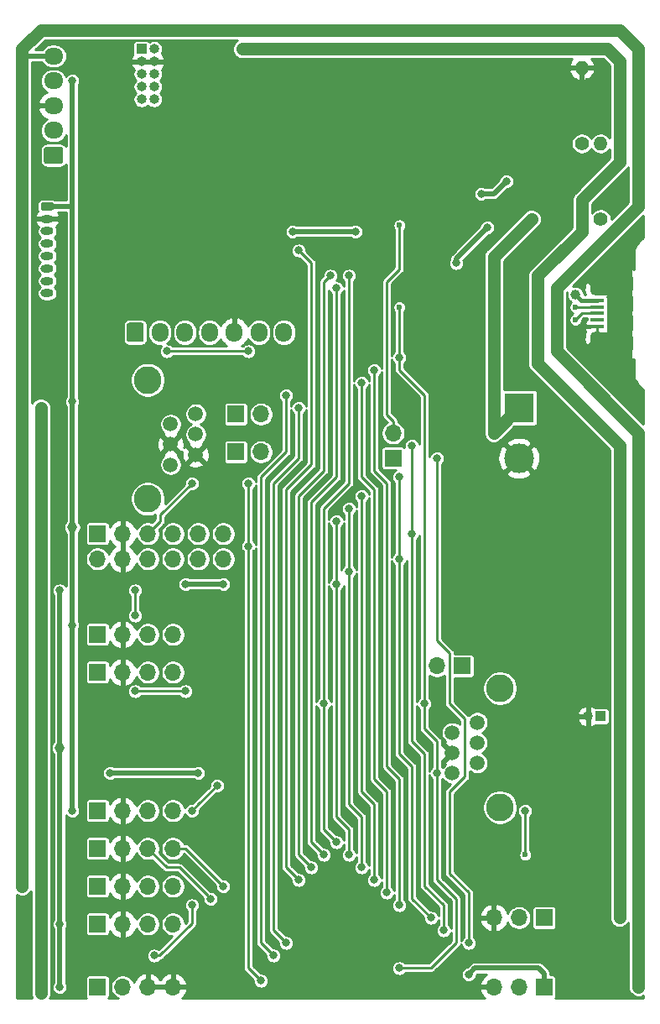
<source format=gbr>
G04 #@! TF.GenerationSoftware,KiCad,Pcbnew,(5.1.5)-3*
G04 #@! TF.CreationDate,2020-03-06T23:44:18+01:00*
G04 #@! TF.ProjectId,airMon,6169724d-6f6e-42e6-9b69-6361645f7063,0.3*
G04 #@! TF.SameCoordinates,Original*
G04 #@! TF.FileFunction,Copper,L2,Bot*
G04 #@! TF.FilePolarity,Positive*
%FSLAX46Y46*%
G04 Gerber Fmt 4.6, Leading zero omitted, Abs format (unit mm)*
G04 Created by KiCad (PCBNEW (5.1.5)-3) date 2020-03-06 23:44:18*
%MOMM*%
%LPD*%
G04 APERTURE LIST*
%ADD10C,1.500000*%
%ADD11C,2.800000*%
%ADD12C,0.100000*%
%ADD13O,1.700000X1.950000*%
%ADD14O,1.700000X1.700000*%
%ADD15R,1.700000X1.700000*%
%ADD16C,3.000000*%
%ADD17R,3.000000X3.000000*%
%ADD18O,1.000000X1.000000*%
%ADD19R,1.000000X1.000000*%
%ADD20O,1.300000X0.800000*%
%ADD21O,1.400000X1.400000*%
%ADD22C,1.400000*%
%ADD23O,1.950000X1.700000*%
%ADD24R,1.900000X1.200000*%
%ADD25O,1.900000X1.200000*%
%ADD26R,1.900000X1.500000*%
%ADD27C,1.450000*%
%ADD28R,1.350000X0.381000*%
%ADD29C,0.600000*%
%ADD30C,0.800000*%
%ADD31C,1.200000*%
%ADD32C,1.000000*%
%ADD33C,0.254000*%
%ADD34C,1.270000*%
%ADD35C,0.256000*%
%ADD36C,0.508000*%
%ADD37C,0.381000*%
G04 APERTURE END LIST*
D10*
X66280000Y-90160000D03*
X63740000Y-91180000D03*
X66280000Y-92200000D03*
X63740000Y-93220000D03*
X66280000Y-94240000D03*
D11*
X68580000Y-86710000D03*
X68580000Y-98710000D03*
D10*
X63740000Y-95260000D03*
G04 #@! TA.AperFunction,ComponentPad*
D12*
G36*
X32374504Y-49826204D02*
G01*
X32398773Y-49829804D01*
X32422571Y-49835765D01*
X32445671Y-49844030D01*
X32467849Y-49854520D01*
X32488893Y-49867133D01*
X32508598Y-49881747D01*
X32526777Y-49898223D01*
X32543253Y-49916402D01*
X32557867Y-49936107D01*
X32570480Y-49957151D01*
X32580970Y-49979329D01*
X32589235Y-50002429D01*
X32595196Y-50026227D01*
X32598796Y-50050496D01*
X32600000Y-50075000D01*
X32600000Y-51525000D01*
X32598796Y-51549504D01*
X32595196Y-51573773D01*
X32589235Y-51597571D01*
X32580970Y-51620671D01*
X32570480Y-51642849D01*
X32557867Y-51663893D01*
X32543253Y-51683598D01*
X32526777Y-51701777D01*
X32508598Y-51718253D01*
X32488893Y-51732867D01*
X32467849Y-51745480D01*
X32445671Y-51755970D01*
X32422571Y-51764235D01*
X32398773Y-51770196D01*
X32374504Y-51773796D01*
X32350000Y-51775000D01*
X31150000Y-51775000D01*
X31125496Y-51773796D01*
X31101227Y-51770196D01*
X31077429Y-51764235D01*
X31054329Y-51755970D01*
X31032151Y-51745480D01*
X31011107Y-51732867D01*
X30991402Y-51718253D01*
X30973223Y-51701777D01*
X30956747Y-51683598D01*
X30942133Y-51663893D01*
X30929520Y-51642849D01*
X30919030Y-51620671D01*
X30910765Y-51597571D01*
X30904804Y-51573773D01*
X30901204Y-51549504D01*
X30900000Y-51525000D01*
X30900000Y-50075000D01*
X30901204Y-50050496D01*
X30904804Y-50026227D01*
X30910765Y-50002429D01*
X30919030Y-49979329D01*
X30929520Y-49957151D01*
X30942133Y-49936107D01*
X30956747Y-49916402D01*
X30973223Y-49898223D01*
X30991402Y-49881747D01*
X31011107Y-49867133D01*
X31032151Y-49854520D01*
X31054329Y-49844030D01*
X31077429Y-49835765D01*
X31101227Y-49829804D01*
X31125496Y-49826204D01*
X31150000Y-49825000D01*
X32350000Y-49825000D01*
X32374504Y-49826204D01*
G37*
G04 #@! TD.AperFunction*
D13*
X34250000Y-50800000D03*
X36750000Y-50800000D03*
X39250000Y-50800000D03*
X41750000Y-50800000D03*
X44250000Y-50800000D03*
X46750000Y-50800000D03*
D14*
X62230000Y-84455000D03*
D15*
X64770000Y-84455000D03*
D16*
X70485000Y-63500000D03*
D17*
X70485000Y-58420000D03*
D10*
X37860000Y-59045000D03*
D11*
X33020000Y-55595000D03*
X33020000Y-67595000D03*
D10*
X35320000Y-60065000D03*
X37860000Y-61085000D03*
X35320000Y-62105000D03*
X37860000Y-63125000D03*
X35320000Y-64145000D03*
D18*
X33655000Y-27305000D03*
X32385000Y-27305000D03*
X33655000Y-26035000D03*
X32385000Y-26035000D03*
X33655000Y-24765000D03*
X32385000Y-24765000D03*
X33655000Y-23495000D03*
X32385000Y-23495000D03*
X33655000Y-22225000D03*
D19*
X32385000Y-22225000D03*
G04 #@! TA.AperFunction,ComponentPad*
D12*
G36*
X23329603Y-37700963D02*
G01*
X23349018Y-37703843D01*
X23368057Y-37708612D01*
X23386537Y-37715224D01*
X23404279Y-37723616D01*
X23421114Y-37733706D01*
X23436879Y-37745398D01*
X23451421Y-37758579D01*
X23464602Y-37773121D01*
X23476294Y-37788886D01*
X23486384Y-37805721D01*
X23494776Y-37823463D01*
X23501388Y-37841943D01*
X23506157Y-37860982D01*
X23509037Y-37880397D01*
X23510000Y-37900000D01*
X23510000Y-38300000D01*
X23509037Y-38319603D01*
X23506157Y-38339018D01*
X23501388Y-38358057D01*
X23494776Y-38376537D01*
X23486384Y-38394279D01*
X23476294Y-38411114D01*
X23464602Y-38426879D01*
X23451421Y-38441421D01*
X23436879Y-38454602D01*
X23421114Y-38466294D01*
X23404279Y-38476384D01*
X23386537Y-38484776D01*
X23368057Y-38491388D01*
X23349018Y-38496157D01*
X23329603Y-38499037D01*
X23310000Y-38500000D01*
X22410000Y-38500000D01*
X22390397Y-38499037D01*
X22370982Y-38496157D01*
X22351943Y-38491388D01*
X22333463Y-38484776D01*
X22315721Y-38476384D01*
X22298886Y-38466294D01*
X22283121Y-38454602D01*
X22268579Y-38441421D01*
X22255398Y-38426879D01*
X22243706Y-38411114D01*
X22233616Y-38394279D01*
X22225224Y-38376537D01*
X22218612Y-38358057D01*
X22213843Y-38339018D01*
X22210963Y-38319603D01*
X22210000Y-38300000D01*
X22210000Y-37900000D01*
X22210963Y-37880397D01*
X22213843Y-37860982D01*
X22218612Y-37841943D01*
X22225224Y-37823463D01*
X22233616Y-37805721D01*
X22243706Y-37788886D01*
X22255398Y-37773121D01*
X22268579Y-37758579D01*
X22283121Y-37745398D01*
X22298886Y-37733706D01*
X22315721Y-37723616D01*
X22333463Y-37715224D01*
X22351943Y-37708612D01*
X22370982Y-37703843D01*
X22390397Y-37700963D01*
X22410000Y-37700000D01*
X23310000Y-37700000D01*
X23329603Y-37700963D01*
G37*
G04 #@! TD.AperFunction*
D20*
X22860000Y-39350000D03*
X22860000Y-40600000D03*
X22860000Y-41850000D03*
X22860000Y-43100000D03*
X22860000Y-44350000D03*
X22860000Y-45600000D03*
X22860000Y-46850000D03*
D14*
X35560000Y-116840000D03*
X33020000Y-116840000D03*
X30480000Y-116840000D03*
D15*
X27940000Y-116840000D03*
D14*
X35560000Y-106680000D03*
X33020000Y-106680000D03*
X30480000Y-106680000D03*
D15*
X27940000Y-106680000D03*
D14*
X35560000Y-110490000D03*
X33020000Y-110490000D03*
X30480000Y-110490000D03*
D15*
X27940000Y-110490000D03*
D14*
X35560000Y-102870000D03*
X33020000Y-102870000D03*
X30480000Y-102870000D03*
D15*
X27940000Y-102870000D03*
D14*
X35560000Y-99060000D03*
X33020000Y-99060000D03*
X30480000Y-99060000D03*
D15*
X27940000Y-99060000D03*
D14*
X35560000Y-85090000D03*
X33020000Y-85090000D03*
X30480000Y-85090000D03*
D15*
X27940000Y-85090000D03*
D14*
X35560000Y-81280000D03*
X33020000Y-81280000D03*
X30480000Y-81280000D03*
D15*
X27940000Y-81280000D03*
D14*
X67945000Y-116840000D03*
X70485000Y-116840000D03*
D15*
X73025000Y-116840000D03*
D14*
X67945000Y-109855000D03*
X70485000Y-109855000D03*
D15*
X73025000Y-109855000D03*
D14*
X44450000Y-59055000D03*
D15*
X41910000Y-59055000D03*
D14*
X44450000Y-62865000D03*
D15*
X41910000Y-62865000D03*
D21*
X78740000Y-31750000D03*
D22*
X78740000Y-39370000D03*
D21*
X76835000Y-24130000D03*
D22*
X76835000Y-31750000D03*
D14*
X40640000Y-73660000D03*
X40640000Y-71120000D03*
X38100000Y-73660000D03*
X38100000Y-71120000D03*
X35560000Y-73660000D03*
X35560000Y-71120000D03*
X33020000Y-73660000D03*
X33020000Y-71120000D03*
X30480000Y-73660000D03*
X30480000Y-71120000D03*
X27940000Y-73660000D03*
D15*
X27940000Y-71120000D03*
D14*
X57785000Y-60960000D03*
D15*
X57785000Y-63500000D03*
D23*
X23495000Y-22940000D03*
X23495000Y-25440000D03*
X23495000Y-27940000D03*
X23495000Y-30440000D03*
G04 #@! TA.AperFunction,ComponentPad*
D12*
G36*
X24244504Y-32091204D02*
G01*
X24268773Y-32094804D01*
X24292571Y-32100765D01*
X24315671Y-32109030D01*
X24337849Y-32119520D01*
X24358893Y-32132133D01*
X24378598Y-32146747D01*
X24396777Y-32163223D01*
X24413253Y-32181402D01*
X24427867Y-32201107D01*
X24440480Y-32222151D01*
X24450970Y-32244329D01*
X24459235Y-32267429D01*
X24465196Y-32291227D01*
X24468796Y-32315496D01*
X24470000Y-32340000D01*
X24470000Y-33540000D01*
X24468796Y-33564504D01*
X24465196Y-33588773D01*
X24459235Y-33612571D01*
X24450970Y-33635671D01*
X24440480Y-33657849D01*
X24427867Y-33678893D01*
X24413253Y-33698598D01*
X24396777Y-33716777D01*
X24378598Y-33733253D01*
X24358893Y-33747867D01*
X24337849Y-33760480D01*
X24315671Y-33770970D01*
X24292571Y-33779235D01*
X24268773Y-33785196D01*
X24244504Y-33788796D01*
X24220000Y-33790000D01*
X22770000Y-33790000D01*
X22745496Y-33788796D01*
X22721227Y-33785196D01*
X22697429Y-33779235D01*
X22674329Y-33770970D01*
X22652151Y-33760480D01*
X22631107Y-33747867D01*
X22611402Y-33733253D01*
X22593223Y-33716777D01*
X22576747Y-33698598D01*
X22562133Y-33678893D01*
X22549520Y-33657849D01*
X22539030Y-33635671D01*
X22530765Y-33612571D01*
X22524804Y-33588773D01*
X22521204Y-33564504D01*
X22520000Y-33540000D01*
X22520000Y-32340000D01*
X22521204Y-32315496D01*
X22524804Y-32291227D01*
X22530765Y-32267429D01*
X22539030Y-32244329D01*
X22549520Y-32222151D01*
X22562133Y-32201107D01*
X22576747Y-32181402D01*
X22593223Y-32163223D01*
X22611402Y-32146747D01*
X22631107Y-32132133D01*
X22652151Y-32119520D01*
X22674329Y-32109030D01*
X22697429Y-32100765D01*
X22721227Y-32094804D01*
X22745496Y-32091204D01*
X22770000Y-32090000D01*
X24220000Y-32090000D01*
X24244504Y-32091204D01*
G37*
G04 #@! TD.AperFunction*
D24*
X81120500Y-45995000D03*
X81120500Y-51795000D03*
D25*
X81120500Y-52395000D03*
X81120500Y-45395000D03*
D26*
X81120500Y-47895000D03*
D27*
X78420500Y-51395000D03*
D28*
X78420500Y-48895000D03*
X78420500Y-49545000D03*
X78420500Y-50195000D03*
X78420500Y-47595000D03*
X78420500Y-48245000D03*
D27*
X78420500Y-46395000D03*
D26*
X81120500Y-49895000D03*
D19*
X78740000Y-89535000D03*
D18*
X77470000Y-89535000D03*
D29*
X64135000Y-98425000D03*
X53340000Y-43815000D03*
D30*
X62865000Y-34925000D03*
X61595000Y-34925000D03*
X53975000Y-33020000D03*
X53975000Y-34290000D03*
D29*
X42545000Y-74930000D03*
X55245000Y-64770000D03*
X57785000Y-67310000D03*
X53975000Y-65405000D03*
X56515000Y-67310000D03*
X52705000Y-65405000D03*
X51435000Y-64770000D03*
X50165000Y-56515000D03*
X51435000Y-56515000D03*
X52705000Y-56515000D03*
X56515000Y-56515000D03*
X57785000Y-56515000D03*
X59055000Y-56515000D03*
X50165000Y-59055000D03*
X51435000Y-59055000D03*
X52705000Y-59055000D03*
X53975000Y-59055000D03*
X55245000Y-60325000D03*
X43815000Y-97790000D03*
X45085000Y-97790000D03*
X46355000Y-97790000D03*
X47625000Y-97790000D03*
X48895000Y-97790000D03*
X50165000Y-97790000D03*
X51435000Y-97790000D03*
X52705000Y-97790000D03*
X53975000Y-97790000D03*
X42545000Y-97790000D03*
X41275000Y-117475000D03*
X40005000Y-117475000D03*
X38735000Y-117475000D03*
X37465000Y-117475000D03*
X44450000Y-117475000D03*
X45720000Y-117475000D03*
X58420000Y-117475000D03*
X57150000Y-117475000D03*
X65405000Y-117475000D03*
X43815000Y-73025000D03*
X45085000Y-73025000D03*
X46355000Y-73025000D03*
X47625000Y-73025000D03*
X48895000Y-73025000D03*
X50165000Y-73025000D03*
X51435000Y-73025000D03*
X52705000Y-73025000D03*
X53975000Y-73025000D03*
X55245000Y-73025000D03*
X56515000Y-73025000D03*
X42545000Y-73025000D03*
X38735000Y-77470000D03*
X43815000Y-80010000D03*
X40005000Y-84455000D03*
X41275000Y-84455000D03*
X40005000Y-81915000D03*
X42545000Y-84455000D03*
X42545000Y-77470000D03*
X41275000Y-77470000D03*
X40005000Y-77470000D03*
X41275000Y-86995000D03*
X40005000Y-86995000D03*
X38735000Y-86995000D03*
X26670000Y-83215000D03*
X27940000Y-83215000D03*
X30480000Y-75565000D03*
X41275000Y-85725000D03*
X40005000Y-85725000D03*
X38735000Y-84455000D03*
X37465000Y-84455000D03*
X37465000Y-85725000D03*
X38735000Y-83185000D03*
X38735000Y-81915000D03*
X37465000Y-81915000D03*
X37465000Y-83185000D03*
X42545000Y-86995000D03*
X42545000Y-88265000D03*
X42545000Y-89535000D03*
X41910000Y-41275000D03*
X41910000Y-40005000D03*
X41910000Y-38735000D03*
X41910000Y-37465000D03*
X41910000Y-36195000D03*
X41910000Y-42545000D03*
X41910000Y-43815000D03*
X41910000Y-45085000D03*
X41910000Y-46355000D03*
X43180000Y-46355000D03*
X44450000Y-46355000D03*
X45720000Y-46355000D03*
X46990000Y-46355000D03*
X48260000Y-46355000D03*
X48260000Y-45085000D03*
X48260000Y-47625000D03*
X46990000Y-47625000D03*
X45720000Y-47625000D03*
X46990000Y-45085000D03*
X45720000Y-45085000D03*
X44450000Y-45085000D03*
X44450000Y-47625000D03*
X43180000Y-47625000D03*
X43180000Y-45085000D03*
X43180000Y-38735000D03*
X43180000Y-40005000D03*
X43180000Y-41275000D03*
X43180000Y-42545000D03*
X43180000Y-43815000D03*
X44450000Y-43815000D03*
X44450000Y-42545000D03*
X44450000Y-41275000D03*
X44450000Y-40005000D03*
X45720000Y-41275000D03*
X45720000Y-42545000D03*
X45720000Y-43815000D03*
X46990000Y-43815000D03*
X46990000Y-42545000D03*
X48260000Y-43815000D03*
X44450000Y-38735000D03*
X43180000Y-37465000D03*
X45720000Y-40005000D03*
X44450000Y-36195000D03*
X45720000Y-37465000D03*
X46990000Y-38735000D03*
X45720000Y-36195000D03*
X46990000Y-36195000D03*
X46990000Y-37465000D03*
X48260000Y-36195000D03*
X48260000Y-37465000D03*
X48260000Y-38735000D03*
X55880000Y-38100000D03*
X55880000Y-42545000D03*
X55880000Y-43815000D03*
X57150000Y-43815000D03*
X57150000Y-42545000D03*
X57785000Y-54610000D03*
X60325000Y-54610000D03*
X61595000Y-56515000D03*
X62865000Y-56515000D03*
X64135000Y-56515000D03*
X64135000Y-45085000D03*
X64135000Y-46355000D03*
X64135000Y-47625000D03*
X64135000Y-48895000D03*
X64135000Y-50165000D03*
X64135000Y-51435000D03*
X64135000Y-52705000D03*
X30480000Y-27305000D03*
X29845000Y-27940000D03*
X29210000Y-28575000D03*
X57785000Y-102235000D03*
X56515000Y-102235000D03*
X55245000Y-102235000D03*
X52070000Y-43815000D03*
X69215000Y-54610000D03*
X66675000Y-54610000D03*
X65405000Y-54610000D03*
X71120000Y-48895000D03*
X71120000Y-50165000D03*
X71120000Y-51435000D03*
X77470000Y-113665000D03*
X76200000Y-113665000D03*
X78740000Y-113665000D03*
X78740000Y-114935000D03*
X76200000Y-114935000D03*
X76200000Y-112395000D03*
X77470000Y-112395000D03*
X78740000Y-112395000D03*
X76200000Y-111125000D03*
X77470000Y-111125000D03*
X78740000Y-111125000D03*
X76200000Y-107950000D03*
X76200000Y-106680000D03*
X77470000Y-106680000D03*
X78740000Y-106680000D03*
X78740000Y-107950000D03*
X76200000Y-105410000D03*
X77470000Y-105410000D03*
X78740000Y-105410000D03*
X66040000Y-116840000D03*
X55880000Y-97155000D03*
X60325000Y-97155000D03*
X57785000Y-96520000D03*
X59055000Y-96520000D03*
X61595000Y-98425000D03*
X61595000Y-93980000D03*
X61595000Y-92710000D03*
X52705000Y-92710000D03*
X51435000Y-92710000D03*
X30480000Y-93980000D03*
X30480000Y-92075000D03*
X30480000Y-89535000D03*
X30480000Y-90805000D03*
X53975000Y-92710000D03*
X53975000Y-93980000D03*
X55245000Y-92710000D03*
X55245000Y-93980000D03*
X56515000Y-93980000D03*
X57785000Y-93980000D03*
X60325000Y-93980000D03*
X50165000Y-92710000D03*
X48895000Y-92710000D03*
X47625000Y-92710000D03*
X38100000Y-36830000D03*
X36830000Y-36830000D03*
X36830000Y-38100000D03*
X35560000Y-38100000D03*
X34290000Y-38100000D03*
X34290000Y-36830000D03*
X31750000Y-36830000D03*
X31750000Y-38100000D03*
X30480000Y-38100000D03*
X29210000Y-38100000D03*
X29210000Y-36830000D03*
X27940000Y-36830000D03*
X26670000Y-36830000D03*
X29210000Y-40640000D03*
X29210000Y-41910000D03*
X27940000Y-41910000D03*
X26670000Y-41910000D03*
X35560000Y-36830000D03*
X30480000Y-36830000D03*
X33020000Y-40640000D03*
X34290000Y-40640000D03*
X35560000Y-40640000D03*
X36830000Y-40640000D03*
X38100000Y-40640000D03*
X33020000Y-41910000D03*
X35560000Y-41910000D03*
X36830000Y-41910000D03*
X78740000Y-66040000D03*
X77470000Y-66040000D03*
X76200000Y-66040000D03*
X74930000Y-66040000D03*
X73660000Y-66040000D03*
X72390000Y-66040000D03*
X76200000Y-91440000D03*
X76200000Y-90170000D03*
X72390000Y-91440000D03*
X71120000Y-91440000D03*
X69850000Y-91440000D03*
X68580000Y-91440000D03*
X74930000Y-105410000D03*
X73660000Y-105410000D03*
X73660000Y-106680000D03*
X74930000Y-106680000D03*
X74930000Y-107950000D03*
X74930000Y-112395000D03*
X74930000Y-113665000D03*
X73660000Y-112395000D03*
X73660000Y-113665000D03*
X72390000Y-112395000D03*
X72390000Y-113665000D03*
X78740000Y-64770000D03*
X77470000Y-64770000D03*
X76200000Y-64770000D03*
X74930000Y-64770000D03*
X73660000Y-64770000D03*
X78740000Y-54610000D03*
X80010000Y-55880000D03*
X81280000Y-57150000D03*
X82550000Y-58420000D03*
X81280000Y-55880000D03*
X81280000Y-41910000D03*
X81280000Y-36830000D03*
X80010000Y-36830000D03*
X78740000Y-30480000D03*
X78740000Y-27940000D03*
X78740000Y-26670000D03*
X78740000Y-25400000D03*
X74930000Y-59690000D03*
X74930000Y-60960000D03*
X76200000Y-60960000D03*
X74930000Y-62230000D03*
X76200000Y-62230000D03*
X77470000Y-62230000D03*
X74930000Y-63500000D03*
X76200000Y-63500000D03*
X77470000Y-63500000D03*
X78740000Y-63500000D03*
X73660000Y-63500000D03*
X73660000Y-62230000D03*
X73660000Y-60960000D03*
X73660000Y-59690000D03*
X73660000Y-58420000D03*
X74930000Y-30480000D03*
X74930000Y-29210000D03*
X74930000Y-31750000D03*
X57150000Y-24765000D03*
X54610000Y-24765000D03*
X53340000Y-24765000D03*
X52070000Y-24765000D03*
X50800000Y-24765000D03*
X50800000Y-23495000D03*
X54610000Y-23495000D03*
X57150000Y-23495000D03*
X49530000Y-23495000D03*
X48260000Y-23495000D03*
X48260000Y-24765000D03*
X55880000Y-24765000D03*
X73660000Y-31750000D03*
X72390000Y-31750000D03*
X73660000Y-29210000D03*
X71120000Y-33020000D03*
X71120000Y-34290000D03*
X74930000Y-27940000D03*
X59055000Y-57785000D03*
X46355000Y-92710000D03*
X45085000Y-92710000D03*
X45085000Y-93980000D03*
X43815000Y-93980000D03*
X42545000Y-95250000D03*
X42545000Y-96520000D03*
X61595000Y-100330000D03*
X61595000Y-101600000D03*
X61595000Y-102870000D03*
X46990000Y-117475000D03*
X48260000Y-117475000D03*
X49530000Y-117475000D03*
X50800000Y-117475000D03*
X52070000Y-117475000D03*
X53340000Y-117475000D03*
X54610000Y-117475000D03*
X55880000Y-117475000D03*
X41275000Y-97790000D03*
X40005000Y-97790000D03*
X38100000Y-102870000D03*
X38100000Y-97155000D03*
X43815000Y-69215000D03*
X45085000Y-69215000D03*
X46355000Y-69215000D03*
X47625000Y-69215000D03*
X48895000Y-69215000D03*
X43815000Y-67945000D03*
X45085000Y-67945000D03*
X46355000Y-67945000D03*
X35560000Y-66675000D03*
X36830000Y-67945000D03*
X38100000Y-69215000D03*
X42545000Y-67945000D03*
X42545000Y-69215000D03*
X41275000Y-66675000D03*
X65405000Y-35560000D03*
X65405000Y-34290000D03*
X65405000Y-36830000D03*
X65405000Y-33020000D03*
X53340000Y-30480000D03*
X54610000Y-30480000D03*
X52070000Y-30480000D03*
X55880000Y-30480000D03*
X58420000Y-23495000D03*
X57150000Y-30480000D03*
X62230000Y-29210000D03*
X62230000Y-30480000D03*
X36830000Y-33655000D03*
X38100000Y-33655000D03*
X39370000Y-33655000D03*
X40640000Y-33655000D03*
X41910000Y-33655000D03*
X35560000Y-33655000D03*
X34290000Y-33655000D03*
X31750000Y-33655000D03*
X30480000Y-33655000D03*
X29210000Y-33655000D03*
X27940000Y-33655000D03*
X26670000Y-33655000D03*
X26670000Y-34925000D03*
X29210000Y-34925000D03*
X41910000Y-34925000D03*
X39370000Y-34925000D03*
X41910000Y-32385000D03*
X41910000Y-31115000D03*
X41910000Y-29845000D03*
X41910000Y-28575000D03*
X41910000Y-27305000D03*
X41910000Y-26035000D03*
X41910000Y-24765000D03*
X41910000Y-23495000D03*
X40640000Y-22225000D03*
X39370000Y-22225000D03*
X38100000Y-22225000D03*
X36830000Y-22225000D03*
X35560000Y-22225000D03*
X35560000Y-23495000D03*
X35560000Y-24765000D03*
X35560000Y-26035000D03*
X35560000Y-27305000D03*
X35560000Y-28575000D03*
X34290000Y-28575000D03*
X33020000Y-28575000D03*
X31750000Y-28575000D03*
X27940000Y-32385000D03*
X29210000Y-31115000D03*
X52705000Y-55245000D03*
X51435000Y-55245000D03*
X50165000Y-55245000D03*
X48895000Y-55245000D03*
X45085000Y-55245000D03*
X45085000Y-56515000D03*
X45085000Y-57785000D03*
X43815000Y-55245000D03*
X42545000Y-55245000D03*
X41275000Y-55245000D03*
X40005000Y-55245000D03*
X43815000Y-53975000D03*
X42545000Y-53975000D03*
X41275000Y-53975000D03*
X71120000Y-88900000D03*
X71120000Y-87630000D03*
X71120000Y-86360000D03*
X71120000Y-85090000D03*
X71120000Y-83820000D03*
X71120000Y-82550000D03*
X71120000Y-81280000D03*
X71120000Y-80010000D03*
X71120000Y-78740000D03*
X71120000Y-77470000D03*
X72390000Y-77470000D03*
X73660000Y-77470000D03*
X74930000Y-77470000D03*
X76200000Y-77470000D03*
X72390000Y-83820000D03*
X73660000Y-83820000D03*
X74930000Y-83820000D03*
X76200000Y-83820000D03*
X23495000Y-57785000D03*
X23495000Y-59055000D03*
X23495000Y-60325000D03*
X26035000Y-21590000D03*
X26035000Y-22860000D03*
X27305000Y-21590000D03*
X26670000Y-28575000D03*
X26670000Y-27305000D03*
X26670000Y-26035000D03*
X27940000Y-27305000D03*
X27940000Y-26035000D03*
X29210000Y-26035000D03*
X27940000Y-24765000D03*
X76200000Y-25400000D03*
X77470000Y-25400000D03*
X74930000Y-26670000D03*
X74930000Y-25400000D03*
X27940000Y-46355000D03*
X26670000Y-45085000D03*
X26670000Y-43815000D03*
X27940000Y-43815000D03*
X27940000Y-45085000D03*
X38100000Y-47625000D03*
X38100000Y-46355000D03*
X38100000Y-45085000D03*
X26670000Y-51435000D03*
X26670000Y-52705000D03*
X26670000Y-53975000D03*
X27940000Y-52705000D03*
X27940000Y-53975000D03*
X46355000Y-59055000D03*
X36830000Y-77470000D03*
X35560000Y-77470000D03*
X36830000Y-78740000D03*
X34290000Y-90170000D03*
X34290000Y-91440000D03*
X34290000Y-92710000D03*
X34290000Y-93980000D03*
X27305000Y-90170000D03*
X27305000Y-87630000D03*
X37465000Y-116205000D03*
X38735000Y-116205000D03*
X38735000Y-113665000D03*
X37465000Y-113665000D03*
X40005000Y-113665000D03*
X41275000Y-113665000D03*
X41275000Y-112395000D03*
X40005000Y-112395000D03*
X38735000Y-112395000D03*
X37465000Y-112395000D03*
X38735000Y-109855000D03*
X40005000Y-109855000D03*
X41275000Y-109855000D03*
X45720000Y-116205000D03*
X46990000Y-116205000D03*
X48260000Y-116205000D03*
X49530000Y-116205000D03*
X50800000Y-116205000D03*
X52070000Y-116205000D03*
X53340000Y-116205000D03*
X54610000Y-116205000D03*
X55880000Y-116205000D03*
X57150000Y-116205000D03*
X58420000Y-116205000D03*
X56515000Y-104140000D03*
X57785000Y-105410000D03*
X53975000Y-102235000D03*
X45085000Y-102870000D03*
X46355000Y-102870000D03*
X47625000Y-102870000D03*
X48895000Y-102870000D03*
X45085000Y-104140000D03*
X46355000Y-104140000D03*
X47625000Y-104140000D03*
X45085000Y-105410000D03*
X46355000Y-105410000D03*
X45085000Y-106680000D03*
X45085000Y-109220000D03*
X45085000Y-111760000D03*
X52705000Y-105410000D03*
X51435000Y-105410000D03*
X50165000Y-106680000D03*
X53975000Y-106680000D03*
X48895000Y-107950000D03*
X47625000Y-109220000D03*
X46355000Y-110490000D03*
X56515000Y-109220000D03*
X57785000Y-110490000D03*
X21590000Y-27305000D03*
X21590000Y-28575000D03*
X21590000Y-26035000D03*
X21590000Y-24765000D03*
X21590000Y-29845000D03*
X21590000Y-31115000D03*
X23495000Y-34925000D03*
X26670000Y-31115000D03*
X29210000Y-32385000D03*
X65405000Y-38100000D03*
X65405000Y-39370000D03*
X73660000Y-25400000D03*
X72390000Y-24130000D03*
X73660000Y-24130000D03*
X74930000Y-24130000D03*
X78740000Y-24130000D03*
X76200000Y-26670000D03*
X76200000Y-27940000D03*
X76200000Y-29210000D03*
X77470000Y-26670000D03*
X77470000Y-27940000D03*
X77470000Y-29210000D03*
X76200000Y-30480000D03*
X77470000Y-30480000D03*
X80010000Y-38100000D03*
X81280000Y-35560000D03*
X74930000Y-33020000D03*
X74930000Y-34290000D03*
X58420000Y-24765000D03*
X59690000Y-24765000D03*
X55880000Y-26035000D03*
X54610000Y-26035000D03*
X57150000Y-26035000D03*
X59690000Y-28575000D03*
X55880000Y-36830000D03*
X54610000Y-36830000D03*
X53340000Y-36830000D03*
X55880000Y-39370000D03*
X58420000Y-38735000D03*
X52070000Y-36830000D03*
X50800000Y-36830000D03*
X49530000Y-36830000D03*
X46990000Y-34925000D03*
X45720000Y-34925000D03*
X44450000Y-34925000D03*
X44450000Y-33655000D03*
X45720000Y-33655000D03*
X72390000Y-29210000D03*
X55880000Y-23495000D03*
X44450000Y-26035000D03*
X44450000Y-24765000D03*
X72390000Y-62230000D03*
X68580000Y-62230000D03*
X67310000Y-62230000D03*
X67310000Y-63500000D03*
X29210000Y-47625000D03*
X29210000Y-46355000D03*
X29210000Y-45085000D03*
X29210000Y-43815000D03*
X36830000Y-47625000D03*
X40640000Y-34925000D03*
X38100000Y-34925000D03*
X36830000Y-34925000D03*
X35560000Y-34925000D03*
X34290000Y-34925000D03*
X31750000Y-34925000D03*
X30480000Y-34925000D03*
X27940000Y-34925000D03*
X33020000Y-34925000D03*
X33020000Y-36830000D03*
X33020000Y-33655000D03*
X71120000Y-52705000D03*
X71120000Y-53975000D03*
X71120000Y-55245000D03*
X69850000Y-45720000D03*
X71120000Y-45720000D03*
X77470000Y-53340000D03*
X76200000Y-52070000D03*
X80010000Y-54610000D03*
X81280000Y-54610000D03*
X78740000Y-53340000D03*
X76200000Y-50800000D03*
X81280000Y-43180000D03*
X80010000Y-43180000D03*
X78740000Y-44450000D03*
X69850000Y-43180000D03*
X71120000Y-43180000D03*
X60325000Y-86995000D03*
X60325000Y-89535000D03*
X59055000Y-86995000D03*
X57785000Y-86995000D03*
X59055000Y-89535000D03*
X57785000Y-89535000D03*
X50165000Y-86995000D03*
X50165000Y-89535000D03*
X48895000Y-86995000D03*
X48895000Y-89535000D03*
X47625000Y-86995000D03*
X47625000Y-89535000D03*
X51435000Y-86995000D03*
X51435000Y-89535000D03*
X61595000Y-86995000D03*
X61595000Y-89535000D03*
X42545000Y-85725000D03*
X20320000Y-117475000D03*
X20320000Y-116205000D03*
X20320000Y-114935000D03*
X20320000Y-113665000D03*
X20320000Y-112395000D03*
X20320000Y-111125000D03*
X20320000Y-109855000D03*
X20320000Y-108585000D03*
X50165000Y-57785000D03*
X53975000Y-57785000D03*
X52705000Y-57785000D03*
X51435000Y-57785000D03*
X52705000Y-53975000D03*
X51435000Y-53975000D03*
X62865000Y-98425000D03*
X64135000Y-100330000D03*
X73660000Y-91440000D03*
X72390000Y-88900000D03*
X73660000Y-88900000D03*
X74930000Y-88900000D03*
X76200000Y-88900000D03*
X74930000Y-90170000D03*
X68580000Y-92710000D03*
X69850000Y-92710000D03*
X71120000Y-92710000D03*
X72390000Y-92710000D03*
X73660000Y-92710000D03*
X76200000Y-92710000D03*
X76200000Y-82550000D03*
X76200000Y-81280000D03*
X76200000Y-80010000D03*
X76200000Y-78740000D03*
X76200000Y-76200000D03*
X76200000Y-74930000D03*
X76200000Y-73660000D03*
X76200000Y-72390000D03*
X74930000Y-72390000D03*
X73660000Y-72390000D03*
X72390000Y-72390000D03*
X71120000Y-72390000D03*
X71120000Y-73660000D03*
X71120000Y-74930000D03*
X71120000Y-76200000D03*
X71120000Y-69850000D03*
X72390000Y-69850000D03*
X73660000Y-69850000D03*
X74930000Y-69850000D03*
X76200000Y-69850000D03*
X69850000Y-69850000D03*
X68580000Y-69850000D03*
X67310000Y-69850000D03*
X66040000Y-69850000D03*
X64770000Y-68580000D03*
X63500000Y-67310000D03*
X63500000Y-68580000D03*
X64770000Y-69850000D03*
X64770000Y-67310000D03*
X66040000Y-68580000D03*
X63500000Y-66040000D03*
X63500000Y-63500000D03*
X64770000Y-64770000D03*
X66040000Y-66040000D03*
X67310000Y-67310000D03*
X67310000Y-66040000D03*
X66040000Y-64770000D03*
X64770000Y-63500000D03*
X67310000Y-64770000D03*
X66040000Y-63500000D03*
X66040000Y-62230000D03*
X64770000Y-62230000D03*
X63500000Y-62230000D03*
X68580000Y-66040000D03*
X68580000Y-67310000D03*
X69850000Y-67310000D03*
X71120000Y-67310000D03*
X72390000Y-67310000D03*
X73660000Y-67310000D03*
X74930000Y-67310000D03*
X69850000Y-72390000D03*
X68580000Y-72390000D03*
X67310000Y-72390000D03*
X66040000Y-72390000D03*
X64770000Y-72390000D03*
X64770000Y-73660000D03*
X64770000Y-74930000D03*
X64770000Y-76200000D03*
X64770000Y-77470000D03*
X64770000Y-78740000D03*
X64770000Y-80010000D03*
X64770000Y-81280000D03*
X64770000Y-82550000D03*
X67310000Y-83820000D03*
X68580000Y-83820000D03*
X69850000Y-83820000D03*
X69850000Y-77470000D03*
X68580000Y-77470000D03*
X67310000Y-77470000D03*
X66040000Y-77470000D03*
X76200000Y-85090000D03*
X76200000Y-86360000D03*
X76200000Y-87630000D03*
X77470000Y-80010000D03*
X78740000Y-80010000D03*
X77470000Y-78740000D03*
X78740000Y-78740000D03*
X66040000Y-82550000D03*
X67310000Y-82550000D03*
X68580000Y-82550000D03*
X69850000Y-82550000D03*
X72390000Y-82550000D03*
X73660000Y-82550000D03*
X74930000Y-82550000D03*
X63500000Y-64770000D03*
X47625000Y-55245000D03*
X46355000Y-53975000D03*
X45085000Y-52705000D03*
X48895000Y-52705000D03*
X48895000Y-51435000D03*
X48895000Y-50165000D03*
X48895000Y-48895000D03*
X47625000Y-48895000D03*
X64770000Y-86995000D03*
X64770000Y-88265000D03*
X66040000Y-88265000D03*
X62865000Y-86995000D03*
X62865000Y-89535000D03*
X64135000Y-104140000D03*
X61595000Y-104140000D03*
X55245000Y-75565000D03*
X56515000Y-75565000D03*
X57785000Y-75565000D03*
X55245000Y-74295000D03*
X56515000Y-74295000D03*
X59055000Y-75565000D03*
X53975000Y-76835000D03*
X55245000Y-76835000D03*
X56515000Y-76835000D03*
X57785000Y-76835000D03*
X52705000Y-78105000D03*
X53975000Y-78105000D03*
X55245000Y-78105000D03*
X56515000Y-78105000D03*
X51435000Y-78105000D03*
X50165000Y-78105000D03*
X50165000Y-76835000D03*
X50165000Y-75565000D03*
X50165000Y-74295000D03*
X51435000Y-74295000D03*
X48895000Y-78105000D03*
X47625000Y-78105000D03*
X46355000Y-78105000D03*
X46355000Y-74295000D03*
X47625000Y-74295000D03*
X48895000Y-74295000D03*
X45085000Y-74295000D03*
X43815000Y-74295000D03*
X46355000Y-76835000D03*
X46355000Y-75565000D03*
X55245000Y-79375000D03*
X53975000Y-79375000D03*
X53975000Y-80645000D03*
X52705000Y-79375000D03*
X52705000Y-80645000D03*
X52705000Y-81915000D03*
X59055000Y-76835000D03*
X59055000Y-78105000D03*
X57785000Y-79375000D03*
X59055000Y-79375000D03*
X56515000Y-80645000D03*
X55245000Y-81915000D03*
X56515000Y-81915000D03*
X57785000Y-80645000D03*
X53975000Y-83185000D03*
X55245000Y-83185000D03*
X43815000Y-56515000D03*
X40005000Y-56515000D03*
X41275000Y-56515000D03*
X42545000Y-56515000D03*
X38735000Y-56515000D03*
X37465000Y-56515000D03*
X36195000Y-57785000D03*
X36195000Y-59055000D03*
X29845000Y-62865000D03*
X28575000Y-62865000D03*
X28575000Y-61595000D03*
X29845000Y-61595000D03*
X28575000Y-64135000D03*
X29845000Y-64135000D03*
X29845000Y-65405000D03*
X31115000Y-65405000D03*
X31115000Y-64135000D03*
X31115000Y-66675000D03*
X27305000Y-61595000D03*
X27305000Y-62865000D03*
X27305000Y-60325000D03*
X28575000Y-60325000D03*
X29845000Y-60325000D03*
X27305000Y-59055000D03*
X28575000Y-59055000D03*
X29845000Y-59055000D03*
X28575000Y-56515000D03*
X29845000Y-56515000D03*
X27305000Y-56515000D03*
X23495000Y-56515000D03*
X23495000Y-55245000D03*
X23495000Y-53975000D03*
X23495000Y-52705000D03*
X22225000Y-52705000D03*
X22225000Y-53975000D03*
X22225000Y-55245000D03*
X22225000Y-51435000D03*
X23495000Y-51435000D03*
X22225000Y-50165000D03*
X23495000Y-50165000D03*
X22225000Y-48895000D03*
X23495000Y-48895000D03*
X22225000Y-34925000D03*
X22225000Y-36195000D03*
X23495000Y-36195000D03*
X27305000Y-55245000D03*
X28575000Y-55245000D03*
X29845000Y-55245000D03*
X50165000Y-64135000D03*
X48895000Y-63500000D03*
X45085000Y-66675000D03*
X46355000Y-66675000D03*
X47625000Y-67945000D03*
X48895000Y-67945000D03*
X50165000Y-69215000D03*
X50165000Y-61595000D03*
X51435000Y-61595000D03*
X52705000Y-61595000D03*
X53975000Y-61595000D03*
X55245000Y-59055000D03*
X55245000Y-61595000D03*
X48895000Y-61595000D03*
X47625000Y-60325000D03*
X60325000Y-60325000D03*
X60325000Y-59055000D03*
X61595000Y-59055000D03*
X61595000Y-60325000D03*
X61595000Y-61595000D03*
X62865000Y-60325000D03*
X62865000Y-59055000D03*
X64135000Y-59055000D03*
X65405000Y-59055000D03*
X48895000Y-56515000D03*
X79375000Y-96520000D03*
X79375000Y-97790000D03*
X79375000Y-99060000D03*
X76200000Y-93980000D03*
X73660000Y-93980000D03*
X72390000Y-93980000D03*
X71120000Y-93980000D03*
X69850000Y-93980000D03*
X68580000Y-93980000D03*
X78740000Y-104140000D03*
X74930000Y-104140000D03*
X76200000Y-104140000D03*
X77470000Y-104140000D03*
X80010000Y-112395000D03*
X80010000Y-113665000D03*
X80010000Y-114935000D03*
X71120000Y-112395000D03*
X68580000Y-113665000D03*
X67310000Y-113665000D03*
X69850000Y-112395000D03*
X74930000Y-111125000D03*
X80010000Y-111125000D03*
X81280000Y-111125000D03*
X81280000Y-112395000D03*
X81280000Y-113665000D03*
X81280000Y-114935000D03*
X73660000Y-107950000D03*
X65405000Y-105410000D03*
X67945000Y-102870000D03*
X69215000Y-102870000D03*
X69850000Y-66040000D03*
X71120000Y-66040000D03*
X64770000Y-60960000D03*
X66040000Y-60960000D03*
X65405000Y-57785000D03*
X64135000Y-57785000D03*
X62865000Y-57785000D03*
X73025000Y-40640000D03*
X74295000Y-40640000D03*
X73025000Y-38100000D03*
X74295000Y-38100000D03*
X77470000Y-85090000D03*
X77470000Y-83820000D03*
X77470000Y-82550000D03*
X78740000Y-82550000D03*
X79375000Y-100330000D03*
X76200000Y-95250000D03*
X79375000Y-101600000D03*
X76200000Y-96520000D03*
X77470000Y-96520000D03*
X74930000Y-91440000D03*
X74930000Y-92710000D03*
X74930000Y-93980000D03*
X74930000Y-95250000D03*
X74930000Y-87630000D03*
X74930000Y-86360000D03*
X74930000Y-85090000D03*
X73660000Y-85090000D03*
X72390000Y-85090000D03*
X72390000Y-86360000D03*
X73660000Y-86360000D03*
X72390000Y-87630000D03*
X73660000Y-87630000D03*
X77470000Y-91440000D03*
X78740000Y-93980000D03*
X72390000Y-95250000D03*
X72390000Y-96520000D03*
X73660000Y-95250000D03*
X73660000Y-96520000D03*
X71120000Y-95250000D03*
X69850000Y-95250000D03*
X68580000Y-95250000D03*
X67310000Y-95250000D03*
X66675000Y-97155000D03*
X65405000Y-97155000D03*
X66675000Y-104140000D03*
X67945000Y-104140000D03*
X69215000Y-104140000D03*
X67945000Y-101600000D03*
X69215000Y-101600000D03*
X62865000Y-101600000D03*
X62865000Y-100330000D03*
X62865000Y-102870000D03*
X42545000Y-70485000D03*
X42545000Y-71755000D03*
X43815000Y-70485000D03*
X45085000Y-70485000D03*
X46355000Y-70485000D03*
X47625000Y-70485000D03*
X48895000Y-70485000D03*
X50165000Y-70485000D03*
X51435000Y-71755000D03*
X50165000Y-71755000D03*
X48895000Y-71755000D03*
X47625000Y-71755000D03*
X46355000Y-71755000D03*
X45085000Y-71755000D03*
X52705000Y-71755000D03*
X53975000Y-71755000D03*
X55245000Y-71755000D03*
X53975000Y-70485000D03*
X55245000Y-70485000D03*
X56515000Y-71755000D03*
X57785000Y-71755000D03*
X55245000Y-69215000D03*
X56515000Y-70485000D03*
X57785000Y-70485000D03*
X33020000Y-76200000D03*
X34290000Y-76200000D03*
X34290000Y-74930000D03*
X26670000Y-74930000D03*
X27305000Y-88900000D03*
X38100000Y-49530000D03*
X29845000Y-49530000D03*
X26670000Y-47625000D03*
X29845000Y-51435000D03*
X38100000Y-52070000D03*
X43180000Y-49530000D03*
X45720000Y-49530000D03*
X40640000Y-52070000D03*
X40640000Y-49530000D03*
X35560000Y-49530000D03*
X33020000Y-49530000D03*
X33020000Y-52070000D03*
X41275000Y-96520000D03*
D30*
X58420000Y-114935000D03*
X58420000Y-53340000D03*
D29*
X58420000Y-48260000D03*
D30*
X62230000Y-95250000D03*
X60960000Y-88265000D03*
D31*
X43815000Y-20320000D03*
D30*
X20320000Y-106680000D03*
X47625000Y-40640000D03*
X53975000Y-40640000D03*
X65405000Y-115570000D03*
X38100000Y-95250000D03*
X29210000Y-95250000D03*
X40640000Y-76200000D03*
X36830000Y-76200000D03*
X20320000Y-78105000D03*
X20320000Y-83820000D03*
D32*
X20320000Y-97155000D03*
D30*
X82550000Y-73660000D03*
X82550000Y-116840000D03*
X20320000Y-59690000D03*
D32*
X82550000Y-102870000D03*
D30*
X52070000Y-102235000D03*
X53340000Y-45085000D03*
X50800000Y-88265000D03*
D31*
X42545000Y-22225000D03*
D30*
X22225000Y-102870000D03*
D31*
X59690000Y-22225030D03*
D30*
X80645000Y-109855000D03*
D32*
X22225000Y-71120000D03*
D29*
X22225000Y-88900000D03*
D30*
X22225000Y-83889315D03*
D31*
X22225000Y-58420000D03*
D30*
X64135000Y-43815000D03*
X67310000Y-40215000D03*
D29*
X71120000Y-103504990D03*
D30*
X71120000Y-99060000D03*
X57150000Y-107315000D03*
X34925000Y-52705000D03*
X43180028Y-52705000D03*
X54610000Y-55880000D03*
X58420018Y-108585000D03*
X55880000Y-54610000D03*
X33655000Y-113665000D03*
X37465000Y-108585000D03*
X37465000Y-99060000D03*
X40005000Y-96520000D03*
X39370000Y-107950000D03*
X40639960Y-106680000D03*
X62865000Y-111125000D03*
X59690000Y-71120000D03*
X59690000Y-62230000D03*
X61595060Y-109855000D03*
X58420000Y-73660000D03*
X58420000Y-65405000D03*
D29*
X76200000Y-48260000D03*
D30*
X44450000Y-116205000D03*
X43180000Y-66040000D03*
X43180000Y-72390000D03*
X37465000Y-66040000D03*
X55880000Y-106045000D03*
X54610000Y-67310000D03*
X54610000Y-104775000D03*
X53340000Y-68580000D03*
X53340000Y-74930000D03*
X53340000Y-103505000D03*
X52070000Y-69850000D03*
X52070000Y-76200000D03*
X65405000Y-112395000D03*
X62230000Y-63500000D03*
X50800000Y-103505000D03*
X52070000Y-46355000D03*
X49530000Y-104775000D03*
X51435000Y-45085000D03*
X48260000Y-106045000D03*
X48260000Y-42545000D03*
X25400000Y-99060000D03*
X25400000Y-25400000D03*
D32*
X25400000Y-70485000D03*
D30*
X25400000Y-80327500D03*
X25400000Y-57785004D03*
X24130000Y-116840000D03*
X24130000Y-110490000D03*
X24130000Y-76835000D03*
D32*
X24130000Y-92710000D03*
D30*
X31750000Y-86995000D03*
X36830000Y-86995000D03*
X31750000Y-79375000D03*
X31750000Y-76835000D03*
X45720000Y-113665000D03*
X46990000Y-57150000D03*
X46990000Y-112395000D03*
X48260000Y-58420000D03*
D29*
X58420000Y-40005000D03*
X76200000Y-49530000D03*
D30*
X66675000Y-36830000D03*
X69215000Y-35560000D03*
D31*
X71755000Y-39370000D03*
X67945000Y-60960000D03*
D32*
X76200000Y-46990000D03*
D33*
X78420500Y-50195000D02*
X78420500Y-51395000D01*
D34*
X81120500Y-45995000D02*
X81120500Y-52395000D01*
X81120500Y-43339500D02*
X81280000Y-43180000D01*
X81120500Y-45995000D02*
X81120500Y-43339500D01*
X80010000Y-44284500D02*
X81120500Y-45395000D01*
X80010000Y-43180000D02*
X80010000Y-44284500D01*
X80010000Y-44805500D02*
X78420500Y-46395000D01*
X80010000Y-43180000D02*
X80010000Y-44805500D01*
X78740000Y-46075500D02*
X78420500Y-46395000D01*
X78740000Y-44450000D02*
X78740000Y-46075500D01*
X80120500Y-46395000D02*
X81120500Y-45395000D01*
X78420500Y-46395000D02*
X80120500Y-46395000D01*
X78740000Y-44450000D02*
X80010000Y-43180000D01*
X80010000Y-43180000D02*
X81280000Y-43180000D01*
X79620500Y-46395000D02*
X78420500Y-46395000D01*
X81120500Y-47895000D02*
X79620500Y-46395000D01*
X79620500Y-51395000D02*
X78420500Y-51395000D01*
X81120500Y-49895000D02*
X79620500Y-51395000D01*
X80120500Y-51395000D02*
X81120500Y-52395000D01*
X78420500Y-51395000D02*
X80120500Y-51395000D01*
X80010000Y-53505500D02*
X81120500Y-52395000D01*
X80010000Y-54610000D02*
X80010000Y-53505500D01*
X80010000Y-54610000D02*
X78740000Y-53340000D01*
X81280000Y-54610000D02*
X80010000Y-54610000D01*
X78420500Y-53020500D02*
X78740000Y-53340000D01*
X78420500Y-51395000D02*
X78420500Y-53020500D01*
X78740000Y-53340000D02*
X81280000Y-50800000D01*
X81280000Y-43180000D02*
X81280000Y-50800000D01*
X81280000Y-50800000D02*
X81280000Y-54610000D01*
X78420500Y-51750500D02*
X81280000Y-54610000D01*
X78420500Y-51395000D02*
X78420500Y-51750500D01*
X80010000Y-43180000D02*
X80010000Y-54610000D01*
X78420500Y-44769500D02*
X78740000Y-44450000D01*
X78420500Y-46395000D02*
X78420500Y-44769500D01*
D35*
X58420000Y-48260000D02*
X58420000Y-53340000D01*
X62230000Y-95250000D02*
X62230000Y-92075000D01*
X58420000Y-54610000D02*
X58420000Y-53340000D01*
X62230000Y-92075000D02*
X60960000Y-90805000D01*
X60960000Y-90805000D02*
X60960000Y-69850000D01*
X59690000Y-55880000D02*
X58420000Y-54610000D01*
X62230000Y-106045000D02*
X62230000Y-95250000D01*
X64135000Y-107950000D02*
X62230000Y-106045000D01*
X64135000Y-112395000D02*
X64135000Y-107950000D01*
X58420000Y-114935000D02*
X61595000Y-114935000D01*
X61595000Y-114935000D02*
X64135000Y-112395000D01*
D33*
X60960000Y-57150000D02*
X59690000Y-55880000D01*
X60960000Y-69850000D02*
X60960000Y-57150000D01*
D34*
X43815000Y-20320000D02*
X22225000Y-20320000D01*
X22225000Y-20320000D02*
X20320000Y-22225000D01*
D36*
X47625000Y-40640000D02*
X53975000Y-40640000D01*
X65405000Y-115570000D02*
X66040000Y-114935000D01*
D34*
X82550000Y-97790000D02*
X82550000Y-100965000D01*
D36*
X38100000Y-95250000D02*
X29210000Y-95250000D01*
X40640000Y-76200000D02*
X36830000Y-76200000D01*
X20400000Y-22940000D02*
X20320000Y-22860000D01*
D34*
X20320000Y-22225000D02*
X20320000Y-22860000D01*
D36*
X23495000Y-22940000D02*
X20400000Y-22940000D01*
D34*
X20320000Y-97155000D02*
X20320000Y-106680000D01*
X20320000Y-78105000D02*
X20320000Y-83820000D01*
X20320000Y-83820000D02*
X20320000Y-97155000D01*
X82550000Y-60960000D02*
X82550000Y-67310000D01*
X80645000Y-20320000D02*
X82550000Y-22225000D01*
X43815000Y-20320000D02*
X80645000Y-20320000D01*
X82550000Y-22225000D02*
X82550000Y-38100000D01*
X82550000Y-38100000D02*
X74295000Y-46355000D01*
X74295000Y-46355000D02*
X74295000Y-52705000D01*
X74295000Y-52705000D02*
X82550000Y-60960000D01*
X82550000Y-74295000D02*
X82550000Y-97790000D01*
X82550000Y-67310000D02*
X82550000Y-73660000D01*
X82550000Y-73660000D02*
X82550000Y-74295000D01*
D36*
X66040000Y-114935000D02*
X72478000Y-114935000D01*
X73025000Y-115482000D02*
X73025000Y-116840000D01*
X72478000Y-114935000D02*
X73025000Y-115482000D01*
D34*
X82550000Y-116840000D02*
X82550000Y-103505000D01*
X20320000Y-22860000D02*
X20320000Y-59690000D01*
X20320000Y-59690000D02*
X20320000Y-78105000D01*
X82550000Y-100965000D02*
X82550000Y-103505000D01*
D35*
X50800000Y-100965000D02*
X52070000Y-102235000D01*
X50800000Y-88265000D02*
X50800000Y-100965000D01*
X50800000Y-68580000D02*
X50800000Y-88265000D01*
X53340000Y-45085000D02*
X53340000Y-66040000D01*
X53340000Y-66040000D02*
X50800000Y-68580000D01*
D34*
X22225000Y-102870000D02*
X22225000Y-117475000D01*
X42545000Y-22225000D02*
X59689970Y-22225000D01*
X59689970Y-22225000D02*
X59690000Y-22225030D01*
X22225000Y-83889315D02*
X22225000Y-84455000D01*
X22225000Y-82550000D02*
X22225000Y-83889315D01*
X22225000Y-71120000D02*
X22225000Y-82550000D01*
X22225000Y-88900000D02*
X22225000Y-84455000D01*
X22225000Y-102870000D02*
X22225000Y-88900000D01*
X22225000Y-71120000D02*
X22225000Y-58420000D01*
X79375030Y-22225030D02*
X59690000Y-22225030D01*
X76835000Y-37465000D02*
X80645000Y-33655000D01*
X80645000Y-62230000D02*
X72390000Y-53975000D01*
X80645000Y-109855000D02*
X80645000Y-62230000D01*
X76835000Y-40640000D02*
X76835000Y-37465000D01*
X80645000Y-23495000D02*
X79375030Y-22225030D01*
X72390000Y-53975000D02*
X72390000Y-45085000D01*
X80645000Y-33655000D02*
X80645000Y-23495000D01*
X72390000Y-45085000D02*
X76835000Y-40640000D01*
D36*
X64135000Y-43390000D02*
X67310000Y-40215000D01*
X64135000Y-43815000D02*
X64135000Y-43390000D01*
D33*
X71120000Y-103504990D02*
X71120000Y-99060000D01*
X34925000Y-52705000D02*
X43180028Y-52705000D01*
D35*
X54610000Y-65405000D02*
X54610000Y-56445685D01*
X55880000Y-95885000D02*
X55880000Y-66675000D01*
X55880000Y-66675000D02*
X54610000Y-65405000D01*
X57150000Y-97155000D02*
X55880000Y-95885000D01*
X57150000Y-107315000D02*
X57150000Y-97155000D01*
X54610000Y-56445685D02*
X54610000Y-55880000D01*
X57150000Y-66040000D02*
X55880000Y-64770000D01*
X58420018Y-99060000D02*
X58420000Y-99060000D01*
X58420018Y-108585000D02*
X58420018Y-99060000D01*
X58420000Y-95885000D02*
X57150000Y-94615000D01*
X58420000Y-99060000D02*
X58420000Y-95885000D01*
X57150000Y-94615000D02*
X57150000Y-66040000D01*
D33*
X55880000Y-64770000D02*
X55880000Y-54610000D01*
D35*
X33655000Y-113665000D02*
X34220685Y-113665000D01*
X37465000Y-110420685D02*
X37465000Y-109150685D01*
X34220685Y-113665000D02*
X37465000Y-110420685D01*
X37465000Y-109150685D02*
X37465000Y-108585000D01*
X38100000Y-98425000D02*
X40005000Y-96520000D01*
X37465000Y-99060000D02*
X38100000Y-98425000D01*
X33020000Y-102870000D02*
X34925000Y-104775000D01*
X36195000Y-104775000D02*
X38970001Y-107550001D01*
X34925000Y-104775000D02*
X36195000Y-104775000D01*
X38970001Y-107550001D02*
X39370000Y-107950000D01*
X40640000Y-106680000D02*
X40639960Y-106680000D01*
X35560000Y-102870000D02*
X36830000Y-102870000D01*
X36830000Y-102870000D02*
X40640000Y-106680000D01*
X60960000Y-106680000D02*
X60960000Y-93345000D01*
X59690000Y-71685685D02*
X59690000Y-71120000D01*
X62865000Y-111125000D02*
X62865000Y-108585000D01*
X60960000Y-93345000D02*
X59690000Y-92075000D01*
X59690000Y-92075000D02*
X59690000Y-71685685D01*
X62865000Y-108585000D02*
X60960000Y-106680000D01*
D33*
X59690000Y-71120000D02*
X59690000Y-62230000D01*
D35*
X61595060Y-109855000D02*
X59690000Y-107949940D01*
X59690000Y-94615000D02*
X58420000Y-93345000D01*
X59690000Y-107949940D02*
X59690000Y-94615000D01*
X58420000Y-93345000D02*
X58420000Y-73660000D01*
D33*
X58420000Y-65405000D02*
X58420000Y-73660000D01*
X78420500Y-48245000D02*
X76215000Y-48245000D01*
X76215000Y-48245000D02*
X76200000Y-48260000D01*
D35*
X43180000Y-66605685D02*
X43180000Y-66040000D01*
X44450000Y-116205000D02*
X43180000Y-114935000D01*
X43180000Y-114935000D02*
X43180000Y-72390000D01*
X43180000Y-72390000D02*
X43180000Y-66605685D01*
D33*
X33020000Y-71120000D02*
X34290000Y-69850000D01*
X34290000Y-69850000D02*
X34290000Y-69215000D01*
X34290000Y-69215000D02*
X37465000Y-66040000D01*
D35*
X54610000Y-67875685D02*
X54610000Y-67310000D01*
X55880000Y-106045000D02*
X55880000Y-98425000D01*
X55880000Y-98425000D02*
X54610000Y-97155000D01*
X54610000Y-97155000D02*
X54610000Y-67875685D01*
X53340000Y-69145685D02*
X53340000Y-68580000D01*
X54610000Y-104775000D02*
X54610000Y-99695000D01*
X54610000Y-99695000D02*
X53340000Y-98425000D01*
X53340000Y-98425000D02*
X53340000Y-74930000D01*
X53340000Y-74930000D02*
X53340000Y-69145685D01*
X52070000Y-70415685D02*
X52070000Y-69850000D01*
X53340000Y-103505000D02*
X53340000Y-100965000D01*
X53340000Y-100965000D02*
X52070000Y-99695000D01*
X52070000Y-99695000D02*
X52070000Y-76200000D01*
X52070000Y-76200000D02*
X52070000Y-70415685D01*
D33*
X62230000Y-79375000D02*
X62230000Y-67310000D01*
X62230000Y-81915000D02*
X62230000Y-79375000D01*
X65405000Y-107315000D02*
X63500000Y-105410000D01*
X63500000Y-83185000D02*
X62230000Y-81915000D01*
X65405000Y-112395000D02*
X65405000Y-107315000D01*
X65024000Y-89789000D02*
X63500000Y-88265000D01*
X63500000Y-105410000D02*
X63500000Y-97155000D01*
X63500000Y-97155000D02*
X65024000Y-95631000D01*
X63500000Y-88265000D02*
X63500000Y-83185000D01*
X65024000Y-95631000D02*
X65024000Y-89789000D01*
X62230000Y-67310000D02*
X62230000Y-63500000D01*
D35*
X52070000Y-65405000D02*
X52070000Y-64135000D01*
X49530000Y-67945000D02*
X52070000Y-65405000D01*
X50800000Y-103505000D02*
X49530000Y-102235000D01*
X52070000Y-64135000D02*
X52070000Y-46355000D01*
X49530000Y-102235000D02*
X49530000Y-67945000D01*
X50800000Y-45720000D02*
X51435000Y-45085000D01*
X48260000Y-67310000D02*
X50800000Y-64770000D01*
X49530000Y-104775000D02*
X48260000Y-103505000D01*
X50800000Y-64770000D02*
X50800000Y-45720000D01*
X48260000Y-103505000D02*
X48260000Y-67310000D01*
D33*
X49530000Y-50165000D02*
X49530000Y-43815000D01*
X49530000Y-43815000D02*
X48260000Y-42545000D01*
D35*
X49530000Y-50730685D02*
X49530000Y-50165000D01*
X49530000Y-64135000D02*
X49530000Y-50730685D01*
X48260000Y-106045000D02*
X46990000Y-104775000D01*
X46990000Y-66675000D02*
X49530000Y-64135000D01*
X46990000Y-104775000D02*
X46990000Y-66675000D01*
D36*
X25400000Y-99060000D02*
X25400000Y-81280000D01*
X25400000Y-81280000D02*
X25400000Y-74295000D01*
X25400000Y-74295000D02*
X25400000Y-70485000D01*
X22860000Y-38100000D02*
X25400000Y-38100000D01*
X25400000Y-38100000D02*
X25400000Y-25400000D01*
X25400000Y-70485000D02*
X25400000Y-57785004D01*
X25400000Y-38100000D02*
X25400000Y-57785004D01*
X24130000Y-116840000D02*
X24130000Y-110490000D01*
X24130000Y-110490000D02*
X24130000Y-92710000D01*
X24130000Y-92710000D02*
X24130000Y-76835000D01*
D33*
X31750000Y-86995000D02*
X36830000Y-86995000D01*
X31750000Y-79375000D02*
X31750000Y-76835000D01*
D35*
X44450000Y-112395000D02*
X44450000Y-65405000D01*
X46990000Y-57715685D02*
X46990000Y-57150000D01*
X44450000Y-65405000D02*
X46990000Y-62865000D01*
X45720000Y-113665000D02*
X44450000Y-112395000D01*
X46990000Y-62865000D02*
X46990000Y-57715685D01*
X48260000Y-63500000D02*
X48260000Y-58985685D01*
X45720000Y-66040000D02*
X48260000Y-63500000D01*
X48260000Y-58985685D02*
X48260000Y-58420000D01*
X45720000Y-111125000D02*
X45720000Y-66040000D01*
X46990000Y-112395000D02*
X45720000Y-111125000D01*
D33*
X58420000Y-40429264D02*
X58420000Y-40005000D01*
X58420000Y-44450000D02*
X58420000Y-40429264D01*
X57150000Y-59122919D02*
X57150000Y-45720000D01*
X57785000Y-59757919D02*
X57150000Y-59122919D01*
X57785000Y-60960000D02*
X57785000Y-59757919D01*
X57150000Y-45720000D02*
X58420000Y-44450000D01*
X78420500Y-48895000D02*
X76835000Y-48895000D01*
X76835000Y-48895000D02*
X76200000Y-49530000D01*
D36*
X66675000Y-36830000D02*
X67945000Y-36830000D01*
X67945000Y-36830000D02*
X69215000Y-35560000D01*
D34*
X68544999Y-60360001D02*
X67945000Y-60960000D01*
X69850000Y-59055000D02*
X68544999Y-60360001D01*
X70485000Y-59055000D02*
X69850000Y-59055000D01*
X71755000Y-39370000D02*
X67945000Y-43180000D01*
X67945000Y-43180000D02*
X67945000Y-60960000D01*
D37*
X78420500Y-47595000D02*
X76805000Y-47595000D01*
X76805000Y-47595000D02*
X76200000Y-46990000D01*
D33*
G36*
X41977810Y-21376140D02*
G01*
X41823104Y-21503104D01*
X41696140Y-21657810D01*
X41601798Y-21834313D01*
X41543702Y-22025829D01*
X41524085Y-22225000D01*
X41543702Y-22424171D01*
X41601798Y-22615687D01*
X41696140Y-22792190D01*
X41823104Y-22946896D01*
X41977810Y-23073860D01*
X42154313Y-23168202D01*
X42345829Y-23226298D01*
X42495098Y-23241000D01*
X59639793Y-23241000D01*
X59640098Y-23241030D01*
X59640105Y-23241030D01*
X59689999Y-23245944D01*
X59739893Y-23241030D01*
X75847563Y-23241030D01*
X75768241Y-23327340D01*
X75632147Y-23550877D01*
X75542278Y-23796670D01*
X75664799Y-24003000D01*
X76708000Y-24003000D01*
X76708000Y-23983000D01*
X76962000Y-23983000D01*
X76962000Y-24003000D01*
X78005201Y-24003000D01*
X78127722Y-23796670D01*
X78037853Y-23550877D01*
X77901759Y-23327340D01*
X77822437Y-23241030D01*
X78954190Y-23241030D01*
X79629001Y-23915842D01*
X79629000Y-31134736D01*
X79579667Y-31060903D01*
X79429097Y-30910333D01*
X79252045Y-30792031D01*
X79055316Y-30710543D01*
X78846469Y-30669000D01*
X78633531Y-30669000D01*
X78424684Y-30710543D01*
X78227955Y-30792031D01*
X78050903Y-30910333D01*
X77900333Y-31060903D01*
X77787500Y-31229770D01*
X77674667Y-31060903D01*
X77524097Y-30910333D01*
X77347045Y-30792031D01*
X77150316Y-30710543D01*
X76941469Y-30669000D01*
X76728531Y-30669000D01*
X76519684Y-30710543D01*
X76322955Y-30792031D01*
X76145903Y-30910333D01*
X75995333Y-31060903D01*
X75877031Y-31237955D01*
X75795543Y-31434684D01*
X75754000Y-31643531D01*
X75754000Y-31856469D01*
X75795543Y-32065316D01*
X75877031Y-32262045D01*
X75995333Y-32439097D01*
X76145903Y-32589667D01*
X76322955Y-32707969D01*
X76519684Y-32789457D01*
X76728531Y-32831000D01*
X76941469Y-32831000D01*
X77150316Y-32789457D01*
X77347045Y-32707969D01*
X77524097Y-32589667D01*
X77674667Y-32439097D01*
X77787500Y-32270230D01*
X77900333Y-32439097D01*
X78050903Y-32589667D01*
X78227955Y-32707969D01*
X78424684Y-32789457D01*
X78633531Y-32831000D01*
X78846469Y-32831000D01*
X79055316Y-32789457D01*
X79252045Y-32707969D01*
X79429097Y-32589667D01*
X79579667Y-32439097D01*
X79629000Y-32365265D01*
X79629000Y-33234159D01*
X76151868Y-36711292D01*
X76113105Y-36743104D01*
X75986141Y-36897810D01*
X75891871Y-37074179D01*
X75891799Y-37074313D01*
X75833702Y-37265830D01*
X75814085Y-37465000D01*
X75819001Y-37514911D01*
X75819000Y-40219159D01*
X71706868Y-44331292D01*
X71668105Y-44363104D01*
X71541141Y-44517810D01*
X71465281Y-44659735D01*
X71446799Y-44694313D01*
X71388702Y-44885830D01*
X71369085Y-45085000D01*
X71374001Y-45134912D01*
X71374000Y-53925098D01*
X71369085Y-53975000D01*
X71374000Y-54024901D01*
X71388702Y-54174170D01*
X71446798Y-54365686D01*
X71541140Y-54542190D01*
X71668104Y-54696896D01*
X71706872Y-54728712D01*
X79629001Y-62650842D01*
X79629000Y-109904901D01*
X79643702Y-110054170D01*
X79701798Y-110245686D01*
X79796140Y-110422190D01*
X79923104Y-110576896D01*
X80077810Y-110703860D01*
X80254313Y-110798202D01*
X80445829Y-110856298D01*
X80645000Y-110875915D01*
X80844170Y-110856298D01*
X81035686Y-110798202D01*
X81212190Y-110703860D01*
X81366896Y-110576896D01*
X81493860Y-110422190D01*
X81534000Y-110347092D01*
X81534000Y-116889901D01*
X81548702Y-117039170D01*
X81606798Y-117230686D01*
X81701140Y-117407190D01*
X81828104Y-117561896D01*
X81982810Y-117688860D01*
X82159313Y-117783202D01*
X82350829Y-117841298D01*
X82550000Y-117860915D01*
X82749170Y-117841298D01*
X82940686Y-117783202D01*
X83058000Y-117720497D01*
X83058000Y-117983000D01*
X74118551Y-117983000D01*
X74145711Y-117960711D01*
X74193322Y-117902696D01*
X74228701Y-117836508D01*
X74250487Y-117764689D01*
X74257843Y-117690000D01*
X74257843Y-115990000D01*
X74250487Y-115915311D01*
X74228701Y-115843492D01*
X74193322Y-115777304D01*
X74145711Y-115719289D01*
X74087696Y-115671678D01*
X74021508Y-115636299D01*
X73949689Y-115614513D01*
X73875000Y-115607157D01*
X73660000Y-115607157D01*
X73660000Y-115513189D01*
X73663072Y-115482000D01*
X73658232Y-115432859D01*
X73650812Y-115357518D01*
X73614502Y-115237820D01*
X73602575Y-115215507D01*
X73555538Y-115127506D01*
X73496069Y-115055043D01*
X73496065Y-115055039D01*
X73476185Y-115030815D01*
X73451961Y-115010935D01*
X72949074Y-114508050D01*
X72929185Y-114483815D01*
X72832494Y-114404463D01*
X72722180Y-114345498D01*
X72602482Y-114309188D01*
X72509192Y-114300000D01*
X72509181Y-114300000D01*
X72478000Y-114296929D01*
X72446819Y-114300000D01*
X66071189Y-114300000D01*
X66040000Y-114296928D01*
X66008811Y-114300000D01*
X66008808Y-114300000D01*
X65915518Y-114309188D01*
X65795820Y-114345498D01*
X65685506Y-114404462D01*
X65613043Y-114463931D01*
X65613039Y-114463935D01*
X65588815Y-114483815D01*
X65568934Y-114508040D01*
X65278017Y-114798958D01*
X65177191Y-114819013D01*
X65035058Y-114877887D01*
X64907141Y-114963358D01*
X64798358Y-115072141D01*
X64712887Y-115200058D01*
X64654013Y-115342191D01*
X64624000Y-115493078D01*
X64624000Y-115646922D01*
X64654013Y-115797809D01*
X64712887Y-115939942D01*
X64798358Y-116067859D01*
X64907141Y-116176642D01*
X65035058Y-116262113D01*
X65177191Y-116320987D01*
X65328078Y-116351000D01*
X65481922Y-116351000D01*
X65632809Y-116320987D01*
X65774942Y-116262113D01*
X65902859Y-116176642D01*
X66011642Y-116067859D01*
X66097113Y-115939942D01*
X66155987Y-115797809D01*
X66176042Y-115696983D01*
X66303025Y-115570000D01*
X67175880Y-115570000D01*
X66944731Y-115742412D01*
X66749822Y-115958645D01*
X66600843Y-116208748D01*
X66503519Y-116483109D01*
X66624186Y-116713000D01*
X67818000Y-116713000D01*
X67818000Y-116693000D01*
X68072000Y-116693000D01*
X68072000Y-116713000D01*
X68092000Y-116713000D01*
X68092000Y-116967000D01*
X68072000Y-116967000D01*
X68072000Y-116987000D01*
X67818000Y-116987000D01*
X67818000Y-116967000D01*
X66624186Y-116967000D01*
X66503519Y-117196891D01*
X66600843Y-117471252D01*
X66749822Y-117721355D01*
X66944731Y-117937588D01*
X67005614Y-117983000D01*
X36499386Y-117983000D01*
X36560269Y-117937588D01*
X36755178Y-117721355D01*
X36904157Y-117471252D01*
X37001481Y-117196891D01*
X36880814Y-116967000D01*
X35687000Y-116967000D01*
X35687000Y-116987000D01*
X35433000Y-116987000D01*
X35433000Y-116967000D01*
X33147000Y-116967000D01*
X33147000Y-116987000D01*
X32893000Y-116987000D01*
X32893000Y-116967000D01*
X32873000Y-116967000D01*
X32873000Y-116713000D01*
X32893000Y-116713000D01*
X32893000Y-115519845D01*
X33147000Y-115519845D01*
X33147000Y-116713000D01*
X35433000Y-116713000D01*
X35433000Y-115519845D01*
X35687000Y-115519845D01*
X35687000Y-116713000D01*
X36880814Y-116713000D01*
X37001481Y-116483109D01*
X36904157Y-116208748D01*
X36755178Y-115958645D01*
X36560269Y-115742412D01*
X36326920Y-115568359D01*
X36064099Y-115443175D01*
X35916890Y-115398524D01*
X35687000Y-115519845D01*
X35433000Y-115519845D01*
X35203110Y-115398524D01*
X35055901Y-115443175D01*
X34793080Y-115568359D01*
X34559731Y-115742412D01*
X34364822Y-115958645D01*
X34290000Y-116084255D01*
X34215178Y-115958645D01*
X34020269Y-115742412D01*
X33786920Y-115568359D01*
X33524099Y-115443175D01*
X33376890Y-115398524D01*
X33147000Y-115519845D01*
X32893000Y-115519845D01*
X32663110Y-115398524D01*
X32515901Y-115443175D01*
X32253080Y-115568359D01*
X32019731Y-115742412D01*
X31824822Y-115958645D01*
X31675843Y-116208748D01*
X31618228Y-116371168D01*
X31570898Y-116256903D01*
X31436180Y-116055283D01*
X31264717Y-115883820D01*
X31063097Y-115749102D01*
X30839069Y-115656307D01*
X30601243Y-115609000D01*
X30358757Y-115609000D01*
X30120931Y-115656307D01*
X29896903Y-115749102D01*
X29695283Y-115883820D01*
X29523820Y-116055283D01*
X29389102Y-116256903D01*
X29296307Y-116480931D01*
X29249000Y-116718757D01*
X29249000Y-116961243D01*
X29296307Y-117199069D01*
X29389102Y-117423097D01*
X29523820Y-117624717D01*
X29695283Y-117796180D01*
X29896903Y-117930898D01*
X30022689Y-117983000D01*
X29033551Y-117983000D01*
X29060711Y-117960711D01*
X29108322Y-117902696D01*
X29143701Y-117836508D01*
X29165487Y-117764689D01*
X29172843Y-117690000D01*
X29172843Y-115990000D01*
X29165487Y-115915311D01*
X29143701Y-115843492D01*
X29108322Y-115777304D01*
X29060711Y-115719289D01*
X29002696Y-115671678D01*
X28936508Y-115636299D01*
X28864689Y-115614513D01*
X28790000Y-115607157D01*
X27090000Y-115607157D01*
X27015311Y-115614513D01*
X26943492Y-115636299D01*
X26877304Y-115671678D01*
X26819289Y-115719289D01*
X26771678Y-115777304D01*
X26736299Y-115843492D01*
X26714513Y-115915311D01*
X26707157Y-115990000D01*
X26707157Y-117690000D01*
X26714513Y-117764689D01*
X26736299Y-117836508D01*
X26771678Y-117902696D01*
X26819289Y-117960711D01*
X26846449Y-117983000D01*
X23105497Y-117983000D01*
X23168202Y-117865687D01*
X23226298Y-117674171D01*
X23241000Y-117524902D01*
X23241000Y-58370098D01*
X23226298Y-58220829D01*
X23168202Y-58029313D01*
X23073860Y-57852810D01*
X22946896Y-57698104D01*
X22792190Y-57571140D01*
X22615687Y-57476798D01*
X22424171Y-57418702D01*
X22225000Y-57399085D01*
X22025830Y-57418702D01*
X21834314Y-57476798D01*
X21657811Y-57571140D01*
X21503105Y-57698104D01*
X21376141Y-57852810D01*
X21336000Y-57927909D01*
X21336000Y-39636123D01*
X21615334Y-39636123D01*
X21625006Y-39712972D01*
X21714745Y-39898160D01*
X21838888Y-40062283D01*
X21956124Y-40166539D01*
X21884960Y-40299678D01*
X21840301Y-40446897D01*
X21825222Y-40600000D01*
X21840301Y-40753103D01*
X21884960Y-40900322D01*
X21957481Y-41035999D01*
X22055078Y-41154922D01*
X22140469Y-41225000D01*
X22055078Y-41295078D01*
X21957481Y-41414001D01*
X21884960Y-41549678D01*
X21840301Y-41696897D01*
X21825222Y-41850000D01*
X21840301Y-42003103D01*
X21884960Y-42150322D01*
X21957481Y-42285999D01*
X22055078Y-42404922D01*
X22140469Y-42475000D01*
X22055078Y-42545078D01*
X21957481Y-42664001D01*
X21884960Y-42799678D01*
X21840301Y-42946897D01*
X21825222Y-43100000D01*
X21840301Y-43253103D01*
X21884960Y-43400322D01*
X21957481Y-43535999D01*
X22055078Y-43654922D01*
X22140469Y-43725000D01*
X22055078Y-43795078D01*
X21957481Y-43914001D01*
X21884960Y-44049678D01*
X21840301Y-44196897D01*
X21825222Y-44350000D01*
X21840301Y-44503103D01*
X21884960Y-44650322D01*
X21957481Y-44785999D01*
X22055078Y-44904922D01*
X22140469Y-44975000D01*
X22055078Y-45045078D01*
X21957481Y-45164001D01*
X21884960Y-45299678D01*
X21840301Y-45446897D01*
X21825222Y-45600000D01*
X21840301Y-45753103D01*
X21884960Y-45900322D01*
X21957481Y-46035999D01*
X22055078Y-46154922D01*
X22140469Y-46225000D01*
X22055078Y-46295078D01*
X21957481Y-46414001D01*
X21884960Y-46549678D01*
X21840301Y-46696897D01*
X21825222Y-46850000D01*
X21840301Y-47003103D01*
X21884960Y-47150322D01*
X21957481Y-47285999D01*
X22055078Y-47404922D01*
X22174001Y-47502519D01*
X22309678Y-47575040D01*
X22456897Y-47619699D01*
X22571640Y-47631000D01*
X23148360Y-47631000D01*
X23263103Y-47619699D01*
X23410322Y-47575040D01*
X23545999Y-47502519D01*
X23664922Y-47404922D01*
X23762519Y-47285999D01*
X23835040Y-47150322D01*
X23879699Y-47003103D01*
X23894778Y-46850000D01*
X23879699Y-46696897D01*
X23835040Y-46549678D01*
X23762519Y-46414001D01*
X23664922Y-46295078D01*
X23579531Y-46225000D01*
X23664922Y-46154922D01*
X23762519Y-46035999D01*
X23835040Y-45900322D01*
X23879699Y-45753103D01*
X23894778Y-45600000D01*
X23879699Y-45446897D01*
X23835040Y-45299678D01*
X23762519Y-45164001D01*
X23664922Y-45045078D01*
X23579531Y-44975000D01*
X23664922Y-44904922D01*
X23762519Y-44785999D01*
X23835040Y-44650322D01*
X23879699Y-44503103D01*
X23894778Y-44350000D01*
X23879699Y-44196897D01*
X23835040Y-44049678D01*
X23762519Y-43914001D01*
X23664922Y-43795078D01*
X23579531Y-43725000D01*
X23664922Y-43654922D01*
X23762519Y-43535999D01*
X23835040Y-43400322D01*
X23879699Y-43253103D01*
X23894778Y-43100000D01*
X23879699Y-42946897D01*
X23835040Y-42799678D01*
X23762519Y-42664001D01*
X23664922Y-42545078D01*
X23579531Y-42475000D01*
X23664922Y-42404922D01*
X23762519Y-42285999D01*
X23835040Y-42150322D01*
X23879699Y-42003103D01*
X23894778Y-41850000D01*
X23879699Y-41696897D01*
X23835040Y-41549678D01*
X23762519Y-41414001D01*
X23664922Y-41295078D01*
X23579531Y-41225000D01*
X23664922Y-41154922D01*
X23762519Y-41035999D01*
X23835040Y-40900322D01*
X23879699Y-40753103D01*
X23894778Y-40600000D01*
X23879699Y-40446897D01*
X23835040Y-40299678D01*
X23763876Y-40166539D01*
X23881112Y-40062283D01*
X24005255Y-39898160D01*
X24094994Y-39712972D01*
X24104666Y-39636123D01*
X23976998Y-39477000D01*
X22987000Y-39477000D01*
X22987000Y-39497000D01*
X22733000Y-39497000D01*
X22733000Y-39477000D01*
X21743002Y-39477000D01*
X21615334Y-39636123D01*
X21336000Y-39636123D01*
X21336000Y-39063877D01*
X21615334Y-39063877D01*
X21743002Y-39223000D01*
X22733000Y-39223000D01*
X22733000Y-39203000D01*
X22987000Y-39203000D01*
X22987000Y-39223000D01*
X23976998Y-39223000D01*
X24104666Y-39063877D01*
X24094994Y-38987028D01*
X24005255Y-38801840D01*
X23954697Y-38735000D01*
X24765000Y-38735000D01*
X24765001Y-57329584D01*
X24707887Y-57415062D01*
X24649013Y-57557195D01*
X24619000Y-57708082D01*
X24619000Y-57861926D01*
X24649013Y-58012813D01*
X24707887Y-58154946D01*
X24765001Y-58240423D01*
X24765000Y-69874077D01*
X24715682Y-69923395D01*
X24619268Y-70067690D01*
X24552856Y-70228022D01*
X24519000Y-70398229D01*
X24519000Y-70571771D01*
X24552856Y-70741978D01*
X24619268Y-70902310D01*
X24715682Y-71046605D01*
X24765001Y-71095924D01*
X24765000Y-74326191D01*
X24765001Y-74326201D01*
X24765001Y-76379583D01*
X24736642Y-76337141D01*
X24627859Y-76228358D01*
X24499942Y-76142887D01*
X24357809Y-76084013D01*
X24206922Y-76054000D01*
X24053078Y-76054000D01*
X23902191Y-76084013D01*
X23760058Y-76142887D01*
X23632141Y-76228358D01*
X23523358Y-76337141D01*
X23437887Y-76465058D01*
X23379013Y-76607191D01*
X23349000Y-76758078D01*
X23349000Y-76911922D01*
X23379013Y-77062809D01*
X23437887Y-77204942D01*
X23495001Y-77290420D01*
X23495000Y-92099077D01*
X23445682Y-92148395D01*
X23349268Y-92292690D01*
X23282856Y-92453022D01*
X23249000Y-92623229D01*
X23249000Y-92796771D01*
X23282856Y-92966978D01*
X23349268Y-93127310D01*
X23445682Y-93271605D01*
X23495001Y-93320924D01*
X23495000Y-110034582D01*
X23437887Y-110120058D01*
X23379013Y-110262191D01*
X23349000Y-110413078D01*
X23349000Y-110566922D01*
X23379013Y-110717809D01*
X23437887Y-110859942D01*
X23495001Y-110945419D01*
X23495000Y-116384582D01*
X23437887Y-116470058D01*
X23379013Y-116612191D01*
X23349000Y-116763078D01*
X23349000Y-116916922D01*
X23379013Y-117067809D01*
X23437887Y-117209942D01*
X23523358Y-117337859D01*
X23632141Y-117446642D01*
X23760058Y-117532113D01*
X23902191Y-117590987D01*
X24053078Y-117621000D01*
X24206922Y-117621000D01*
X24357809Y-117590987D01*
X24499942Y-117532113D01*
X24627859Y-117446642D01*
X24736642Y-117337859D01*
X24822113Y-117209942D01*
X24880987Y-117067809D01*
X24911000Y-116916922D01*
X24911000Y-116763078D01*
X24880987Y-116612191D01*
X24822113Y-116470058D01*
X24765000Y-116384582D01*
X24765000Y-113588078D01*
X32874000Y-113588078D01*
X32874000Y-113741922D01*
X32904013Y-113892809D01*
X32962887Y-114034942D01*
X33048358Y-114162859D01*
X33157141Y-114271642D01*
X33285058Y-114357113D01*
X33427191Y-114415987D01*
X33578078Y-114446000D01*
X33731922Y-114446000D01*
X33882809Y-114415987D01*
X34024942Y-114357113D01*
X34152859Y-114271642D01*
X34251028Y-114173473D01*
X34320466Y-114166634D01*
X34416413Y-114137529D01*
X34504838Y-114090265D01*
X34582343Y-114026658D01*
X34598279Y-114007240D01*
X37807240Y-110798279D01*
X37826658Y-110782343D01*
X37890265Y-110704838D01*
X37937529Y-110616413D01*
X37966634Y-110520466D01*
X37974000Y-110445681D01*
X37974000Y-110445674D01*
X37976461Y-110420686D01*
X37974000Y-110395697D01*
X37974000Y-109180501D01*
X38071642Y-109082859D01*
X38157113Y-108954942D01*
X38215987Y-108812809D01*
X38246000Y-108661922D01*
X38246000Y-108508078D01*
X38215987Y-108357191D01*
X38157113Y-108215058D01*
X38071642Y-108087141D01*
X37962859Y-107978358D01*
X37834942Y-107892887D01*
X37692809Y-107834013D01*
X37541922Y-107804000D01*
X37388078Y-107804000D01*
X37237191Y-107834013D01*
X37095058Y-107892887D01*
X36967141Y-107978358D01*
X36858358Y-108087141D01*
X36772887Y-108215058D01*
X36714013Y-108357191D01*
X36684000Y-108508078D01*
X36684000Y-108661922D01*
X36714013Y-108812809D01*
X36772887Y-108954942D01*
X36858358Y-109082859D01*
X36956001Y-109180502D01*
X36956000Y-110209851D01*
X36791000Y-110374851D01*
X36791000Y-110368757D01*
X36743693Y-110130931D01*
X36650898Y-109906903D01*
X36516180Y-109705283D01*
X36344717Y-109533820D01*
X36143097Y-109399102D01*
X35919069Y-109306307D01*
X35681243Y-109259000D01*
X35438757Y-109259000D01*
X35200931Y-109306307D01*
X34976903Y-109399102D01*
X34775283Y-109533820D01*
X34603820Y-109705283D01*
X34469102Y-109906903D01*
X34376307Y-110130931D01*
X34329000Y-110368757D01*
X34329000Y-110611243D01*
X34376307Y-110849069D01*
X34469102Y-111073097D01*
X34603820Y-111274717D01*
X34775283Y-111446180D01*
X34976903Y-111580898D01*
X35200931Y-111673693D01*
X35438757Y-111721000D01*
X35444851Y-111721000D01*
X34125664Y-113040187D01*
X34024942Y-112972887D01*
X33882809Y-112914013D01*
X33731922Y-112884000D01*
X33578078Y-112884000D01*
X33427191Y-112914013D01*
X33285058Y-112972887D01*
X33157141Y-113058358D01*
X33048358Y-113167141D01*
X32962887Y-113295058D01*
X32904013Y-113437191D01*
X32874000Y-113588078D01*
X24765000Y-113588078D01*
X24765000Y-110945418D01*
X24822113Y-110859942D01*
X24880987Y-110717809D01*
X24911000Y-110566922D01*
X24911000Y-110413078D01*
X24880987Y-110262191D01*
X24822113Y-110120058D01*
X24765000Y-110034582D01*
X24765000Y-109640000D01*
X26707157Y-109640000D01*
X26707157Y-111340000D01*
X26714513Y-111414689D01*
X26736299Y-111486508D01*
X26771678Y-111552696D01*
X26819289Y-111610711D01*
X26877304Y-111658322D01*
X26943492Y-111693701D01*
X27015311Y-111715487D01*
X27090000Y-111722843D01*
X28790000Y-111722843D01*
X28864689Y-111715487D01*
X28936508Y-111693701D01*
X29002696Y-111658322D01*
X29060711Y-111610711D01*
X29108322Y-111552696D01*
X29143701Y-111486508D01*
X29165487Y-111414689D01*
X29172843Y-111340000D01*
X29172843Y-111183367D01*
X29284822Y-111371355D01*
X29479731Y-111587588D01*
X29713080Y-111761641D01*
X29975901Y-111886825D01*
X30123110Y-111931476D01*
X30353000Y-111810155D01*
X30353000Y-110617000D01*
X30333000Y-110617000D01*
X30333000Y-110363000D01*
X30353000Y-110363000D01*
X30353000Y-109169845D01*
X30607000Y-109169845D01*
X30607000Y-110363000D01*
X30627000Y-110363000D01*
X30627000Y-110617000D01*
X30607000Y-110617000D01*
X30607000Y-111810155D01*
X30836890Y-111931476D01*
X30984099Y-111886825D01*
X31246920Y-111761641D01*
X31480269Y-111587588D01*
X31675178Y-111371355D01*
X31824157Y-111121252D01*
X31881772Y-110958832D01*
X31929102Y-111073097D01*
X32063820Y-111274717D01*
X32235283Y-111446180D01*
X32436903Y-111580898D01*
X32660931Y-111673693D01*
X32898757Y-111721000D01*
X33141243Y-111721000D01*
X33379069Y-111673693D01*
X33603097Y-111580898D01*
X33804717Y-111446180D01*
X33976180Y-111274717D01*
X34110898Y-111073097D01*
X34203693Y-110849069D01*
X34251000Y-110611243D01*
X34251000Y-110368757D01*
X34203693Y-110130931D01*
X34110898Y-109906903D01*
X33976180Y-109705283D01*
X33804717Y-109533820D01*
X33603097Y-109399102D01*
X33379069Y-109306307D01*
X33141243Y-109259000D01*
X32898757Y-109259000D01*
X32660931Y-109306307D01*
X32436903Y-109399102D01*
X32235283Y-109533820D01*
X32063820Y-109705283D01*
X31929102Y-109906903D01*
X31881772Y-110021168D01*
X31824157Y-109858748D01*
X31675178Y-109608645D01*
X31480269Y-109392412D01*
X31246920Y-109218359D01*
X30984099Y-109093175D01*
X30836890Y-109048524D01*
X30607000Y-109169845D01*
X30353000Y-109169845D01*
X30123110Y-109048524D01*
X29975901Y-109093175D01*
X29713080Y-109218359D01*
X29479731Y-109392412D01*
X29284822Y-109608645D01*
X29172843Y-109796633D01*
X29172843Y-109640000D01*
X29165487Y-109565311D01*
X29143701Y-109493492D01*
X29108322Y-109427304D01*
X29060711Y-109369289D01*
X29002696Y-109321678D01*
X28936508Y-109286299D01*
X28864689Y-109264513D01*
X28790000Y-109257157D01*
X27090000Y-109257157D01*
X27015311Y-109264513D01*
X26943492Y-109286299D01*
X26877304Y-109321678D01*
X26819289Y-109369289D01*
X26771678Y-109427304D01*
X26736299Y-109493492D01*
X26714513Y-109565311D01*
X26707157Y-109640000D01*
X24765000Y-109640000D01*
X24765000Y-105830000D01*
X26707157Y-105830000D01*
X26707157Y-107530000D01*
X26714513Y-107604689D01*
X26736299Y-107676508D01*
X26771678Y-107742696D01*
X26819289Y-107800711D01*
X26877304Y-107848322D01*
X26943492Y-107883701D01*
X27015311Y-107905487D01*
X27090000Y-107912843D01*
X28790000Y-107912843D01*
X28864689Y-107905487D01*
X28936508Y-107883701D01*
X29002696Y-107848322D01*
X29060711Y-107800711D01*
X29108322Y-107742696D01*
X29143701Y-107676508D01*
X29165487Y-107604689D01*
X29172843Y-107530000D01*
X29172843Y-107373367D01*
X29284822Y-107561355D01*
X29479731Y-107777588D01*
X29713080Y-107951641D01*
X29975901Y-108076825D01*
X30123110Y-108121476D01*
X30353000Y-108000155D01*
X30353000Y-106807000D01*
X30333000Y-106807000D01*
X30333000Y-106553000D01*
X30353000Y-106553000D01*
X30353000Y-105359845D01*
X30607000Y-105359845D01*
X30607000Y-106553000D01*
X30627000Y-106553000D01*
X30627000Y-106807000D01*
X30607000Y-106807000D01*
X30607000Y-108000155D01*
X30836890Y-108121476D01*
X30984099Y-108076825D01*
X31246920Y-107951641D01*
X31480269Y-107777588D01*
X31675178Y-107561355D01*
X31824157Y-107311252D01*
X31881772Y-107148832D01*
X31929102Y-107263097D01*
X32063820Y-107464717D01*
X32235283Y-107636180D01*
X32436903Y-107770898D01*
X32660931Y-107863693D01*
X32898757Y-107911000D01*
X33141243Y-107911000D01*
X33379069Y-107863693D01*
X33603097Y-107770898D01*
X33804717Y-107636180D01*
X33976180Y-107464717D01*
X34110898Y-107263097D01*
X34203693Y-107039069D01*
X34251000Y-106801243D01*
X34251000Y-106558757D01*
X34329000Y-106558757D01*
X34329000Y-106801243D01*
X34376307Y-107039069D01*
X34469102Y-107263097D01*
X34603820Y-107464717D01*
X34775283Y-107636180D01*
X34976903Y-107770898D01*
X35200931Y-107863693D01*
X35438757Y-107911000D01*
X35681243Y-107911000D01*
X35919069Y-107863693D01*
X36143097Y-107770898D01*
X36344717Y-107636180D01*
X36516180Y-107464717D01*
X36650898Y-107263097D01*
X36743693Y-107039069D01*
X36791000Y-106801243D01*
X36791000Y-106558757D01*
X36743693Y-106320931D01*
X36650898Y-106096903D01*
X36516180Y-105895283D01*
X36344717Y-105723820D01*
X36143097Y-105589102D01*
X35919069Y-105496307D01*
X35681243Y-105449000D01*
X35438757Y-105449000D01*
X35200931Y-105496307D01*
X34976903Y-105589102D01*
X34775283Y-105723820D01*
X34603820Y-105895283D01*
X34469102Y-106096903D01*
X34376307Y-106320931D01*
X34329000Y-106558757D01*
X34251000Y-106558757D01*
X34203693Y-106320931D01*
X34110898Y-106096903D01*
X33976180Y-105895283D01*
X33804717Y-105723820D01*
X33603097Y-105589102D01*
X33379069Y-105496307D01*
X33141243Y-105449000D01*
X32898757Y-105449000D01*
X32660931Y-105496307D01*
X32436903Y-105589102D01*
X32235283Y-105723820D01*
X32063820Y-105895283D01*
X31929102Y-106096903D01*
X31881772Y-106211168D01*
X31824157Y-106048748D01*
X31675178Y-105798645D01*
X31480269Y-105582412D01*
X31246920Y-105408359D01*
X30984099Y-105283175D01*
X30836890Y-105238524D01*
X30607000Y-105359845D01*
X30353000Y-105359845D01*
X30123110Y-105238524D01*
X29975901Y-105283175D01*
X29713080Y-105408359D01*
X29479731Y-105582412D01*
X29284822Y-105798645D01*
X29172843Y-105986633D01*
X29172843Y-105830000D01*
X29165487Y-105755311D01*
X29143701Y-105683492D01*
X29108322Y-105617304D01*
X29060711Y-105559289D01*
X29002696Y-105511678D01*
X28936508Y-105476299D01*
X28864689Y-105454513D01*
X28790000Y-105447157D01*
X27090000Y-105447157D01*
X27015311Y-105454513D01*
X26943492Y-105476299D01*
X26877304Y-105511678D01*
X26819289Y-105559289D01*
X26771678Y-105617304D01*
X26736299Y-105683492D01*
X26714513Y-105755311D01*
X26707157Y-105830000D01*
X24765000Y-105830000D01*
X24765000Y-102020000D01*
X26707157Y-102020000D01*
X26707157Y-103720000D01*
X26714513Y-103794689D01*
X26736299Y-103866508D01*
X26771678Y-103932696D01*
X26819289Y-103990711D01*
X26877304Y-104038322D01*
X26943492Y-104073701D01*
X27015311Y-104095487D01*
X27090000Y-104102843D01*
X28790000Y-104102843D01*
X28864689Y-104095487D01*
X28936508Y-104073701D01*
X29002696Y-104038322D01*
X29060711Y-103990711D01*
X29108322Y-103932696D01*
X29143701Y-103866508D01*
X29165487Y-103794689D01*
X29172843Y-103720000D01*
X29172843Y-103563367D01*
X29284822Y-103751355D01*
X29479731Y-103967588D01*
X29713080Y-104141641D01*
X29975901Y-104266825D01*
X30123110Y-104311476D01*
X30353000Y-104190155D01*
X30353000Y-102997000D01*
X30333000Y-102997000D01*
X30333000Y-102743000D01*
X30353000Y-102743000D01*
X30353000Y-101549845D01*
X30607000Y-101549845D01*
X30607000Y-102743000D01*
X30627000Y-102743000D01*
X30627000Y-102997000D01*
X30607000Y-102997000D01*
X30607000Y-104190155D01*
X30836890Y-104311476D01*
X30984099Y-104266825D01*
X31246920Y-104141641D01*
X31480269Y-103967588D01*
X31675178Y-103751355D01*
X31824157Y-103501252D01*
X31881772Y-103338832D01*
X31929102Y-103453097D01*
X32063820Y-103654717D01*
X32235283Y-103826180D01*
X32436903Y-103960898D01*
X32660931Y-104053693D01*
X32898757Y-104101000D01*
X33141243Y-104101000D01*
X33379069Y-104053693D01*
X33453167Y-104023001D01*
X34547410Y-105117245D01*
X34563342Y-105136658D01*
X34582754Y-105152589D01*
X34582757Y-105152592D01*
X34600745Y-105167354D01*
X34640847Y-105200265D01*
X34712425Y-105238524D01*
X34729272Y-105247529D01*
X34825218Y-105276634D01*
X34834179Y-105277517D01*
X34900004Y-105284000D01*
X34900011Y-105284000D01*
X34925000Y-105286461D01*
X34949988Y-105284000D01*
X35984166Y-105284000D01*
X38589000Y-107888835D01*
X38589000Y-108026922D01*
X38619013Y-108177809D01*
X38677887Y-108319942D01*
X38763358Y-108447859D01*
X38872141Y-108556642D01*
X39000058Y-108642113D01*
X39142191Y-108700987D01*
X39293078Y-108731000D01*
X39446922Y-108731000D01*
X39597809Y-108700987D01*
X39739942Y-108642113D01*
X39867859Y-108556642D01*
X39976642Y-108447859D01*
X40062113Y-108319942D01*
X40120987Y-108177809D01*
X40151000Y-108026922D01*
X40151000Y-107873078D01*
X40120987Y-107722191D01*
X40062113Y-107580058D01*
X39976642Y-107452141D01*
X39867859Y-107343358D01*
X39739942Y-107257887D01*
X39597809Y-107199013D01*
X39446922Y-107169000D01*
X39308835Y-107169000D01*
X36572594Y-104432760D01*
X36556658Y-104413342D01*
X36479153Y-104349735D01*
X36390728Y-104302471D01*
X36294781Y-104273366D01*
X36219996Y-104266000D01*
X36219988Y-104266000D01*
X36195000Y-104263539D01*
X36170012Y-104266000D01*
X35135835Y-104266000D01*
X34173001Y-103303167D01*
X34203693Y-103229069D01*
X34251000Y-102991243D01*
X34251000Y-102748757D01*
X34329000Y-102748757D01*
X34329000Y-102991243D01*
X34376307Y-103229069D01*
X34469102Y-103453097D01*
X34603820Y-103654717D01*
X34775283Y-103826180D01*
X34976903Y-103960898D01*
X35200931Y-104053693D01*
X35438757Y-104101000D01*
X35681243Y-104101000D01*
X35919069Y-104053693D01*
X36143097Y-103960898D01*
X36344717Y-103826180D01*
X36516180Y-103654717D01*
X36650898Y-103453097D01*
X36663306Y-103423140D01*
X39858960Y-106618795D01*
X39858960Y-106756922D01*
X39888973Y-106907809D01*
X39947847Y-107049942D01*
X40033318Y-107177859D01*
X40142101Y-107286642D01*
X40270018Y-107372113D01*
X40412151Y-107430987D01*
X40563038Y-107461000D01*
X40716882Y-107461000D01*
X40867769Y-107430987D01*
X41009902Y-107372113D01*
X41137819Y-107286642D01*
X41246602Y-107177859D01*
X41332073Y-107049942D01*
X41390947Y-106907809D01*
X41420960Y-106756922D01*
X41420960Y-106603078D01*
X41390947Y-106452191D01*
X41332073Y-106310058D01*
X41246602Y-106182141D01*
X41137819Y-106073358D01*
X41009902Y-105987887D01*
X40867769Y-105929013D01*
X40716882Y-105899000D01*
X40578835Y-105899000D01*
X37207594Y-102527760D01*
X37191658Y-102508342D01*
X37114153Y-102444735D01*
X37025728Y-102397471D01*
X36929781Y-102368366D01*
X36854996Y-102361000D01*
X36854988Y-102361000D01*
X36830000Y-102358539D01*
X36805012Y-102361000D01*
X36681590Y-102361000D01*
X36650898Y-102286903D01*
X36516180Y-102085283D01*
X36344717Y-101913820D01*
X36143097Y-101779102D01*
X35919069Y-101686307D01*
X35681243Y-101639000D01*
X35438757Y-101639000D01*
X35200931Y-101686307D01*
X34976903Y-101779102D01*
X34775283Y-101913820D01*
X34603820Y-102085283D01*
X34469102Y-102286903D01*
X34376307Y-102510931D01*
X34329000Y-102748757D01*
X34251000Y-102748757D01*
X34203693Y-102510931D01*
X34110898Y-102286903D01*
X33976180Y-102085283D01*
X33804717Y-101913820D01*
X33603097Y-101779102D01*
X33379069Y-101686307D01*
X33141243Y-101639000D01*
X32898757Y-101639000D01*
X32660931Y-101686307D01*
X32436903Y-101779102D01*
X32235283Y-101913820D01*
X32063820Y-102085283D01*
X31929102Y-102286903D01*
X31881772Y-102401168D01*
X31824157Y-102238748D01*
X31675178Y-101988645D01*
X31480269Y-101772412D01*
X31246920Y-101598359D01*
X30984099Y-101473175D01*
X30836890Y-101428524D01*
X30607000Y-101549845D01*
X30353000Y-101549845D01*
X30123110Y-101428524D01*
X29975901Y-101473175D01*
X29713080Y-101598359D01*
X29479731Y-101772412D01*
X29284822Y-101988645D01*
X29172843Y-102176633D01*
X29172843Y-102020000D01*
X29165487Y-101945311D01*
X29143701Y-101873492D01*
X29108322Y-101807304D01*
X29060711Y-101749289D01*
X29002696Y-101701678D01*
X28936508Y-101666299D01*
X28864689Y-101644513D01*
X28790000Y-101637157D01*
X27090000Y-101637157D01*
X27015311Y-101644513D01*
X26943492Y-101666299D01*
X26877304Y-101701678D01*
X26819289Y-101749289D01*
X26771678Y-101807304D01*
X26736299Y-101873492D01*
X26714513Y-101945311D01*
X26707157Y-102020000D01*
X24765000Y-102020000D01*
X24765000Y-99515418D01*
X24793358Y-99557859D01*
X24902141Y-99666642D01*
X25030058Y-99752113D01*
X25172191Y-99810987D01*
X25323078Y-99841000D01*
X25476922Y-99841000D01*
X25627809Y-99810987D01*
X25769942Y-99752113D01*
X25897859Y-99666642D01*
X26006642Y-99557859D01*
X26092113Y-99429942D01*
X26150987Y-99287809D01*
X26181000Y-99136922D01*
X26181000Y-98983078D01*
X26150987Y-98832191D01*
X26092113Y-98690058D01*
X26035000Y-98604582D01*
X26035000Y-98210000D01*
X26707157Y-98210000D01*
X26707157Y-99910000D01*
X26714513Y-99984689D01*
X26736299Y-100056508D01*
X26771678Y-100122696D01*
X26819289Y-100180711D01*
X26877304Y-100228322D01*
X26943492Y-100263701D01*
X27015311Y-100285487D01*
X27090000Y-100292843D01*
X28790000Y-100292843D01*
X28864689Y-100285487D01*
X28936508Y-100263701D01*
X29002696Y-100228322D01*
X29060711Y-100180711D01*
X29108322Y-100122696D01*
X29143701Y-100056508D01*
X29165487Y-99984689D01*
X29172843Y-99910000D01*
X29172843Y-99753367D01*
X29284822Y-99941355D01*
X29479731Y-100157588D01*
X29713080Y-100331641D01*
X29975901Y-100456825D01*
X30123110Y-100501476D01*
X30353000Y-100380155D01*
X30353000Y-99187000D01*
X30333000Y-99187000D01*
X30333000Y-98933000D01*
X30353000Y-98933000D01*
X30353000Y-97739845D01*
X30607000Y-97739845D01*
X30607000Y-98933000D01*
X30627000Y-98933000D01*
X30627000Y-99187000D01*
X30607000Y-99187000D01*
X30607000Y-100380155D01*
X30836890Y-100501476D01*
X30984099Y-100456825D01*
X31246920Y-100331641D01*
X31480269Y-100157588D01*
X31675178Y-99941355D01*
X31824157Y-99691252D01*
X31881772Y-99528832D01*
X31929102Y-99643097D01*
X32063820Y-99844717D01*
X32235283Y-100016180D01*
X32436903Y-100150898D01*
X32660931Y-100243693D01*
X32898757Y-100291000D01*
X33141243Y-100291000D01*
X33379069Y-100243693D01*
X33603097Y-100150898D01*
X33804717Y-100016180D01*
X33976180Y-99844717D01*
X34110898Y-99643097D01*
X34203693Y-99419069D01*
X34251000Y-99181243D01*
X34251000Y-98938757D01*
X34329000Y-98938757D01*
X34329000Y-99181243D01*
X34376307Y-99419069D01*
X34469102Y-99643097D01*
X34603820Y-99844717D01*
X34775283Y-100016180D01*
X34976903Y-100150898D01*
X35200931Y-100243693D01*
X35438757Y-100291000D01*
X35681243Y-100291000D01*
X35919069Y-100243693D01*
X36143097Y-100150898D01*
X36344717Y-100016180D01*
X36516180Y-99844717D01*
X36650898Y-99643097D01*
X36743693Y-99419069D01*
X36751703Y-99378800D01*
X36772887Y-99429942D01*
X36858358Y-99557859D01*
X36967141Y-99666642D01*
X37095058Y-99752113D01*
X37237191Y-99810987D01*
X37388078Y-99841000D01*
X37541922Y-99841000D01*
X37692809Y-99810987D01*
X37834942Y-99752113D01*
X37962859Y-99666642D01*
X38071642Y-99557859D01*
X38157113Y-99429942D01*
X38215987Y-99287809D01*
X38246000Y-99136922D01*
X38246000Y-98998835D01*
X38477592Y-98767243D01*
X38477596Y-98767238D01*
X39943835Y-97301000D01*
X40081922Y-97301000D01*
X40232809Y-97270987D01*
X40374942Y-97212113D01*
X40502859Y-97126642D01*
X40611642Y-97017859D01*
X40697113Y-96889942D01*
X40755987Y-96747809D01*
X40786000Y-96596922D01*
X40786000Y-96443078D01*
X40755987Y-96292191D01*
X40697113Y-96150058D01*
X40611642Y-96022141D01*
X40502859Y-95913358D01*
X40374942Y-95827887D01*
X40232809Y-95769013D01*
X40081922Y-95739000D01*
X39928078Y-95739000D01*
X39777191Y-95769013D01*
X39635058Y-95827887D01*
X39507141Y-95913358D01*
X39398358Y-96022141D01*
X39312887Y-96150058D01*
X39254013Y-96292191D01*
X39224000Y-96443078D01*
X39224000Y-96581165D01*
X37757762Y-98047404D01*
X37757757Y-98047408D01*
X37526165Y-98279000D01*
X37388078Y-98279000D01*
X37237191Y-98309013D01*
X37095058Y-98367887D01*
X36967141Y-98453358D01*
X36858358Y-98562141D01*
X36772887Y-98690058D01*
X36751703Y-98741200D01*
X36743693Y-98700931D01*
X36650898Y-98476903D01*
X36516180Y-98275283D01*
X36344717Y-98103820D01*
X36143097Y-97969102D01*
X35919069Y-97876307D01*
X35681243Y-97829000D01*
X35438757Y-97829000D01*
X35200931Y-97876307D01*
X34976903Y-97969102D01*
X34775283Y-98103820D01*
X34603820Y-98275283D01*
X34469102Y-98476903D01*
X34376307Y-98700931D01*
X34329000Y-98938757D01*
X34251000Y-98938757D01*
X34203693Y-98700931D01*
X34110898Y-98476903D01*
X33976180Y-98275283D01*
X33804717Y-98103820D01*
X33603097Y-97969102D01*
X33379069Y-97876307D01*
X33141243Y-97829000D01*
X32898757Y-97829000D01*
X32660931Y-97876307D01*
X32436903Y-97969102D01*
X32235283Y-98103820D01*
X32063820Y-98275283D01*
X31929102Y-98476903D01*
X31881772Y-98591168D01*
X31824157Y-98428748D01*
X31675178Y-98178645D01*
X31480269Y-97962412D01*
X31246920Y-97788359D01*
X30984099Y-97663175D01*
X30836890Y-97618524D01*
X30607000Y-97739845D01*
X30353000Y-97739845D01*
X30123110Y-97618524D01*
X29975901Y-97663175D01*
X29713080Y-97788359D01*
X29479731Y-97962412D01*
X29284822Y-98178645D01*
X29172843Y-98366633D01*
X29172843Y-98210000D01*
X29165487Y-98135311D01*
X29143701Y-98063492D01*
X29108322Y-97997304D01*
X29060711Y-97939289D01*
X29002696Y-97891678D01*
X28936508Y-97856299D01*
X28864689Y-97834513D01*
X28790000Y-97827157D01*
X27090000Y-97827157D01*
X27015311Y-97834513D01*
X26943492Y-97856299D01*
X26877304Y-97891678D01*
X26819289Y-97939289D01*
X26771678Y-97997304D01*
X26736299Y-98063492D01*
X26714513Y-98135311D01*
X26707157Y-98210000D01*
X26035000Y-98210000D01*
X26035000Y-95173078D01*
X28429000Y-95173078D01*
X28429000Y-95326922D01*
X28459013Y-95477809D01*
X28517887Y-95619942D01*
X28603358Y-95747859D01*
X28712141Y-95856642D01*
X28840058Y-95942113D01*
X28982191Y-96000987D01*
X29133078Y-96031000D01*
X29286922Y-96031000D01*
X29437809Y-96000987D01*
X29579942Y-95942113D01*
X29665418Y-95885000D01*
X37644582Y-95885000D01*
X37730058Y-95942113D01*
X37872191Y-96000987D01*
X38023078Y-96031000D01*
X38176922Y-96031000D01*
X38327809Y-96000987D01*
X38469942Y-95942113D01*
X38597859Y-95856642D01*
X38706642Y-95747859D01*
X38792113Y-95619942D01*
X38850987Y-95477809D01*
X38881000Y-95326922D01*
X38881000Y-95173078D01*
X38850987Y-95022191D01*
X38792113Y-94880058D01*
X38706642Y-94752141D01*
X38597859Y-94643358D01*
X38469942Y-94557887D01*
X38327809Y-94499013D01*
X38176922Y-94469000D01*
X38023078Y-94469000D01*
X37872191Y-94499013D01*
X37730058Y-94557887D01*
X37644582Y-94615000D01*
X29665418Y-94615000D01*
X29579942Y-94557887D01*
X29437809Y-94499013D01*
X29286922Y-94469000D01*
X29133078Y-94469000D01*
X28982191Y-94499013D01*
X28840058Y-94557887D01*
X28712141Y-94643358D01*
X28603358Y-94752141D01*
X28517887Y-94880058D01*
X28459013Y-95022191D01*
X28429000Y-95173078D01*
X26035000Y-95173078D01*
X26035000Y-86918078D01*
X30969000Y-86918078D01*
X30969000Y-87071922D01*
X30999013Y-87222809D01*
X31057887Y-87364942D01*
X31143358Y-87492859D01*
X31252141Y-87601642D01*
X31380058Y-87687113D01*
X31522191Y-87745987D01*
X31673078Y-87776000D01*
X31826922Y-87776000D01*
X31977809Y-87745987D01*
X32119942Y-87687113D01*
X32247859Y-87601642D01*
X32346501Y-87503000D01*
X36233499Y-87503000D01*
X36332141Y-87601642D01*
X36460058Y-87687113D01*
X36602191Y-87745987D01*
X36753078Y-87776000D01*
X36906922Y-87776000D01*
X37057809Y-87745987D01*
X37199942Y-87687113D01*
X37327859Y-87601642D01*
X37436642Y-87492859D01*
X37522113Y-87364942D01*
X37580987Y-87222809D01*
X37611000Y-87071922D01*
X37611000Y-86918078D01*
X37580987Y-86767191D01*
X37522113Y-86625058D01*
X37436642Y-86497141D01*
X37327859Y-86388358D01*
X37199942Y-86302887D01*
X37057809Y-86244013D01*
X36906922Y-86214000D01*
X36753078Y-86214000D01*
X36602191Y-86244013D01*
X36460058Y-86302887D01*
X36332141Y-86388358D01*
X36233499Y-86487000D01*
X32346501Y-86487000D01*
X32247859Y-86388358D01*
X32119942Y-86302887D01*
X31977809Y-86244013D01*
X31826922Y-86214000D01*
X31673078Y-86214000D01*
X31522191Y-86244013D01*
X31380058Y-86302887D01*
X31252141Y-86388358D01*
X31143358Y-86497141D01*
X31057887Y-86625058D01*
X30999013Y-86767191D01*
X30969000Y-86918078D01*
X26035000Y-86918078D01*
X26035000Y-84240000D01*
X26707157Y-84240000D01*
X26707157Y-85940000D01*
X26714513Y-86014689D01*
X26736299Y-86086508D01*
X26771678Y-86152696D01*
X26819289Y-86210711D01*
X26877304Y-86258322D01*
X26943492Y-86293701D01*
X27015311Y-86315487D01*
X27090000Y-86322843D01*
X28790000Y-86322843D01*
X28864689Y-86315487D01*
X28936508Y-86293701D01*
X29002696Y-86258322D01*
X29060711Y-86210711D01*
X29108322Y-86152696D01*
X29143701Y-86086508D01*
X29165487Y-86014689D01*
X29172843Y-85940000D01*
X29172843Y-85783367D01*
X29284822Y-85971355D01*
X29479731Y-86187588D01*
X29713080Y-86361641D01*
X29975901Y-86486825D01*
X30123110Y-86531476D01*
X30353000Y-86410155D01*
X30353000Y-85217000D01*
X30333000Y-85217000D01*
X30333000Y-84963000D01*
X30353000Y-84963000D01*
X30353000Y-83769845D01*
X30607000Y-83769845D01*
X30607000Y-84963000D01*
X30627000Y-84963000D01*
X30627000Y-85217000D01*
X30607000Y-85217000D01*
X30607000Y-86410155D01*
X30836890Y-86531476D01*
X30984099Y-86486825D01*
X31246920Y-86361641D01*
X31480269Y-86187588D01*
X31675178Y-85971355D01*
X31824157Y-85721252D01*
X31881772Y-85558832D01*
X31929102Y-85673097D01*
X32063820Y-85874717D01*
X32235283Y-86046180D01*
X32436903Y-86180898D01*
X32660931Y-86273693D01*
X32898757Y-86321000D01*
X33141243Y-86321000D01*
X33379069Y-86273693D01*
X33603097Y-86180898D01*
X33804717Y-86046180D01*
X33976180Y-85874717D01*
X34110898Y-85673097D01*
X34203693Y-85449069D01*
X34251000Y-85211243D01*
X34251000Y-84968757D01*
X34329000Y-84968757D01*
X34329000Y-85211243D01*
X34376307Y-85449069D01*
X34469102Y-85673097D01*
X34603820Y-85874717D01*
X34775283Y-86046180D01*
X34976903Y-86180898D01*
X35200931Y-86273693D01*
X35438757Y-86321000D01*
X35681243Y-86321000D01*
X35919069Y-86273693D01*
X36143097Y-86180898D01*
X36344717Y-86046180D01*
X36516180Y-85874717D01*
X36650898Y-85673097D01*
X36743693Y-85449069D01*
X36791000Y-85211243D01*
X36791000Y-84968757D01*
X36743693Y-84730931D01*
X36650898Y-84506903D01*
X36516180Y-84305283D01*
X36344717Y-84133820D01*
X36143097Y-83999102D01*
X35919069Y-83906307D01*
X35681243Y-83859000D01*
X35438757Y-83859000D01*
X35200931Y-83906307D01*
X34976903Y-83999102D01*
X34775283Y-84133820D01*
X34603820Y-84305283D01*
X34469102Y-84506903D01*
X34376307Y-84730931D01*
X34329000Y-84968757D01*
X34251000Y-84968757D01*
X34203693Y-84730931D01*
X34110898Y-84506903D01*
X33976180Y-84305283D01*
X33804717Y-84133820D01*
X33603097Y-83999102D01*
X33379069Y-83906307D01*
X33141243Y-83859000D01*
X32898757Y-83859000D01*
X32660931Y-83906307D01*
X32436903Y-83999102D01*
X32235283Y-84133820D01*
X32063820Y-84305283D01*
X31929102Y-84506903D01*
X31881772Y-84621168D01*
X31824157Y-84458748D01*
X31675178Y-84208645D01*
X31480269Y-83992412D01*
X31246920Y-83818359D01*
X30984099Y-83693175D01*
X30836890Y-83648524D01*
X30607000Y-83769845D01*
X30353000Y-83769845D01*
X30123110Y-83648524D01*
X29975901Y-83693175D01*
X29713080Y-83818359D01*
X29479731Y-83992412D01*
X29284822Y-84208645D01*
X29172843Y-84396633D01*
X29172843Y-84240000D01*
X29165487Y-84165311D01*
X29143701Y-84093492D01*
X29108322Y-84027304D01*
X29060711Y-83969289D01*
X29002696Y-83921678D01*
X28936508Y-83886299D01*
X28864689Y-83864513D01*
X28790000Y-83857157D01*
X27090000Y-83857157D01*
X27015311Y-83864513D01*
X26943492Y-83886299D01*
X26877304Y-83921678D01*
X26819289Y-83969289D01*
X26771678Y-84027304D01*
X26736299Y-84093492D01*
X26714513Y-84165311D01*
X26707157Y-84240000D01*
X26035000Y-84240000D01*
X26035000Y-80782918D01*
X26092113Y-80697442D01*
X26150987Y-80555309D01*
X26175912Y-80430000D01*
X26707157Y-80430000D01*
X26707157Y-82130000D01*
X26714513Y-82204689D01*
X26736299Y-82276508D01*
X26771678Y-82342696D01*
X26819289Y-82400711D01*
X26877304Y-82448322D01*
X26943492Y-82483701D01*
X27015311Y-82505487D01*
X27090000Y-82512843D01*
X28790000Y-82512843D01*
X28864689Y-82505487D01*
X28936508Y-82483701D01*
X29002696Y-82448322D01*
X29060711Y-82400711D01*
X29108322Y-82342696D01*
X29143701Y-82276508D01*
X29165487Y-82204689D01*
X29172843Y-82130000D01*
X29172843Y-81973367D01*
X29284822Y-82161355D01*
X29479731Y-82377588D01*
X29713080Y-82551641D01*
X29975901Y-82676825D01*
X30123110Y-82721476D01*
X30353000Y-82600155D01*
X30353000Y-81407000D01*
X30333000Y-81407000D01*
X30333000Y-81153000D01*
X30353000Y-81153000D01*
X30353000Y-79959845D01*
X30607000Y-79959845D01*
X30607000Y-81153000D01*
X30627000Y-81153000D01*
X30627000Y-81407000D01*
X30607000Y-81407000D01*
X30607000Y-82600155D01*
X30836890Y-82721476D01*
X30984099Y-82676825D01*
X31246920Y-82551641D01*
X31480269Y-82377588D01*
X31675178Y-82161355D01*
X31824157Y-81911252D01*
X31881772Y-81748832D01*
X31929102Y-81863097D01*
X32063820Y-82064717D01*
X32235283Y-82236180D01*
X32436903Y-82370898D01*
X32660931Y-82463693D01*
X32898757Y-82511000D01*
X33141243Y-82511000D01*
X33379069Y-82463693D01*
X33603097Y-82370898D01*
X33804717Y-82236180D01*
X33976180Y-82064717D01*
X34110898Y-81863097D01*
X34203693Y-81639069D01*
X34251000Y-81401243D01*
X34251000Y-81158757D01*
X34329000Y-81158757D01*
X34329000Y-81401243D01*
X34376307Y-81639069D01*
X34469102Y-81863097D01*
X34603820Y-82064717D01*
X34775283Y-82236180D01*
X34976903Y-82370898D01*
X35200931Y-82463693D01*
X35438757Y-82511000D01*
X35681243Y-82511000D01*
X35919069Y-82463693D01*
X36143097Y-82370898D01*
X36344717Y-82236180D01*
X36516180Y-82064717D01*
X36650898Y-81863097D01*
X36743693Y-81639069D01*
X36791000Y-81401243D01*
X36791000Y-81158757D01*
X36743693Y-80920931D01*
X36650898Y-80696903D01*
X36516180Y-80495283D01*
X36344717Y-80323820D01*
X36143097Y-80189102D01*
X35919069Y-80096307D01*
X35681243Y-80049000D01*
X35438757Y-80049000D01*
X35200931Y-80096307D01*
X34976903Y-80189102D01*
X34775283Y-80323820D01*
X34603820Y-80495283D01*
X34469102Y-80696903D01*
X34376307Y-80920931D01*
X34329000Y-81158757D01*
X34251000Y-81158757D01*
X34203693Y-80920931D01*
X34110898Y-80696903D01*
X33976180Y-80495283D01*
X33804717Y-80323820D01*
X33603097Y-80189102D01*
X33379069Y-80096307D01*
X33141243Y-80049000D01*
X32898757Y-80049000D01*
X32660931Y-80096307D01*
X32436903Y-80189102D01*
X32235283Y-80323820D01*
X32063820Y-80495283D01*
X31929102Y-80696903D01*
X31881772Y-80811168D01*
X31824157Y-80648748D01*
X31675178Y-80398645D01*
X31480269Y-80182412D01*
X31246920Y-80008359D01*
X30984099Y-79883175D01*
X30836890Y-79838524D01*
X30607000Y-79959845D01*
X30353000Y-79959845D01*
X30123110Y-79838524D01*
X29975901Y-79883175D01*
X29713080Y-80008359D01*
X29479731Y-80182412D01*
X29284822Y-80398645D01*
X29172843Y-80586633D01*
X29172843Y-80430000D01*
X29165487Y-80355311D01*
X29143701Y-80283492D01*
X29108322Y-80217304D01*
X29060711Y-80159289D01*
X29002696Y-80111678D01*
X28936508Y-80076299D01*
X28864689Y-80054513D01*
X28790000Y-80047157D01*
X27090000Y-80047157D01*
X27015311Y-80054513D01*
X26943492Y-80076299D01*
X26877304Y-80111678D01*
X26819289Y-80159289D01*
X26771678Y-80217304D01*
X26736299Y-80283492D01*
X26714513Y-80355311D01*
X26707157Y-80430000D01*
X26175912Y-80430000D01*
X26181000Y-80404422D01*
X26181000Y-80250578D01*
X26150987Y-80099691D01*
X26092113Y-79957558D01*
X26035000Y-79872082D01*
X26035000Y-76758078D01*
X30969000Y-76758078D01*
X30969000Y-76911922D01*
X30999013Y-77062809D01*
X31057887Y-77204942D01*
X31143358Y-77332859D01*
X31242001Y-77431502D01*
X31242000Y-78778499D01*
X31143358Y-78877141D01*
X31057887Y-79005058D01*
X30999013Y-79147191D01*
X30969000Y-79298078D01*
X30969000Y-79451922D01*
X30999013Y-79602809D01*
X31057887Y-79744942D01*
X31143358Y-79872859D01*
X31252141Y-79981642D01*
X31380058Y-80067113D01*
X31522191Y-80125987D01*
X31673078Y-80156000D01*
X31826922Y-80156000D01*
X31977809Y-80125987D01*
X32119942Y-80067113D01*
X32247859Y-79981642D01*
X32356642Y-79872859D01*
X32442113Y-79744942D01*
X32500987Y-79602809D01*
X32531000Y-79451922D01*
X32531000Y-79298078D01*
X32500987Y-79147191D01*
X32442113Y-79005058D01*
X32356642Y-78877141D01*
X32258000Y-78778499D01*
X32258000Y-77431501D01*
X32356642Y-77332859D01*
X32442113Y-77204942D01*
X32500987Y-77062809D01*
X32531000Y-76911922D01*
X32531000Y-76758078D01*
X32500987Y-76607191D01*
X32442113Y-76465058D01*
X32356642Y-76337141D01*
X32247859Y-76228358D01*
X32119942Y-76142887D01*
X32072120Y-76123078D01*
X36049000Y-76123078D01*
X36049000Y-76276922D01*
X36079013Y-76427809D01*
X36137887Y-76569942D01*
X36223358Y-76697859D01*
X36332141Y-76806642D01*
X36460058Y-76892113D01*
X36602191Y-76950987D01*
X36753078Y-76981000D01*
X36906922Y-76981000D01*
X37057809Y-76950987D01*
X37199942Y-76892113D01*
X37285418Y-76835000D01*
X40184582Y-76835000D01*
X40270058Y-76892113D01*
X40412191Y-76950987D01*
X40563078Y-76981000D01*
X40716922Y-76981000D01*
X40867809Y-76950987D01*
X41009942Y-76892113D01*
X41137859Y-76806642D01*
X41246642Y-76697859D01*
X41332113Y-76569942D01*
X41390987Y-76427809D01*
X41421000Y-76276922D01*
X41421000Y-76123078D01*
X41390987Y-75972191D01*
X41332113Y-75830058D01*
X41246642Y-75702141D01*
X41137859Y-75593358D01*
X41009942Y-75507887D01*
X40867809Y-75449013D01*
X40716922Y-75419000D01*
X40563078Y-75419000D01*
X40412191Y-75449013D01*
X40270058Y-75507887D01*
X40184582Y-75565000D01*
X37285418Y-75565000D01*
X37199942Y-75507887D01*
X37057809Y-75449013D01*
X36906922Y-75419000D01*
X36753078Y-75419000D01*
X36602191Y-75449013D01*
X36460058Y-75507887D01*
X36332141Y-75593358D01*
X36223358Y-75702141D01*
X36137887Y-75830058D01*
X36079013Y-75972191D01*
X36049000Y-76123078D01*
X32072120Y-76123078D01*
X31977809Y-76084013D01*
X31826922Y-76054000D01*
X31673078Y-76054000D01*
X31522191Y-76084013D01*
X31380058Y-76142887D01*
X31252141Y-76228358D01*
X31143358Y-76337141D01*
X31057887Y-76465058D01*
X30999013Y-76607191D01*
X30969000Y-76758078D01*
X26035000Y-76758078D01*
X26035000Y-71095923D01*
X26084318Y-71046605D01*
X26180732Y-70902310D01*
X26247144Y-70741978D01*
X26281000Y-70571771D01*
X26281000Y-70398229D01*
X26255494Y-70270000D01*
X26707157Y-70270000D01*
X26707157Y-71970000D01*
X26714513Y-72044689D01*
X26736299Y-72116508D01*
X26771678Y-72182696D01*
X26819289Y-72240711D01*
X26877304Y-72288322D01*
X26943492Y-72323701D01*
X27015311Y-72345487D01*
X27090000Y-72352843D01*
X28790000Y-72352843D01*
X28864689Y-72345487D01*
X28936508Y-72323701D01*
X29002696Y-72288322D01*
X29060711Y-72240711D01*
X29108322Y-72182696D01*
X29143701Y-72116508D01*
X29165487Y-72044689D01*
X29172843Y-71970000D01*
X29172843Y-71813367D01*
X29284822Y-72001355D01*
X29479731Y-72217588D01*
X29710880Y-72390000D01*
X29479731Y-72562412D01*
X29284822Y-72778645D01*
X29135843Y-73028748D01*
X29078228Y-73191168D01*
X29030898Y-73076903D01*
X28896180Y-72875283D01*
X28724717Y-72703820D01*
X28523097Y-72569102D01*
X28299069Y-72476307D01*
X28061243Y-72429000D01*
X27818757Y-72429000D01*
X27580931Y-72476307D01*
X27356903Y-72569102D01*
X27155283Y-72703820D01*
X26983820Y-72875283D01*
X26849102Y-73076903D01*
X26756307Y-73300931D01*
X26709000Y-73538757D01*
X26709000Y-73781243D01*
X26756307Y-74019069D01*
X26849102Y-74243097D01*
X26983820Y-74444717D01*
X27155283Y-74616180D01*
X27356903Y-74750898D01*
X27580931Y-74843693D01*
X27818757Y-74891000D01*
X28061243Y-74891000D01*
X28299069Y-74843693D01*
X28523097Y-74750898D01*
X28724717Y-74616180D01*
X28896180Y-74444717D01*
X29030898Y-74243097D01*
X29078228Y-74128832D01*
X29135843Y-74291252D01*
X29284822Y-74541355D01*
X29479731Y-74757588D01*
X29713080Y-74931641D01*
X29975901Y-75056825D01*
X30123110Y-75101476D01*
X30353000Y-74980155D01*
X30353000Y-73787000D01*
X30333000Y-73787000D01*
X30333000Y-73533000D01*
X30353000Y-73533000D01*
X30353000Y-71247000D01*
X30333000Y-71247000D01*
X30333000Y-70993000D01*
X30353000Y-70993000D01*
X30353000Y-69799845D01*
X30607000Y-69799845D01*
X30607000Y-70993000D01*
X30627000Y-70993000D01*
X30627000Y-71247000D01*
X30607000Y-71247000D01*
X30607000Y-73533000D01*
X30627000Y-73533000D01*
X30627000Y-73787000D01*
X30607000Y-73787000D01*
X30607000Y-74980155D01*
X30836890Y-75101476D01*
X30984099Y-75056825D01*
X31246920Y-74931641D01*
X31480269Y-74757588D01*
X31675178Y-74541355D01*
X31824157Y-74291252D01*
X31881772Y-74128832D01*
X31929102Y-74243097D01*
X32063820Y-74444717D01*
X32235283Y-74616180D01*
X32436903Y-74750898D01*
X32660931Y-74843693D01*
X32898757Y-74891000D01*
X33141243Y-74891000D01*
X33379069Y-74843693D01*
X33603097Y-74750898D01*
X33804717Y-74616180D01*
X33976180Y-74444717D01*
X34110898Y-74243097D01*
X34203693Y-74019069D01*
X34251000Y-73781243D01*
X34251000Y-73538757D01*
X34329000Y-73538757D01*
X34329000Y-73781243D01*
X34376307Y-74019069D01*
X34469102Y-74243097D01*
X34603820Y-74444717D01*
X34775283Y-74616180D01*
X34976903Y-74750898D01*
X35200931Y-74843693D01*
X35438757Y-74891000D01*
X35681243Y-74891000D01*
X35919069Y-74843693D01*
X36143097Y-74750898D01*
X36344717Y-74616180D01*
X36516180Y-74444717D01*
X36650898Y-74243097D01*
X36743693Y-74019069D01*
X36791000Y-73781243D01*
X36791000Y-73538757D01*
X36869000Y-73538757D01*
X36869000Y-73781243D01*
X36916307Y-74019069D01*
X37009102Y-74243097D01*
X37143820Y-74444717D01*
X37315283Y-74616180D01*
X37516903Y-74750898D01*
X37740931Y-74843693D01*
X37978757Y-74891000D01*
X38221243Y-74891000D01*
X38459069Y-74843693D01*
X38683097Y-74750898D01*
X38884717Y-74616180D01*
X39056180Y-74444717D01*
X39190898Y-74243097D01*
X39283693Y-74019069D01*
X39331000Y-73781243D01*
X39331000Y-73538757D01*
X39409000Y-73538757D01*
X39409000Y-73781243D01*
X39456307Y-74019069D01*
X39549102Y-74243097D01*
X39683820Y-74444717D01*
X39855283Y-74616180D01*
X40056903Y-74750898D01*
X40280931Y-74843693D01*
X40518757Y-74891000D01*
X40761243Y-74891000D01*
X40999069Y-74843693D01*
X41223097Y-74750898D01*
X41424717Y-74616180D01*
X41596180Y-74444717D01*
X41730898Y-74243097D01*
X41823693Y-74019069D01*
X41871000Y-73781243D01*
X41871000Y-73538757D01*
X41823693Y-73300931D01*
X41730898Y-73076903D01*
X41596180Y-72875283D01*
X41424717Y-72703820D01*
X41223097Y-72569102D01*
X40999069Y-72476307D01*
X40761243Y-72429000D01*
X40518757Y-72429000D01*
X40280931Y-72476307D01*
X40056903Y-72569102D01*
X39855283Y-72703820D01*
X39683820Y-72875283D01*
X39549102Y-73076903D01*
X39456307Y-73300931D01*
X39409000Y-73538757D01*
X39331000Y-73538757D01*
X39283693Y-73300931D01*
X39190898Y-73076903D01*
X39056180Y-72875283D01*
X38884717Y-72703820D01*
X38683097Y-72569102D01*
X38459069Y-72476307D01*
X38221243Y-72429000D01*
X37978757Y-72429000D01*
X37740931Y-72476307D01*
X37516903Y-72569102D01*
X37315283Y-72703820D01*
X37143820Y-72875283D01*
X37009102Y-73076903D01*
X36916307Y-73300931D01*
X36869000Y-73538757D01*
X36791000Y-73538757D01*
X36743693Y-73300931D01*
X36650898Y-73076903D01*
X36516180Y-72875283D01*
X36344717Y-72703820D01*
X36143097Y-72569102D01*
X35919069Y-72476307D01*
X35681243Y-72429000D01*
X35438757Y-72429000D01*
X35200931Y-72476307D01*
X34976903Y-72569102D01*
X34775283Y-72703820D01*
X34603820Y-72875283D01*
X34469102Y-73076903D01*
X34376307Y-73300931D01*
X34329000Y-73538757D01*
X34251000Y-73538757D01*
X34203693Y-73300931D01*
X34110898Y-73076903D01*
X33976180Y-72875283D01*
X33804717Y-72703820D01*
X33603097Y-72569102D01*
X33379069Y-72476307D01*
X33141243Y-72429000D01*
X32898757Y-72429000D01*
X32660931Y-72476307D01*
X32436903Y-72569102D01*
X32235283Y-72703820D01*
X32063820Y-72875283D01*
X31929102Y-73076903D01*
X31881772Y-73191168D01*
X31824157Y-73028748D01*
X31675178Y-72778645D01*
X31480269Y-72562412D01*
X31249120Y-72390000D01*
X31480269Y-72217588D01*
X31675178Y-72001355D01*
X31824157Y-71751252D01*
X31881772Y-71588832D01*
X31929102Y-71703097D01*
X32063820Y-71904717D01*
X32235283Y-72076180D01*
X32436903Y-72210898D01*
X32660931Y-72303693D01*
X32898757Y-72351000D01*
X33141243Y-72351000D01*
X33379069Y-72303693D01*
X33603097Y-72210898D01*
X33804717Y-72076180D01*
X33976180Y-71904717D01*
X34110898Y-71703097D01*
X34203693Y-71479069D01*
X34251000Y-71241243D01*
X34251000Y-70998757D01*
X34329000Y-70998757D01*
X34329000Y-71241243D01*
X34376307Y-71479069D01*
X34469102Y-71703097D01*
X34603820Y-71904717D01*
X34775283Y-72076180D01*
X34976903Y-72210898D01*
X35200931Y-72303693D01*
X35438757Y-72351000D01*
X35681243Y-72351000D01*
X35919069Y-72303693D01*
X36143097Y-72210898D01*
X36344717Y-72076180D01*
X36516180Y-71904717D01*
X36650898Y-71703097D01*
X36743693Y-71479069D01*
X36791000Y-71241243D01*
X36791000Y-70998757D01*
X36869000Y-70998757D01*
X36869000Y-71241243D01*
X36916307Y-71479069D01*
X37009102Y-71703097D01*
X37143820Y-71904717D01*
X37315283Y-72076180D01*
X37516903Y-72210898D01*
X37740931Y-72303693D01*
X37978757Y-72351000D01*
X38221243Y-72351000D01*
X38459069Y-72303693D01*
X38683097Y-72210898D01*
X38884717Y-72076180D01*
X39056180Y-71904717D01*
X39190898Y-71703097D01*
X39283693Y-71479069D01*
X39331000Y-71241243D01*
X39331000Y-70998757D01*
X39409000Y-70998757D01*
X39409000Y-71241243D01*
X39456307Y-71479069D01*
X39549102Y-71703097D01*
X39683820Y-71904717D01*
X39855283Y-72076180D01*
X40056903Y-72210898D01*
X40280931Y-72303693D01*
X40518757Y-72351000D01*
X40761243Y-72351000D01*
X40999069Y-72303693D01*
X41223097Y-72210898D01*
X41424717Y-72076180D01*
X41596180Y-71904717D01*
X41730898Y-71703097D01*
X41823693Y-71479069D01*
X41871000Y-71241243D01*
X41871000Y-70998757D01*
X41823693Y-70760931D01*
X41730898Y-70536903D01*
X41596180Y-70335283D01*
X41424717Y-70163820D01*
X41223097Y-70029102D01*
X40999069Y-69936307D01*
X40761243Y-69889000D01*
X40518757Y-69889000D01*
X40280931Y-69936307D01*
X40056903Y-70029102D01*
X39855283Y-70163820D01*
X39683820Y-70335283D01*
X39549102Y-70536903D01*
X39456307Y-70760931D01*
X39409000Y-70998757D01*
X39331000Y-70998757D01*
X39283693Y-70760931D01*
X39190898Y-70536903D01*
X39056180Y-70335283D01*
X38884717Y-70163820D01*
X38683097Y-70029102D01*
X38459069Y-69936307D01*
X38221243Y-69889000D01*
X37978757Y-69889000D01*
X37740931Y-69936307D01*
X37516903Y-70029102D01*
X37315283Y-70163820D01*
X37143820Y-70335283D01*
X37009102Y-70536903D01*
X36916307Y-70760931D01*
X36869000Y-70998757D01*
X36791000Y-70998757D01*
X36743693Y-70760931D01*
X36650898Y-70536903D01*
X36516180Y-70335283D01*
X36344717Y-70163820D01*
X36143097Y-70029102D01*
X35919069Y-69936307D01*
X35681243Y-69889000D01*
X35438757Y-69889000D01*
X35200931Y-69936307D01*
X34976903Y-70029102D01*
X34775283Y-70163820D01*
X34603820Y-70335283D01*
X34469102Y-70536903D01*
X34376307Y-70760931D01*
X34329000Y-70998757D01*
X34251000Y-70998757D01*
X34203693Y-70760931D01*
X34172587Y-70685834D01*
X34631571Y-70226850D01*
X34650948Y-70210948D01*
X34678974Y-70176798D01*
X34714429Y-70133596D01*
X34761600Y-70045345D01*
X34765098Y-70033815D01*
X34790649Y-69949585D01*
X34798000Y-69874947D01*
X34798000Y-69874945D01*
X34800457Y-69850001D01*
X34798000Y-69825057D01*
X34798000Y-69425420D01*
X37402421Y-66821000D01*
X37541922Y-66821000D01*
X37692809Y-66790987D01*
X37834942Y-66732113D01*
X37962859Y-66646642D01*
X38071642Y-66537859D01*
X38157113Y-66409942D01*
X38215987Y-66267809D01*
X38246000Y-66116922D01*
X38246000Y-65963078D01*
X42399000Y-65963078D01*
X42399000Y-66116922D01*
X42429013Y-66267809D01*
X42487887Y-66409942D01*
X42573358Y-66537859D01*
X42671001Y-66635502D01*
X42671000Y-71794499D01*
X42573358Y-71892141D01*
X42487887Y-72020058D01*
X42429013Y-72162191D01*
X42399000Y-72313078D01*
X42399000Y-72466922D01*
X42429013Y-72617809D01*
X42487887Y-72759942D01*
X42573358Y-72887859D01*
X42671001Y-72985502D01*
X42671000Y-114910012D01*
X42668539Y-114935000D01*
X42671000Y-114959988D01*
X42671000Y-114959995D01*
X42676115Y-115011922D01*
X42678366Y-115034781D01*
X42685859Y-115059481D01*
X42707471Y-115130727D01*
X42754735Y-115219153D01*
X42818342Y-115296658D01*
X42837758Y-115312592D01*
X43669000Y-116143835D01*
X43669000Y-116281922D01*
X43699013Y-116432809D01*
X43757887Y-116574942D01*
X43843358Y-116702859D01*
X43952141Y-116811642D01*
X44080058Y-116897113D01*
X44222191Y-116955987D01*
X44373078Y-116986000D01*
X44526922Y-116986000D01*
X44677809Y-116955987D01*
X44819942Y-116897113D01*
X44947859Y-116811642D01*
X45056642Y-116702859D01*
X45142113Y-116574942D01*
X45200987Y-116432809D01*
X45231000Y-116281922D01*
X45231000Y-116128078D01*
X45200987Y-115977191D01*
X45142113Y-115835058D01*
X45056642Y-115707141D01*
X44947859Y-115598358D01*
X44819942Y-115512887D01*
X44677809Y-115454013D01*
X44526922Y-115424000D01*
X44388835Y-115424000D01*
X43689000Y-114724166D01*
X43689000Y-72985501D01*
X43786642Y-72887859D01*
X43872113Y-72759942D01*
X43930987Y-72617809D01*
X43941001Y-72567466D01*
X43941000Y-112370012D01*
X43938539Y-112395000D01*
X43941000Y-112419988D01*
X43941000Y-112419995D01*
X43946115Y-112471922D01*
X43948366Y-112494781D01*
X43977354Y-112590342D01*
X43977471Y-112590727D01*
X44024735Y-112679153D01*
X44088342Y-112756658D01*
X44107758Y-112772592D01*
X44939000Y-113603835D01*
X44939000Y-113741922D01*
X44969013Y-113892809D01*
X45027887Y-114034942D01*
X45113358Y-114162859D01*
X45222141Y-114271642D01*
X45350058Y-114357113D01*
X45492191Y-114415987D01*
X45643078Y-114446000D01*
X45796922Y-114446000D01*
X45947809Y-114415987D01*
X46089942Y-114357113D01*
X46217859Y-114271642D01*
X46326642Y-114162859D01*
X46412113Y-114034942D01*
X46470987Y-113892809D01*
X46501000Y-113741922D01*
X46501000Y-113588078D01*
X46470987Y-113437191D01*
X46412113Y-113295058D01*
X46326642Y-113167141D01*
X46217859Y-113058358D01*
X46089942Y-112972887D01*
X45947809Y-112914013D01*
X45796922Y-112884000D01*
X45658835Y-112884000D01*
X44959000Y-112184166D01*
X44959000Y-65615834D01*
X47332240Y-63242594D01*
X47351658Y-63226658D01*
X47415265Y-63149153D01*
X47462529Y-63060728D01*
X47491634Y-62964781D01*
X47499000Y-62889996D01*
X47499000Y-62889987D01*
X47501461Y-62865001D01*
X47499000Y-62840015D01*
X47499000Y-58597470D01*
X47509013Y-58647809D01*
X47567887Y-58789942D01*
X47653358Y-58917859D01*
X47751001Y-59015502D01*
X47751000Y-63289166D01*
X45377757Y-65662409D01*
X45358343Y-65678342D01*
X45342412Y-65697754D01*
X45342408Y-65697758D01*
X45321745Y-65722937D01*
X45294736Y-65755847D01*
X45284530Y-65774942D01*
X45247471Y-65844273D01*
X45218366Y-65940219D01*
X45208539Y-66040000D01*
X45211001Y-66064996D01*
X45211000Y-111100012D01*
X45208539Y-111125000D01*
X45211000Y-111149988D01*
X45211000Y-111149995D01*
X45216115Y-111201922D01*
X45218366Y-111224781D01*
X45233514Y-111274717D01*
X45247471Y-111320727D01*
X45294735Y-111409153D01*
X45358342Y-111486658D01*
X45377760Y-111502594D01*
X46209000Y-112333835D01*
X46209000Y-112471922D01*
X46239013Y-112622809D01*
X46297887Y-112764942D01*
X46383358Y-112892859D01*
X46492141Y-113001642D01*
X46620058Y-113087113D01*
X46762191Y-113145987D01*
X46913078Y-113176000D01*
X47066922Y-113176000D01*
X47217809Y-113145987D01*
X47359942Y-113087113D01*
X47487859Y-113001642D01*
X47596642Y-112892859D01*
X47682113Y-112764942D01*
X47740987Y-112622809D01*
X47771000Y-112471922D01*
X47771000Y-112318078D01*
X47740987Y-112167191D01*
X47682113Y-112025058D01*
X47596642Y-111897141D01*
X47487859Y-111788358D01*
X47359942Y-111702887D01*
X47217809Y-111644013D01*
X47066922Y-111614000D01*
X46928835Y-111614000D01*
X46229000Y-110914166D01*
X46229000Y-66250834D01*
X48602240Y-63877594D01*
X48621658Y-63861658D01*
X48685265Y-63784153D01*
X48732529Y-63695728D01*
X48761634Y-63599781D01*
X48769000Y-63524996D01*
X48769000Y-63524987D01*
X48771461Y-63500001D01*
X48769000Y-63475015D01*
X48769000Y-59015501D01*
X48866642Y-58917859D01*
X48952113Y-58789942D01*
X49010987Y-58647809D01*
X49021000Y-58597470D01*
X49021000Y-63924166D01*
X46647755Y-66297411D01*
X46628343Y-66313342D01*
X46612412Y-66332754D01*
X46612408Y-66332758D01*
X46591745Y-66357937D01*
X46564736Y-66390847D01*
X46554530Y-66409942D01*
X46517471Y-66479273D01*
X46488366Y-66575219D01*
X46478539Y-66675000D01*
X46481001Y-66699999D01*
X46481000Y-104750012D01*
X46478539Y-104775000D01*
X46481000Y-104799988D01*
X46481000Y-104799995D01*
X46486115Y-104851922D01*
X46488366Y-104874781D01*
X46498853Y-104909352D01*
X46517471Y-104970727D01*
X46564735Y-105059153D01*
X46628342Y-105136658D01*
X46647758Y-105152592D01*
X47479000Y-105983835D01*
X47479000Y-106121922D01*
X47509013Y-106272809D01*
X47567887Y-106414942D01*
X47653358Y-106542859D01*
X47762141Y-106651642D01*
X47890058Y-106737113D01*
X48032191Y-106795987D01*
X48183078Y-106826000D01*
X48336922Y-106826000D01*
X48487809Y-106795987D01*
X48629942Y-106737113D01*
X48757859Y-106651642D01*
X48866642Y-106542859D01*
X48952113Y-106414942D01*
X49010987Y-106272809D01*
X49041000Y-106121922D01*
X49041000Y-105968078D01*
X49010987Y-105817191D01*
X48952113Y-105675058D01*
X48866642Y-105547141D01*
X48757859Y-105438358D01*
X48629942Y-105352887D01*
X48487809Y-105294013D01*
X48336922Y-105264000D01*
X48198835Y-105264000D01*
X47499000Y-104564166D01*
X47499000Y-67310000D01*
X47748539Y-67310000D01*
X47751001Y-67334999D01*
X47751000Y-103480012D01*
X47748539Y-103505000D01*
X47751000Y-103529988D01*
X47751000Y-103529995D01*
X47755144Y-103572063D01*
X47758366Y-103604781D01*
X47773514Y-103654717D01*
X47787471Y-103700727D01*
X47834735Y-103789153D01*
X47898342Y-103866658D01*
X47917758Y-103882592D01*
X48749000Y-104713835D01*
X48749000Y-104851922D01*
X48779013Y-105002809D01*
X48837887Y-105144942D01*
X48923358Y-105272859D01*
X49032141Y-105381642D01*
X49160058Y-105467113D01*
X49302191Y-105525987D01*
X49453078Y-105556000D01*
X49606922Y-105556000D01*
X49757809Y-105525987D01*
X49899942Y-105467113D01*
X50027859Y-105381642D01*
X50136642Y-105272859D01*
X50222113Y-105144942D01*
X50280987Y-105002809D01*
X50311000Y-104851922D01*
X50311000Y-104698078D01*
X50280987Y-104547191D01*
X50222113Y-104405058D01*
X50136642Y-104277141D01*
X50027859Y-104168358D01*
X49899942Y-104082887D01*
X49757809Y-104024013D01*
X49606922Y-103994000D01*
X49468835Y-103994000D01*
X48769000Y-103294166D01*
X48769000Y-67520834D01*
X51142240Y-65147594D01*
X51161658Y-65131658D01*
X51225265Y-65054153D01*
X51272529Y-64965728D01*
X51301634Y-64869781D01*
X51309000Y-64794996D01*
X51309000Y-64794987D01*
X51311461Y-64770001D01*
X51309000Y-64745015D01*
X51309000Y-46532470D01*
X51319013Y-46582809D01*
X51377887Y-46724942D01*
X51463358Y-46852859D01*
X51561001Y-46950502D01*
X51561000Y-64159995D01*
X51561001Y-64160005D01*
X51561000Y-65194166D01*
X49187755Y-67567411D01*
X49168343Y-67583342D01*
X49152412Y-67602754D01*
X49152408Y-67602758D01*
X49131745Y-67627937D01*
X49104736Y-67660847D01*
X49094530Y-67679942D01*
X49057471Y-67749273D01*
X49028366Y-67845219D01*
X49018539Y-67945000D01*
X49021001Y-67969999D01*
X49021000Y-102210012D01*
X49018539Y-102235000D01*
X49021000Y-102259988D01*
X49021000Y-102259995D01*
X49025217Y-102302810D01*
X49028366Y-102334781D01*
X49038554Y-102368366D01*
X49057471Y-102430727D01*
X49104735Y-102519153D01*
X49168342Y-102596658D01*
X49187758Y-102612592D01*
X50019000Y-103443835D01*
X50019000Y-103581922D01*
X50049013Y-103732809D01*
X50107887Y-103874942D01*
X50193358Y-104002859D01*
X50302141Y-104111642D01*
X50430058Y-104197113D01*
X50572191Y-104255987D01*
X50723078Y-104286000D01*
X50876922Y-104286000D01*
X51027809Y-104255987D01*
X51169942Y-104197113D01*
X51297859Y-104111642D01*
X51406642Y-104002859D01*
X51492113Y-103874942D01*
X51550987Y-103732809D01*
X51581000Y-103581922D01*
X51581000Y-103428078D01*
X51550987Y-103277191D01*
X51492113Y-103135058D01*
X51406642Y-103007141D01*
X51297859Y-102898358D01*
X51169942Y-102812887D01*
X51027809Y-102754013D01*
X50876922Y-102724000D01*
X50738835Y-102724000D01*
X50039000Y-102024166D01*
X50039000Y-88442470D01*
X50049013Y-88492809D01*
X50107887Y-88634942D01*
X50193358Y-88762859D01*
X50291000Y-88860501D01*
X50291001Y-100940001D01*
X50288539Y-100965000D01*
X50298366Y-101064781D01*
X50327471Y-101160727D01*
X50327472Y-101160728D01*
X50374736Y-101249153D01*
X50401745Y-101282063D01*
X50422408Y-101307242D01*
X50422412Y-101307246D01*
X50438343Y-101326658D01*
X50457755Y-101342589D01*
X51289000Y-102173835D01*
X51289000Y-102311922D01*
X51319013Y-102462809D01*
X51377887Y-102604942D01*
X51463358Y-102732859D01*
X51572141Y-102841642D01*
X51700058Y-102927113D01*
X51842191Y-102985987D01*
X51993078Y-103016000D01*
X52146922Y-103016000D01*
X52297809Y-102985987D01*
X52439942Y-102927113D01*
X52567859Y-102841642D01*
X52676642Y-102732859D01*
X52762113Y-102604942D01*
X52820987Y-102462809D01*
X52831000Y-102412468D01*
X52831000Y-102909499D01*
X52733358Y-103007141D01*
X52647887Y-103135058D01*
X52589013Y-103277191D01*
X52559000Y-103428078D01*
X52559000Y-103581922D01*
X52589013Y-103732809D01*
X52647887Y-103874942D01*
X52733358Y-104002859D01*
X52842141Y-104111642D01*
X52970058Y-104197113D01*
X53112191Y-104255987D01*
X53263078Y-104286000D01*
X53416922Y-104286000D01*
X53567809Y-104255987D01*
X53709942Y-104197113D01*
X53837859Y-104111642D01*
X53946642Y-104002859D01*
X54032113Y-103874942D01*
X54090987Y-103732809D01*
X54101000Y-103682469D01*
X54101000Y-104179499D01*
X54003358Y-104277141D01*
X53917887Y-104405058D01*
X53859013Y-104547191D01*
X53829000Y-104698078D01*
X53829000Y-104851922D01*
X53859013Y-105002809D01*
X53917887Y-105144942D01*
X54003358Y-105272859D01*
X54112141Y-105381642D01*
X54240058Y-105467113D01*
X54382191Y-105525987D01*
X54533078Y-105556000D01*
X54686922Y-105556000D01*
X54837809Y-105525987D01*
X54979942Y-105467113D01*
X55107859Y-105381642D01*
X55216642Y-105272859D01*
X55302113Y-105144942D01*
X55360987Y-105002809D01*
X55371000Y-104952469D01*
X55371000Y-105449499D01*
X55273358Y-105547141D01*
X55187887Y-105675058D01*
X55129013Y-105817191D01*
X55099000Y-105968078D01*
X55099000Y-106121922D01*
X55129013Y-106272809D01*
X55187887Y-106414942D01*
X55273358Y-106542859D01*
X55382141Y-106651642D01*
X55510058Y-106737113D01*
X55652191Y-106795987D01*
X55803078Y-106826000D01*
X55956922Y-106826000D01*
X56107809Y-106795987D01*
X56249942Y-106737113D01*
X56377859Y-106651642D01*
X56486642Y-106542859D01*
X56572113Y-106414942D01*
X56630987Y-106272809D01*
X56641000Y-106222469D01*
X56641000Y-106719499D01*
X56543358Y-106817141D01*
X56457887Y-106945058D01*
X56399013Y-107087191D01*
X56369000Y-107238078D01*
X56369000Y-107391922D01*
X56399013Y-107542809D01*
X56457887Y-107684942D01*
X56543358Y-107812859D01*
X56652141Y-107921642D01*
X56780058Y-108007113D01*
X56922191Y-108065987D01*
X57073078Y-108096000D01*
X57226922Y-108096000D01*
X57377809Y-108065987D01*
X57519942Y-108007113D01*
X57647859Y-107921642D01*
X57756642Y-107812859D01*
X57842113Y-107684942D01*
X57900987Y-107542809D01*
X57911018Y-107492379D01*
X57911018Y-107989499D01*
X57813376Y-108087141D01*
X57727905Y-108215058D01*
X57669031Y-108357191D01*
X57639018Y-108508078D01*
X57639018Y-108661922D01*
X57669031Y-108812809D01*
X57727905Y-108954942D01*
X57813376Y-109082859D01*
X57922159Y-109191642D01*
X58050076Y-109277113D01*
X58192209Y-109335987D01*
X58343096Y-109366000D01*
X58496940Y-109366000D01*
X58647827Y-109335987D01*
X58789960Y-109277113D01*
X58917877Y-109191642D01*
X59026660Y-109082859D01*
X59112131Y-108954942D01*
X59171005Y-108812809D01*
X59201018Y-108661922D01*
X59201018Y-108508078D01*
X59171005Y-108357191D01*
X59112131Y-108215058D01*
X59026660Y-108087141D01*
X58929018Y-107989499D01*
X58929018Y-99084995D01*
X58931480Y-99060000D01*
X58929000Y-99034821D01*
X58929000Y-95909988D01*
X58931461Y-95884999D01*
X58929000Y-95860011D01*
X58929000Y-95860004D01*
X58921634Y-95785219D01*
X58892529Y-95689272D01*
X58845265Y-95600847D01*
X58781658Y-95523342D01*
X58762245Y-95507410D01*
X57659000Y-94404166D01*
X57659000Y-73837470D01*
X57669013Y-73887809D01*
X57727887Y-74029942D01*
X57813358Y-74157859D01*
X57911001Y-74255502D01*
X57911000Y-93320012D01*
X57908539Y-93345000D01*
X57911000Y-93369988D01*
X57911000Y-93369995D01*
X57918366Y-93444780D01*
X57947471Y-93540727D01*
X57994735Y-93629153D01*
X58058342Y-93706658D01*
X58077758Y-93722592D01*
X59181001Y-94825836D01*
X59181000Y-107924952D01*
X59178539Y-107949940D01*
X59181000Y-107974928D01*
X59181000Y-107974935D01*
X59187396Y-108039875D01*
X59188366Y-108049721D01*
X59195591Y-108073538D01*
X59217471Y-108145667D01*
X59264735Y-108234093D01*
X59328342Y-108311598D01*
X59347760Y-108327534D01*
X60814060Y-109793835D01*
X60814060Y-109931922D01*
X60844073Y-110082809D01*
X60902947Y-110224942D01*
X60988418Y-110352859D01*
X61097201Y-110461642D01*
X61225118Y-110547113D01*
X61367251Y-110605987D01*
X61518138Y-110636000D01*
X61671982Y-110636000D01*
X61822869Y-110605987D01*
X61965002Y-110547113D01*
X62092919Y-110461642D01*
X62201702Y-110352859D01*
X62287173Y-110224942D01*
X62346047Y-110082809D01*
X62356000Y-110032769D01*
X62356000Y-110529499D01*
X62258358Y-110627141D01*
X62172887Y-110755058D01*
X62114013Y-110897191D01*
X62084000Y-111048078D01*
X62084000Y-111201922D01*
X62114013Y-111352809D01*
X62172887Y-111494942D01*
X62258358Y-111622859D01*
X62367141Y-111731642D01*
X62495058Y-111817113D01*
X62637191Y-111875987D01*
X62788078Y-111906000D01*
X62941922Y-111906000D01*
X63092809Y-111875987D01*
X63234942Y-111817113D01*
X63362859Y-111731642D01*
X63471642Y-111622859D01*
X63557113Y-111494942D01*
X63615987Y-111352809D01*
X63626000Y-111302469D01*
X63626000Y-112184166D01*
X61384166Y-114426000D01*
X59015501Y-114426000D01*
X58917859Y-114328358D01*
X58789942Y-114242887D01*
X58647809Y-114184013D01*
X58496922Y-114154000D01*
X58343078Y-114154000D01*
X58192191Y-114184013D01*
X58050058Y-114242887D01*
X57922141Y-114328358D01*
X57813358Y-114437141D01*
X57727887Y-114565058D01*
X57669013Y-114707191D01*
X57639000Y-114858078D01*
X57639000Y-115011922D01*
X57669013Y-115162809D01*
X57727887Y-115304942D01*
X57813358Y-115432859D01*
X57922141Y-115541642D01*
X58050058Y-115627113D01*
X58192191Y-115685987D01*
X58343078Y-115716000D01*
X58496922Y-115716000D01*
X58647809Y-115685987D01*
X58789942Y-115627113D01*
X58917859Y-115541642D01*
X59015501Y-115444000D01*
X61570012Y-115444000D01*
X61595000Y-115446461D01*
X61619988Y-115444000D01*
X61619996Y-115444000D01*
X61694781Y-115436634D01*
X61790728Y-115407529D01*
X61879153Y-115360265D01*
X61956658Y-115296658D01*
X61972594Y-115277240D01*
X64477242Y-112772592D01*
X64496658Y-112756658D01*
X64560265Y-112679153D01*
X64607529Y-112590728D01*
X64631750Y-112510883D01*
X64654013Y-112622809D01*
X64712887Y-112764942D01*
X64798358Y-112892859D01*
X64907141Y-113001642D01*
X65035058Y-113087113D01*
X65177191Y-113145987D01*
X65328078Y-113176000D01*
X65481922Y-113176000D01*
X65632809Y-113145987D01*
X65774942Y-113087113D01*
X65902859Y-113001642D01*
X66011642Y-112892859D01*
X66097113Y-112764942D01*
X66155987Y-112622809D01*
X66186000Y-112471922D01*
X66186000Y-112318078D01*
X66155987Y-112167191D01*
X66097113Y-112025058D01*
X66011642Y-111897141D01*
X65913000Y-111798499D01*
X65913000Y-110211891D01*
X66503519Y-110211891D01*
X66600843Y-110486252D01*
X66749822Y-110736355D01*
X66944731Y-110952588D01*
X67178080Y-111126641D01*
X67440901Y-111251825D01*
X67588110Y-111296476D01*
X67818000Y-111175155D01*
X67818000Y-109982000D01*
X66624186Y-109982000D01*
X66503519Y-110211891D01*
X65913000Y-110211891D01*
X65913000Y-109498109D01*
X66503519Y-109498109D01*
X66624186Y-109728000D01*
X67818000Y-109728000D01*
X67818000Y-108534845D01*
X68072000Y-108534845D01*
X68072000Y-109728000D01*
X68092000Y-109728000D01*
X68092000Y-109982000D01*
X68072000Y-109982000D01*
X68072000Y-111175155D01*
X68301890Y-111296476D01*
X68449099Y-111251825D01*
X68711920Y-111126641D01*
X68945269Y-110952588D01*
X69140178Y-110736355D01*
X69289157Y-110486252D01*
X69346772Y-110323832D01*
X69394102Y-110438097D01*
X69528820Y-110639717D01*
X69700283Y-110811180D01*
X69901903Y-110945898D01*
X70125931Y-111038693D01*
X70363757Y-111086000D01*
X70606243Y-111086000D01*
X70844069Y-111038693D01*
X71068097Y-110945898D01*
X71269717Y-110811180D01*
X71441180Y-110639717D01*
X71575898Y-110438097D01*
X71668693Y-110214069D01*
X71716000Y-109976243D01*
X71716000Y-109733757D01*
X71668693Y-109495931D01*
X71575898Y-109271903D01*
X71441180Y-109070283D01*
X71375897Y-109005000D01*
X71792157Y-109005000D01*
X71792157Y-110705000D01*
X71799513Y-110779689D01*
X71821299Y-110851508D01*
X71856678Y-110917696D01*
X71904289Y-110975711D01*
X71962304Y-111023322D01*
X72028492Y-111058701D01*
X72100311Y-111080487D01*
X72175000Y-111087843D01*
X73875000Y-111087843D01*
X73949689Y-111080487D01*
X74021508Y-111058701D01*
X74087696Y-111023322D01*
X74145711Y-110975711D01*
X74193322Y-110917696D01*
X74228701Y-110851508D01*
X74250487Y-110779689D01*
X74257843Y-110705000D01*
X74257843Y-109005000D01*
X74250487Y-108930311D01*
X74228701Y-108858492D01*
X74193322Y-108792304D01*
X74145711Y-108734289D01*
X74087696Y-108686678D01*
X74021508Y-108651299D01*
X73949689Y-108629513D01*
X73875000Y-108622157D01*
X72175000Y-108622157D01*
X72100311Y-108629513D01*
X72028492Y-108651299D01*
X71962304Y-108686678D01*
X71904289Y-108734289D01*
X71856678Y-108792304D01*
X71821299Y-108858492D01*
X71799513Y-108930311D01*
X71792157Y-109005000D01*
X71375897Y-109005000D01*
X71269717Y-108898820D01*
X71068097Y-108764102D01*
X70844069Y-108671307D01*
X70606243Y-108624000D01*
X70363757Y-108624000D01*
X70125931Y-108671307D01*
X69901903Y-108764102D01*
X69700283Y-108898820D01*
X69528820Y-109070283D01*
X69394102Y-109271903D01*
X69346772Y-109386168D01*
X69289157Y-109223748D01*
X69140178Y-108973645D01*
X68945269Y-108757412D01*
X68711920Y-108583359D01*
X68449099Y-108458175D01*
X68301890Y-108413524D01*
X68072000Y-108534845D01*
X67818000Y-108534845D01*
X67588110Y-108413524D01*
X67440901Y-108458175D01*
X67178080Y-108583359D01*
X66944731Y-108757412D01*
X66749822Y-108973645D01*
X66600843Y-109223748D01*
X66503519Y-109498109D01*
X65913000Y-109498109D01*
X65913000Y-107339944D01*
X65915457Y-107315000D01*
X65910616Y-107265849D01*
X65905649Y-107215415D01*
X65876601Y-107119657D01*
X65829429Y-107031405D01*
X65765948Y-106954052D01*
X65746565Y-106938145D01*
X64008000Y-105199580D01*
X64008000Y-98534587D01*
X66799000Y-98534587D01*
X66799000Y-98885413D01*
X66867443Y-99229498D01*
X67001699Y-99553620D01*
X67196607Y-99845321D01*
X67444679Y-100093393D01*
X67736380Y-100288301D01*
X68060502Y-100422557D01*
X68404587Y-100491000D01*
X68755413Y-100491000D01*
X69099498Y-100422557D01*
X69423620Y-100288301D01*
X69715321Y-100093393D01*
X69963393Y-99845321D01*
X70158301Y-99553620D01*
X70292557Y-99229498D01*
X70339000Y-98996014D01*
X70339000Y-99136922D01*
X70369013Y-99287809D01*
X70427887Y-99429942D01*
X70513358Y-99557859D01*
X70612001Y-99656502D01*
X70612000Y-103049911D01*
X70591033Y-103070878D01*
X70516506Y-103182416D01*
X70465171Y-103306350D01*
X70439000Y-103437917D01*
X70439000Y-103572063D01*
X70465171Y-103703630D01*
X70516506Y-103827564D01*
X70591033Y-103939102D01*
X70685888Y-104033957D01*
X70797426Y-104108484D01*
X70921360Y-104159819D01*
X71052927Y-104185990D01*
X71187073Y-104185990D01*
X71318640Y-104159819D01*
X71442574Y-104108484D01*
X71554112Y-104033957D01*
X71648967Y-103939102D01*
X71723494Y-103827564D01*
X71774829Y-103703630D01*
X71801000Y-103572063D01*
X71801000Y-103437917D01*
X71774829Y-103306350D01*
X71723494Y-103182416D01*
X71648967Y-103070878D01*
X71628000Y-103049911D01*
X71628000Y-99656501D01*
X71726642Y-99557859D01*
X71812113Y-99429942D01*
X71870987Y-99287809D01*
X71901000Y-99136922D01*
X71901000Y-98983078D01*
X71870987Y-98832191D01*
X71812113Y-98690058D01*
X71726642Y-98562141D01*
X71617859Y-98453358D01*
X71489942Y-98367887D01*
X71347809Y-98309013D01*
X71196922Y-98279000D01*
X71043078Y-98279000D01*
X70892191Y-98309013D01*
X70750058Y-98367887D01*
X70622141Y-98453358D01*
X70513358Y-98562141D01*
X70427887Y-98690058D01*
X70369013Y-98832191D01*
X70361000Y-98872475D01*
X70361000Y-98534587D01*
X70292557Y-98190502D01*
X70158301Y-97866380D01*
X69963393Y-97574679D01*
X69715321Y-97326607D01*
X69423620Y-97131699D01*
X69099498Y-96997443D01*
X68755413Y-96929000D01*
X68404587Y-96929000D01*
X68060502Y-96997443D01*
X67736380Y-97131699D01*
X67444679Y-97326607D01*
X67196607Y-97574679D01*
X67001699Y-97866380D01*
X66867443Y-98190502D01*
X66799000Y-98534587D01*
X64008000Y-98534587D01*
X64008000Y-97365420D01*
X65365571Y-96007850D01*
X65384948Y-95991948D01*
X65425846Y-95942113D01*
X65448429Y-95914596D01*
X65495600Y-95826345D01*
X65495601Y-95826342D01*
X65524649Y-95730585D01*
X65532000Y-95655947D01*
X65532000Y-95655945D01*
X65534457Y-95631001D01*
X65532000Y-95606057D01*
X65532000Y-95091475D01*
X65559030Y-95118505D01*
X65744271Y-95242279D01*
X65950100Y-95327536D01*
X66168606Y-95371000D01*
X66391394Y-95371000D01*
X66609900Y-95327536D01*
X66815729Y-95242279D01*
X67000970Y-95118505D01*
X67158505Y-94960970D01*
X67282279Y-94775729D01*
X67367536Y-94569900D01*
X67411000Y-94351394D01*
X67411000Y-94128606D01*
X67367536Y-93910100D01*
X67282279Y-93704271D01*
X67158505Y-93519030D01*
X67000970Y-93361495D01*
X66815729Y-93237721D01*
X66772947Y-93220000D01*
X66815729Y-93202279D01*
X67000970Y-93078505D01*
X67158505Y-92920970D01*
X67282279Y-92735729D01*
X67367536Y-92529900D01*
X67411000Y-92311394D01*
X67411000Y-92088606D01*
X67367536Y-91870100D01*
X67282279Y-91664271D01*
X67158505Y-91479030D01*
X67000970Y-91321495D01*
X66815729Y-91197721D01*
X66772947Y-91180000D01*
X66815729Y-91162279D01*
X67000970Y-91038505D01*
X67158505Y-90880970D01*
X67282279Y-90695729D01*
X67367536Y-90489900D01*
X67411000Y-90271394D01*
X67411000Y-90048606D01*
X67368884Y-89836876D01*
X76375874Y-89836876D01*
X76455790Y-90044529D01*
X76574682Y-90232601D01*
X76727980Y-90393865D01*
X76909794Y-90522123D01*
X77113136Y-90612446D01*
X77168126Y-90629119D01*
X77343000Y-90502954D01*
X77343000Y-89662000D01*
X76500871Y-89662000D01*
X76375874Y-89836876D01*
X67368884Y-89836876D01*
X67367536Y-89830100D01*
X67282279Y-89624271D01*
X67158505Y-89439030D01*
X67000970Y-89281495D01*
X66928578Y-89233124D01*
X76375874Y-89233124D01*
X76500871Y-89408000D01*
X77343000Y-89408000D01*
X77343000Y-88567046D01*
X77597000Y-88567046D01*
X77597000Y-89408000D01*
X77617000Y-89408000D01*
X77617000Y-89662000D01*
X77597000Y-89662000D01*
X77597000Y-90502954D01*
X77771874Y-90629119D01*
X77826864Y-90612446D01*
X78030206Y-90522123D01*
X78185622Y-90412487D01*
X78240000Y-90417843D01*
X79240000Y-90417843D01*
X79314689Y-90410487D01*
X79386508Y-90388701D01*
X79452696Y-90353322D01*
X79510711Y-90305711D01*
X79558322Y-90247696D01*
X79593701Y-90181508D01*
X79615487Y-90109689D01*
X79622843Y-90035000D01*
X79622843Y-89035000D01*
X79615487Y-88960311D01*
X79593701Y-88888492D01*
X79558322Y-88822304D01*
X79510711Y-88764289D01*
X79452696Y-88716678D01*
X79386508Y-88681299D01*
X79314689Y-88659513D01*
X79240000Y-88652157D01*
X78240000Y-88652157D01*
X78185622Y-88657513D01*
X78030206Y-88547877D01*
X77826864Y-88457554D01*
X77771874Y-88440881D01*
X77597000Y-88567046D01*
X77343000Y-88567046D01*
X77168126Y-88440881D01*
X77113136Y-88457554D01*
X76909794Y-88547877D01*
X76727980Y-88676135D01*
X76574682Y-88837399D01*
X76455790Y-89025471D01*
X76375874Y-89233124D01*
X66928578Y-89233124D01*
X66815729Y-89157721D01*
X66609900Y-89072464D01*
X66391394Y-89029000D01*
X66168606Y-89029000D01*
X65950100Y-89072464D01*
X65744271Y-89157721D01*
X65559030Y-89281495D01*
X65401495Y-89439030D01*
X65398112Y-89444093D01*
X65384948Y-89428052D01*
X65365571Y-89412150D01*
X64008000Y-88054580D01*
X64008000Y-86534587D01*
X66799000Y-86534587D01*
X66799000Y-86885413D01*
X66867443Y-87229498D01*
X67001699Y-87553620D01*
X67196607Y-87845321D01*
X67444679Y-88093393D01*
X67736380Y-88288301D01*
X68060502Y-88422557D01*
X68404587Y-88491000D01*
X68755413Y-88491000D01*
X69099498Y-88422557D01*
X69423620Y-88288301D01*
X69715321Y-88093393D01*
X69963393Y-87845321D01*
X70158301Y-87553620D01*
X70292557Y-87229498D01*
X70361000Y-86885413D01*
X70361000Y-86534587D01*
X70292557Y-86190502D01*
X70158301Y-85866380D01*
X69963393Y-85574679D01*
X69715321Y-85326607D01*
X69423620Y-85131699D01*
X69099498Y-84997443D01*
X68755413Y-84929000D01*
X68404587Y-84929000D01*
X68060502Y-84997443D01*
X67736380Y-85131699D01*
X67444679Y-85326607D01*
X67196607Y-85574679D01*
X67001699Y-85866380D01*
X66867443Y-86190502D01*
X66799000Y-86534587D01*
X64008000Y-86534587D01*
X64008000Y-85687843D01*
X65620000Y-85687843D01*
X65694689Y-85680487D01*
X65766508Y-85658701D01*
X65832696Y-85623322D01*
X65890711Y-85575711D01*
X65938322Y-85517696D01*
X65973701Y-85451508D01*
X65995487Y-85379689D01*
X66002843Y-85305000D01*
X66002843Y-83605000D01*
X65995487Y-83530311D01*
X65973701Y-83458492D01*
X65938322Y-83392304D01*
X65890711Y-83334289D01*
X65832696Y-83286678D01*
X65766508Y-83251299D01*
X65694689Y-83229513D01*
X65620000Y-83222157D01*
X64008000Y-83222157D01*
X64008000Y-83209943D01*
X64010457Y-83184999D01*
X64005860Y-83138328D01*
X64000649Y-83085415D01*
X63971601Y-82989657D01*
X63971600Y-82989655D01*
X63924429Y-82901404D01*
X63876850Y-82843429D01*
X63860948Y-82824052D01*
X63841571Y-82808150D01*
X62738000Y-81704580D01*
X62738000Y-64991653D01*
X69172952Y-64991653D01*
X69328962Y-65307214D01*
X69703745Y-65498020D01*
X70108551Y-65612044D01*
X70527824Y-65644902D01*
X70945451Y-65595334D01*
X71345383Y-65465243D01*
X71641038Y-65307214D01*
X71797048Y-64991653D01*
X70485000Y-63679605D01*
X69172952Y-64991653D01*
X62738000Y-64991653D01*
X62738000Y-64096501D01*
X62836642Y-63997859D01*
X62922113Y-63869942D01*
X62980987Y-63727809D01*
X63011000Y-63576922D01*
X63011000Y-63542824D01*
X68340098Y-63542824D01*
X68389666Y-63960451D01*
X68519757Y-64360383D01*
X68677786Y-64656038D01*
X68993347Y-64812048D01*
X70305395Y-63500000D01*
X70664605Y-63500000D01*
X71976653Y-64812048D01*
X72292214Y-64656038D01*
X72483020Y-64281255D01*
X72597044Y-63876449D01*
X72629902Y-63457176D01*
X72580334Y-63039549D01*
X72450243Y-62639617D01*
X72292214Y-62343962D01*
X71976653Y-62187952D01*
X70664605Y-63500000D01*
X70305395Y-63500000D01*
X68993347Y-62187952D01*
X68677786Y-62343962D01*
X68486980Y-62718745D01*
X68372956Y-63123551D01*
X68340098Y-63542824D01*
X63011000Y-63542824D01*
X63011000Y-63423078D01*
X62980987Y-63272191D01*
X62922113Y-63130058D01*
X62836642Y-63002141D01*
X62727859Y-62893358D01*
X62599942Y-62807887D01*
X62457809Y-62749013D01*
X62306922Y-62719000D01*
X62153078Y-62719000D01*
X62002191Y-62749013D01*
X61860058Y-62807887D01*
X61732141Y-62893358D01*
X61623358Y-63002141D01*
X61537887Y-63130058D01*
X61479013Y-63272191D01*
X61468000Y-63327558D01*
X61468000Y-62008347D01*
X69172952Y-62008347D01*
X70485000Y-63320395D01*
X71797048Y-62008347D01*
X71641038Y-61692786D01*
X71266255Y-61501980D01*
X70861449Y-61387956D01*
X70442176Y-61355098D01*
X70024549Y-61404666D01*
X69624617Y-61534757D01*
X69328962Y-61692786D01*
X69172952Y-62008347D01*
X61468000Y-62008347D01*
X61468000Y-57174943D01*
X61470457Y-57149999D01*
X61464832Y-57092891D01*
X61460649Y-57050415D01*
X61431601Y-56954657D01*
X61427679Y-56947319D01*
X61384429Y-56866404D01*
X61336850Y-56808429D01*
X61320948Y-56789052D01*
X61301571Y-56773150D01*
X60074067Y-55545647D01*
X60067592Y-55537757D01*
X58929000Y-54399166D01*
X58929000Y-53935501D01*
X59026642Y-53837859D01*
X59112113Y-53709942D01*
X59170987Y-53567809D01*
X59201000Y-53416922D01*
X59201000Y-53263078D01*
X59170987Y-53112191D01*
X59112113Y-52970058D01*
X59026642Y-52842141D01*
X58929000Y-52744499D01*
X58929000Y-48714079D01*
X58948967Y-48694112D01*
X59023494Y-48582574D01*
X59074829Y-48458640D01*
X59101000Y-48327073D01*
X59101000Y-48192927D01*
X59074829Y-48061360D01*
X59023494Y-47937426D01*
X58948967Y-47825888D01*
X58854112Y-47731033D01*
X58742574Y-47656506D01*
X58618640Y-47605171D01*
X58487073Y-47579000D01*
X58352927Y-47579000D01*
X58221360Y-47605171D01*
X58097426Y-47656506D01*
X57985888Y-47731033D01*
X57891033Y-47825888D01*
X57816506Y-47937426D01*
X57765171Y-48061360D01*
X57739000Y-48192927D01*
X57739000Y-48327073D01*
X57765171Y-48458640D01*
X57816506Y-48582574D01*
X57891033Y-48694112D01*
X57911000Y-48714079D01*
X57911001Y-52744498D01*
X57813358Y-52842141D01*
X57727887Y-52970058D01*
X57669013Y-53112191D01*
X57658000Y-53167558D01*
X57658000Y-45930420D01*
X58761571Y-44826850D01*
X58780948Y-44810948D01*
X58801423Y-44785999D01*
X58844429Y-44733596D01*
X58891600Y-44645345D01*
X58891601Y-44645342D01*
X58920649Y-44549585D01*
X58928000Y-44474947D01*
X58928000Y-44474945D01*
X58930457Y-44450001D01*
X58928000Y-44425057D01*
X58928000Y-43738078D01*
X63354000Y-43738078D01*
X63354000Y-43891922D01*
X63384013Y-44042809D01*
X63442887Y-44184942D01*
X63528358Y-44312859D01*
X63637141Y-44421642D01*
X63765058Y-44507113D01*
X63907191Y-44565987D01*
X64058078Y-44596000D01*
X64211922Y-44596000D01*
X64362809Y-44565987D01*
X64504942Y-44507113D01*
X64632859Y-44421642D01*
X64741642Y-44312859D01*
X64827113Y-44184942D01*
X64885987Y-44042809D01*
X64916000Y-43891922D01*
X64916000Y-43738078D01*
X64885987Y-43587191D01*
X64871297Y-43551727D01*
X65243024Y-43180000D01*
X66924085Y-43180000D01*
X66929000Y-43229902D01*
X66929001Y-60910088D01*
X66924085Y-60960000D01*
X66943702Y-61159170D01*
X66992208Y-61319069D01*
X67001799Y-61350687D01*
X67096141Y-61527190D01*
X67223105Y-61681896D01*
X67377811Y-61808860D01*
X67554314Y-61903202D01*
X67745830Y-61961298D01*
X67945000Y-61980915D01*
X68144171Y-61961298D01*
X68335687Y-61903202D01*
X68512190Y-61808860D01*
X68666896Y-61681896D01*
X68698713Y-61643127D01*
X69298705Y-61043135D01*
X70038998Y-60302843D01*
X71985000Y-60302843D01*
X72059689Y-60295487D01*
X72131508Y-60273701D01*
X72197696Y-60238322D01*
X72255711Y-60190711D01*
X72303322Y-60132696D01*
X72338701Y-60066508D01*
X72360487Y-59994689D01*
X72367843Y-59920000D01*
X72367843Y-56920000D01*
X72360487Y-56845311D01*
X72338701Y-56773492D01*
X72303322Y-56707304D01*
X72255711Y-56649289D01*
X72197696Y-56601678D01*
X72131508Y-56566299D01*
X72059689Y-56544513D01*
X71985000Y-56537157D01*
X68985000Y-56537157D01*
X68961000Y-56539521D01*
X68961000Y-43600840D01*
X72508706Y-40053135D01*
X72603860Y-39937190D01*
X72698202Y-39760687D01*
X72756298Y-39569171D01*
X72775915Y-39370000D01*
X72756298Y-39170830D01*
X72698202Y-38979313D01*
X72603860Y-38802811D01*
X72476896Y-38648104D01*
X72322189Y-38521140D01*
X72145687Y-38426798D01*
X71954170Y-38368702D01*
X71755000Y-38349085D01*
X71555829Y-38368702D01*
X71364313Y-38426798D01*
X71187810Y-38521140D01*
X71071865Y-38616294D01*
X67261872Y-42426288D01*
X67223104Y-42458104D01*
X67096140Y-42612810D01*
X67001798Y-42789314D01*
X66974250Y-42880127D01*
X66943702Y-42980830D01*
X66924085Y-43180000D01*
X65243024Y-43180000D01*
X67436982Y-40986042D01*
X67537809Y-40965987D01*
X67679942Y-40907113D01*
X67807859Y-40821642D01*
X67916642Y-40712859D01*
X68002113Y-40584942D01*
X68060987Y-40442809D01*
X68091000Y-40291922D01*
X68091000Y-40138078D01*
X68060987Y-39987191D01*
X68002113Y-39845058D01*
X67916642Y-39717141D01*
X67807859Y-39608358D01*
X67679942Y-39522887D01*
X67537809Y-39464013D01*
X67386922Y-39434000D01*
X67233078Y-39434000D01*
X67082191Y-39464013D01*
X66940058Y-39522887D01*
X66812141Y-39608358D01*
X66703358Y-39717141D01*
X66617887Y-39845058D01*
X66559013Y-39987191D01*
X66538958Y-40088018D01*
X63708046Y-42918930D01*
X63683816Y-42938815D01*
X63604463Y-43035506D01*
X63545498Y-43145820D01*
X63509188Y-43265518D01*
X63500000Y-43358808D01*
X63500000Y-43358819D01*
X63499912Y-43359714D01*
X63442887Y-43445058D01*
X63384013Y-43587191D01*
X63354000Y-43738078D01*
X58928000Y-43738078D01*
X58928000Y-40460079D01*
X58948967Y-40439112D01*
X59023494Y-40327574D01*
X59074829Y-40203640D01*
X59101000Y-40072073D01*
X59101000Y-39937927D01*
X59074829Y-39806360D01*
X59023494Y-39682426D01*
X58948967Y-39570888D01*
X58854112Y-39476033D01*
X58742574Y-39401506D01*
X58618640Y-39350171D01*
X58487073Y-39324000D01*
X58352927Y-39324000D01*
X58221360Y-39350171D01*
X58097426Y-39401506D01*
X57985888Y-39476033D01*
X57891033Y-39570888D01*
X57816506Y-39682426D01*
X57765171Y-39806360D01*
X57739000Y-39937927D01*
X57739000Y-40072073D01*
X57765171Y-40203640D01*
X57816506Y-40327574D01*
X57891033Y-40439112D01*
X57912001Y-40460080D01*
X57912000Y-44239579D01*
X56808430Y-45343150D01*
X56789053Y-45359052D01*
X56773151Y-45378429D01*
X56773150Y-45378430D01*
X56725571Y-45436405D01*
X56678606Y-45524272D01*
X56678400Y-45524657D01*
X56649412Y-45620219D01*
X56649352Y-45620416D01*
X56639543Y-45720000D01*
X56642001Y-45744954D01*
X56642000Y-54437559D01*
X56630987Y-54382191D01*
X56572113Y-54240058D01*
X56486642Y-54112141D01*
X56377859Y-54003358D01*
X56249942Y-53917887D01*
X56107809Y-53859013D01*
X55956922Y-53829000D01*
X55803078Y-53829000D01*
X55652191Y-53859013D01*
X55510058Y-53917887D01*
X55382141Y-54003358D01*
X55273358Y-54112141D01*
X55187887Y-54240058D01*
X55129013Y-54382191D01*
X55099000Y-54533078D01*
X55099000Y-54686922D01*
X55129013Y-54837809D01*
X55187887Y-54979942D01*
X55273358Y-55107859D01*
X55372001Y-55206502D01*
X55372001Y-55707562D01*
X55360987Y-55652191D01*
X55302113Y-55510058D01*
X55216642Y-55382141D01*
X55107859Y-55273358D01*
X54979942Y-55187887D01*
X54837809Y-55129013D01*
X54686922Y-55099000D01*
X54533078Y-55099000D01*
X54382191Y-55129013D01*
X54240058Y-55187887D01*
X54112141Y-55273358D01*
X54003358Y-55382141D01*
X53917887Y-55510058D01*
X53859013Y-55652191D01*
X53849000Y-55702530D01*
X53849000Y-45680501D01*
X53946642Y-45582859D01*
X54032113Y-45454942D01*
X54090987Y-45312809D01*
X54121000Y-45161922D01*
X54121000Y-45008078D01*
X54090987Y-44857191D01*
X54032113Y-44715058D01*
X53946642Y-44587141D01*
X53837859Y-44478358D01*
X53709942Y-44392887D01*
X53567809Y-44334013D01*
X53416922Y-44304000D01*
X53263078Y-44304000D01*
X53112191Y-44334013D01*
X52970058Y-44392887D01*
X52842141Y-44478358D01*
X52733358Y-44587141D01*
X52647887Y-44715058D01*
X52589013Y-44857191D01*
X52559000Y-45008078D01*
X52559000Y-45161922D01*
X52589013Y-45312809D01*
X52647887Y-45454942D01*
X52733358Y-45582859D01*
X52831000Y-45680501D01*
X52831000Y-46177530D01*
X52820987Y-46127191D01*
X52762113Y-45985058D01*
X52676642Y-45857141D01*
X52567859Y-45748358D01*
X52439942Y-45662887D01*
X52297809Y-45604013D01*
X52146922Y-45574000D01*
X52047561Y-45574000D01*
X52127113Y-45454942D01*
X52185987Y-45312809D01*
X52216000Y-45161922D01*
X52216000Y-45008078D01*
X52185987Y-44857191D01*
X52127113Y-44715058D01*
X52041642Y-44587141D01*
X51932859Y-44478358D01*
X51804942Y-44392887D01*
X51662809Y-44334013D01*
X51511922Y-44304000D01*
X51358078Y-44304000D01*
X51207191Y-44334013D01*
X51065058Y-44392887D01*
X50937141Y-44478358D01*
X50828358Y-44587141D01*
X50742887Y-44715058D01*
X50684013Y-44857191D01*
X50654000Y-45008078D01*
X50654000Y-45146166D01*
X50457755Y-45342411D01*
X50438343Y-45358342D01*
X50422412Y-45377754D01*
X50422408Y-45377758D01*
X50421857Y-45378430D01*
X50374736Y-45435847D01*
X50374438Y-45436405D01*
X50327471Y-45524273D01*
X50298366Y-45620219D01*
X50288539Y-45720000D01*
X50291001Y-45744999D01*
X50291000Y-64559166D01*
X47917755Y-66932411D01*
X47898343Y-66948342D01*
X47882412Y-66967754D01*
X47882408Y-66967758D01*
X47861745Y-66992937D01*
X47834736Y-67025847D01*
X47820441Y-67052592D01*
X47787471Y-67114273D01*
X47758366Y-67210219D01*
X47748539Y-67310000D01*
X47499000Y-67310000D01*
X47499000Y-66885834D01*
X49872240Y-64512594D01*
X49891658Y-64496658D01*
X49955265Y-64419153D01*
X50002529Y-64330728D01*
X50031634Y-64234781D01*
X50039000Y-64159996D01*
X50039000Y-64159987D01*
X50041461Y-64135001D01*
X50039000Y-64110015D01*
X50039000Y-50140004D01*
X50038000Y-50129851D01*
X50038000Y-43839943D01*
X50040457Y-43814999D01*
X50033778Y-43747189D01*
X50030649Y-43715415D01*
X50001601Y-43619657D01*
X50001600Y-43619655D01*
X49954429Y-43531404D01*
X49906850Y-43473429D01*
X49890948Y-43454052D01*
X49871571Y-43438150D01*
X49041000Y-42607580D01*
X49041000Y-42468078D01*
X49010987Y-42317191D01*
X48952113Y-42175058D01*
X48866642Y-42047141D01*
X48757859Y-41938358D01*
X48629942Y-41852887D01*
X48487809Y-41794013D01*
X48336922Y-41764000D01*
X48183078Y-41764000D01*
X48032191Y-41794013D01*
X47890058Y-41852887D01*
X47762141Y-41938358D01*
X47653358Y-42047141D01*
X47567887Y-42175058D01*
X47509013Y-42317191D01*
X47479000Y-42468078D01*
X47479000Y-42621922D01*
X47509013Y-42772809D01*
X47567887Y-42914942D01*
X47653358Y-43042859D01*
X47762141Y-43151642D01*
X47890058Y-43237113D01*
X48032191Y-43295987D01*
X48183078Y-43326000D01*
X48322580Y-43326000D01*
X49022001Y-44025422D01*
X49022000Y-50129861D01*
X49021001Y-50140004D01*
X49021000Y-50755680D01*
X49021001Y-50755690D01*
X49021000Y-58242530D01*
X49010987Y-58192191D01*
X48952113Y-58050058D01*
X48866642Y-57922141D01*
X48757859Y-57813358D01*
X48629942Y-57727887D01*
X48487809Y-57669013D01*
X48336922Y-57639000D01*
X48183078Y-57639000D01*
X48032191Y-57669013D01*
X47890058Y-57727887D01*
X47762141Y-57813358D01*
X47653358Y-57922141D01*
X47567887Y-58050058D01*
X47509013Y-58192191D01*
X47499000Y-58242530D01*
X47499000Y-57745501D01*
X47596642Y-57647859D01*
X47682113Y-57519942D01*
X47740987Y-57377809D01*
X47771000Y-57226922D01*
X47771000Y-57073078D01*
X47740987Y-56922191D01*
X47682113Y-56780058D01*
X47596642Y-56652141D01*
X47487859Y-56543358D01*
X47359942Y-56457887D01*
X47217809Y-56399013D01*
X47066922Y-56369000D01*
X46913078Y-56369000D01*
X46762191Y-56399013D01*
X46620058Y-56457887D01*
X46492141Y-56543358D01*
X46383358Y-56652141D01*
X46297887Y-56780058D01*
X46239013Y-56922191D01*
X46209000Y-57073078D01*
X46209000Y-57226922D01*
X46239013Y-57377809D01*
X46297887Y-57519942D01*
X46383358Y-57647859D01*
X46481001Y-57745502D01*
X46481000Y-62654166D01*
X44107757Y-65027409D01*
X44088343Y-65043342D01*
X44072412Y-65062754D01*
X44072408Y-65062758D01*
X44051745Y-65087937D01*
X44024736Y-65120847D01*
X44010608Y-65147279D01*
X43977471Y-65209273D01*
X43948366Y-65305219D01*
X43938539Y-65405000D01*
X43941001Y-65429995D01*
X43941001Y-65862535D01*
X43930987Y-65812191D01*
X43872113Y-65670058D01*
X43786642Y-65542141D01*
X43677859Y-65433358D01*
X43549942Y-65347887D01*
X43407809Y-65289013D01*
X43256922Y-65259000D01*
X43103078Y-65259000D01*
X42952191Y-65289013D01*
X42810058Y-65347887D01*
X42682141Y-65433358D01*
X42573358Y-65542141D01*
X42487887Y-65670058D01*
X42429013Y-65812191D01*
X42399000Y-65963078D01*
X38246000Y-65963078D01*
X38215987Y-65812191D01*
X38157113Y-65670058D01*
X38071642Y-65542141D01*
X37962859Y-65433358D01*
X37834942Y-65347887D01*
X37692809Y-65289013D01*
X37541922Y-65259000D01*
X37388078Y-65259000D01*
X37237191Y-65289013D01*
X37095058Y-65347887D01*
X36967141Y-65433358D01*
X36858358Y-65542141D01*
X36772887Y-65670058D01*
X36714013Y-65812191D01*
X36684000Y-65963078D01*
X36684000Y-66102579D01*
X34747573Y-68039006D01*
X34801000Y-67770413D01*
X34801000Y-67419587D01*
X34732557Y-67075502D01*
X34598301Y-66751380D01*
X34403393Y-66459679D01*
X34155321Y-66211607D01*
X33863620Y-66016699D01*
X33539498Y-65882443D01*
X33195413Y-65814000D01*
X32844587Y-65814000D01*
X32500502Y-65882443D01*
X32176380Y-66016699D01*
X31884679Y-66211607D01*
X31636607Y-66459679D01*
X31441699Y-66751380D01*
X31307443Y-67075502D01*
X31239000Y-67419587D01*
X31239000Y-67770413D01*
X31307443Y-68114498D01*
X31441699Y-68438620D01*
X31636607Y-68730321D01*
X31884679Y-68978393D01*
X32176380Y-69173301D01*
X32500502Y-69307557D01*
X32844587Y-69376000D01*
X33195413Y-69376000D01*
X33539498Y-69307557D01*
X33780249Y-69207835D01*
X33779543Y-69215000D01*
X33782001Y-69239954D01*
X33782000Y-69639579D01*
X33454166Y-69967413D01*
X33379069Y-69936307D01*
X33141243Y-69889000D01*
X32898757Y-69889000D01*
X32660931Y-69936307D01*
X32436903Y-70029102D01*
X32235283Y-70163820D01*
X32063820Y-70335283D01*
X31929102Y-70536903D01*
X31881772Y-70651168D01*
X31824157Y-70488748D01*
X31675178Y-70238645D01*
X31480269Y-70022412D01*
X31246920Y-69848359D01*
X30984099Y-69723175D01*
X30836890Y-69678524D01*
X30607000Y-69799845D01*
X30353000Y-69799845D01*
X30123110Y-69678524D01*
X29975901Y-69723175D01*
X29713080Y-69848359D01*
X29479731Y-70022412D01*
X29284822Y-70238645D01*
X29172843Y-70426633D01*
X29172843Y-70270000D01*
X29165487Y-70195311D01*
X29143701Y-70123492D01*
X29108322Y-70057304D01*
X29060711Y-69999289D01*
X29002696Y-69951678D01*
X28936508Y-69916299D01*
X28864689Y-69894513D01*
X28790000Y-69887157D01*
X27090000Y-69887157D01*
X27015311Y-69894513D01*
X26943492Y-69916299D01*
X26877304Y-69951678D01*
X26819289Y-69999289D01*
X26771678Y-70057304D01*
X26736299Y-70123492D01*
X26714513Y-70195311D01*
X26707157Y-70270000D01*
X26255494Y-70270000D01*
X26247144Y-70228022D01*
X26180732Y-70067690D01*
X26084318Y-69923395D01*
X26035000Y-69874077D01*
X26035000Y-64033606D01*
X34189000Y-64033606D01*
X34189000Y-64256394D01*
X34232464Y-64474900D01*
X34317721Y-64680729D01*
X34441495Y-64865970D01*
X34599030Y-65023505D01*
X34784271Y-65147279D01*
X34990100Y-65232536D01*
X35208606Y-65276000D01*
X35431394Y-65276000D01*
X35649900Y-65232536D01*
X35855729Y-65147279D01*
X36040970Y-65023505D01*
X36198505Y-64865970D01*
X36322279Y-64680729D01*
X36407536Y-64474900D01*
X36451000Y-64256394D01*
X36451000Y-64081993D01*
X37082612Y-64081993D01*
X37148137Y-64320860D01*
X37395116Y-64436760D01*
X37659960Y-64502250D01*
X37932492Y-64514812D01*
X38202238Y-64473965D01*
X38458832Y-64381277D01*
X38571863Y-64320860D01*
X38637388Y-64081993D01*
X37860000Y-63304605D01*
X37082612Y-64081993D01*
X36451000Y-64081993D01*
X36451000Y-64033606D01*
X36407536Y-63815100D01*
X36322279Y-63609271D01*
X36198505Y-63424030D01*
X36041221Y-63266746D01*
X36097388Y-63061993D01*
X35320000Y-62284605D01*
X34542612Y-63061993D01*
X34598779Y-63266746D01*
X34441495Y-63424030D01*
X34317721Y-63609271D01*
X34232464Y-63815100D01*
X34189000Y-64033606D01*
X26035000Y-64033606D01*
X26035000Y-62177492D01*
X33930188Y-62177492D01*
X33971035Y-62447238D01*
X34063723Y-62703832D01*
X34124140Y-62816863D01*
X34363007Y-62882388D01*
X35140395Y-62105000D01*
X35499605Y-62105000D01*
X36276993Y-62882388D01*
X36509016Y-62818740D01*
X36482750Y-62924960D01*
X36470188Y-63197492D01*
X36511035Y-63467238D01*
X36603723Y-63723832D01*
X36664140Y-63836863D01*
X36903007Y-63902388D01*
X37680395Y-63125000D01*
X38039605Y-63125000D01*
X38816993Y-63902388D01*
X39055860Y-63836863D01*
X39171760Y-63589884D01*
X39237250Y-63325040D01*
X39249812Y-63052508D01*
X39208965Y-62782762D01*
X39116277Y-62526168D01*
X39055860Y-62413137D01*
X38816993Y-62347612D01*
X38039605Y-63125000D01*
X37680395Y-63125000D01*
X36903007Y-62347612D01*
X36670984Y-62411260D01*
X36697250Y-62305040D01*
X36709812Y-62032508D01*
X36668965Y-61762762D01*
X36576277Y-61506168D01*
X36515860Y-61393137D01*
X36276993Y-61327612D01*
X35499605Y-62105000D01*
X35140395Y-62105000D01*
X34363007Y-61327612D01*
X34124140Y-61393137D01*
X34008240Y-61640116D01*
X33942750Y-61904960D01*
X33930188Y-62177492D01*
X26035000Y-62177492D01*
X26035000Y-59953606D01*
X34189000Y-59953606D01*
X34189000Y-60176394D01*
X34232464Y-60394900D01*
X34317721Y-60600729D01*
X34441495Y-60785970D01*
X34598779Y-60943254D01*
X34542612Y-61148007D01*
X35320000Y-61925395D01*
X36097388Y-61148007D01*
X36041221Y-60943254D01*
X36198505Y-60785970D01*
X36322279Y-60600729D01*
X36407536Y-60394900D01*
X36451000Y-60176394D01*
X36451000Y-59953606D01*
X36407536Y-59735100D01*
X36322279Y-59529271D01*
X36198505Y-59344030D01*
X36040970Y-59186495D01*
X35855729Y-59062721D01*
X35649900Y-58977464D01*
X35431394Y-58934000D01*
X35208606Y-58934000D01*
X34990100Y-58977464D01*
X34784271Y-59062721D01*
X34599030Y-59186495D01*
X34441495Y-59344030D01*
X34317721Y-59529271D01*
X34232464Y-59735100D01*
X34189000Y-59953606D01*
X26035000Y-59953606D01*
X26035000Y-58933606D01*
X36729000Y-58933606D01*
X36729000Y-59156394D01*
X36772464Y-59374900D01*
X36857721Y-59580729D01*
X36981495Y-59765970D01*
X37139030Y-59923505D01*
X37324271Y-60047279D01*
X37367053Y-60065000D01*
X37324271Y-60082721D01*
X37139030Y-60206495D01*
X36981495Y-60364030D01*
X36857721Y-60549271D01*
X36772464Y-60755100D01*
X36729000Y-60973606D01*
X36729000Y-61196394D01*
X36772464Y-61414900D01*
X36857721Y-61620729D01*
X36981495Y-61805970D01*
X37138779Y-61963254D01*
X37082612Y-62168007D01*
X37860000Y-62945395D01*
X38637388Y-62168007D01*
X38595416Y-62015000D01*
X40677157Y-62015000D01*
X40677157Y-63715000D01*
X40684513Y-63789689D01*
X40706299Y-63861508D01*
X40741678Y-63927696D01*
X40789289Y-63985711D01*
X40847304Y-64033322D01*
X40913492Y-64068701D01*
X40985311Y-64090487D01*
X41060000Y-64097843D01*
X42760000Y-64097843D01*
X42834689Y-64090487D01*
X42906508Y-64068701D01*
X42972696Y-64033322D01*
X43030711Y-63985711D01*
X43078322Y-63927696D01*
X43113701Y-63861508D01*
X43135487Y-63789689D01*
X43142843Y-63715000D01*
X43142843Y-62743757D01*
X43219000Y-62743757D01*
X43219000Y-62986243D01*
X43266307Y-63224069D01*
X43359102Y-63448097D01*
X43493820Y-63649717D01*
X43665283Y-63821180D01*
X43866903Y-63955898D01*
X44090931Y-64048693D01*
X44328757Y-64096000D01*
X44571243Y-64096000D01*
X44809069Y-64048693D01*
X45033097Y-63955898D01*
X45234717Y-63821180D01*
X45406180Y-63649717D01*
X45540898Y-63448097D01*
X45633693Y-63224069D01*
X45681000Y-62986243D01*
X45681000Y-62743757D01*
X45633693Y-62505931D01*
X45540898Y-62281903D01*
X45406180Y-62080283D01*
X45234717Y-61908820D01*
X45033097Y-61774102D01*
X44809069Y-61681307D01*
X44571243Y-61634000D01*
X44328757Y-61634000D01*
X44090931Y-61681307D01*
X43866903Y-61774102D01*
X43665283Y-61908820D01*
X43493820Y-62080283D01*
X43359102Y-62281903D01*
X43266307Y-62505931D01*
X43219000Y-62743757D01*
X43142843Y-62743757D01*
X43142843Y-62015000D01*
X43135487Y-61940311D01*
X43113701Y-61868492D01*
X43078322Y-61802304D01*
X43030711Y-61744289D01*
X42972696Y-61696678D01*
X42906508Y-61661299D01*
X42834689Y-61639513D01*
X42760000Y-61632157D01*
X41060000Y-61632157D01*
X40985311Y-61639513D01*
X40913492Y-61661299D01*
X40847304Y-61696678D01*
X40789289Y-61744289D01*
X40741678Y-61802304D01*
X40706299Y-61868492D01*
X40684513Y-61940311D01*
X40677157Y-62015000D01*
X38595416Y-62015000D01*
X38581221Y-61963254D01*
X38738505Y-61805970D01*
X38862279Y-61620729D01*
X38947536Y-61414900D01*
X38991000Y-61196394D01*
X38991000Y-60973606D01*
X38947536Y-60755100D01*
X38862279Y-60549271D01*
X38738505Y-60364030D01*
X38580970Y-60206495D01*
X38395729Y-60082721D01*
X38352947Y-60065000D01*
X38395729Y-60047279D01*
X38580970Y-59923505D01*
X38738505Y-59765970D01*
X38862279Y-59580729D01*
X38947536Y-59374900D01*
X38991000Y-59156394D01*
X38991000Y-58933606D01*
X38947536Y-58715100D01*
X38862279Y-58509271D01*
X38738505Y-58324030D01*
X38619475Y-58205000D01*
X40677157Y-58205000D01*
X40677157Y-59905000D01*
X40684513Y-59979689D01*
X40706299Y-60051508D01*
X40741678Y-60117696D01*
X40789289Y-60175711D01*
X40847304Y-60223322D01*
X40913492Y-60258701D01*
X40985311Y-60280487D01*
X41060000Y-60287843D01*
X42760000Y-60287843D01*
X42834689Y-60280487D01*
X42906508Y-60258701D01*
X42972696Y-60223322D01*
X43030711Y-60175711D01*
X43078322Y-60117696D01*
X43113701Y-60051508D01*
X43135487Y-59979689D01*
X43142843Y-59905000D01*
X43142843Y-58933757D01*
X43219000Y-58933757D01*
X43219000Y-59176243D01*
X43266307Y-59414069D01*
X43359102Y-59638097D01*
X43493820Y-59839717D01*
X43665283Y-60011180D01*
X43866903Y-60145898D01*
X44090931Y-60238693D01*
X44328757Y-60286000D01*
X44571243Y-60286000D01*
X44809069Y-60238693D01*
X45033097Y-60145898D01*
X45234717Y-60011180D01*
X45406180Y-59839717D01*
X45540898Y-59638097D01*
X45633693Y-59414069D01*
X45681000Y-59176243D01*
X45681000Y-58933757D01*
X45633693Y-58695931D01*
X45540898Y-58471903D01*
X45406180Y-58270283D01*
X45234717Y-58098820D01*
X45033097Y-57964102D01*
X44809069Y-57871307D01*
X44571243Y-57824000D01*
X44328757Y-57824000D01*
X44090931Y-57871307D01*
X43866903Y-57964102D01*
X43665283Y-58098820D01*
X43493820Y-58270283D01*
X43359102Y-58471903D01*
X43266307Y-58695931D01*
X43219000Y-58933757D01*
X43142843Y-58933757D01*
X43142843Y-58205000D01*
X43135487Y-58130311D01*
X43113701Y-58058492D01*
X43078322Y-57992304D01*
X43030711Y-57934289D01*
X42972696Y-57886678D01*
X42906508Y-57851299D01*
X42834689Y-57829513D01*
X42760000Y-57822157D01*
X41060000Y-57822157D01*
X40985311Y-57829513D01*
X40913492Y-57851299D01*
X40847304Y-57886678D01*
X40789289Y-57934289D01*
X40741678Y-57992304D01*
X40706299Y-58058492D01*
X40684513Y-58130311D01*
X40677157Y-58205000D01*
X38619475Y-58205000D01*
X38580970Y-58166495D01*
X38395729Y-58042721D01*
X38189900Y-57957464D01*
X37971394Y-57914000D01*
X37748606Y-57914000D01*
X37530100Y-57957464D01*
X37324271Y-58042721D01*
X37139030Y-58166495D01*
X36981495Y-58324030D01*
X36857721Y-58509271D01*
X36772464Y-58715100D01*
X36729000Y-58933606D01*
X26035000Y-58933606D01*
X26035000Y-58240422D01*
X26092113Y-58154946D01*
X26150987Y-58012813D01*
X26181000Y-57861926D01*
X26181000Y-57708082D01*
X26150987Y-57557195D01*
X26092113Y-57415062D01*
X26035000Y-57329586D01*
X26035000Y-55419587D01*
X31239000Y-55419587D01*
X31239000Y-55770413D01*
X31307443Y-56114498D01*
X31441699Y-56438620D01*
X31636607Y-56730321D01*
X31884679Y-56978393D01*
X32176380Y-57173301D01*
X32500502Y-57307557D01*
X32844587Y-57376000D01*
X33195413Y-57376000D01*
X33539498Y-57307557D01*
X33863620Y-57173301D01*
X34155321Y-56978393D01*
X34403393Y-56730321D01*
X34598301Y-56438620D01*
X34732557Y-56114498D01*
X34801000Y-55770413D01*
X34801000Y-55419587D01*
X34732557Y-55075502D01*
X34598301Y-54751380D01*
X34403393Y-54459679D01*
X34155321Y-54211607D01*
X33863620Y-54016699D01*
X33539498Y-53882443D01*
X33195413Y-53814000D01*
X32844587Y-53814000D01*
X32500502Y-53882443D01*
X32176380Y-54016699D01*
X31884679Y-54211607D01*
X31636607Y-54459679D01*
X31441699Y-54751380D01*
X31307443Y-55075502D01*
X31239000Y-55419587D01*
X26035000Y-55419587D01*
X26035000Y-50075000D01*
X30517157Y-50075000D01*
X30517157Y-51525000D01*
X30529317Y-51648462D01*
X30565329Y-51767179D01*
X30623810Y-51876589D01*
X30702512Y-51972488D01*
X30798411Y-52051190D01*
X30907821Y-52109671D01*
X31026538Y-52145683D01*
X31150000Y-52157843D01*
X32350000Y-52157843D01*
X32473462Y-52145683D01*
X32592179Y-52109671D01*
X32701589Y-52051190D01*
X32797488Y-51972488D01*
X32876190Y-51876589D01*
X32934671Y-51767179D01*
X32970683Y-51648462D01*
X32982843Y-51525000D01*
X32982843Y-50614529D01*
X33019000Y-50614529D01*
X33019000Y-50985472D01*
X33036812Y-51166318D01*
X33107202Y-51398363D01*
X33221509Y-51612216D01*
X33375341Y-51799660D01*
X33562785Y-51953491D01*
X33776638Y-52067798D01*
X34008683Y-52138188D01*
X34250000Y-52161956D01*
X34375948Y-52149551D01*
X34318358Y-52207141D01*
X34232887Y-52335058D01*
X34174013Y-52477191D01*
X34144000Y-52628078D01*
X34144000Y-52781922D01*
X34174013Y-52932809D01*
X34232887Y-53074942D01*
X34318358Y-53202859D01*
X34427141Y-53311642D01*
X34555058Y-53397113D01*
X34697191Y-53455987D01*
X34848078Y-53486000D01*
X35001922Y-53486000D01*
X35152809Y-53455987D01*
X35294942Y-53397113D01*
X35422859Y-53311642D01*
X35521501Y-53213000D01*
X42583527Y-53213000D01*
X42682169Y-53311642D01*
X42810086Y-53397113D01*
X42952219Y-53455987D01*
X43103106Y-53486000D01*
X43256950Y-53486000D01*
X43407837Y-53455987D01*
X43549970Y-53397113D01*
X43677887Y-53311642D01*
X43786670Y-53202859D01*
X43872141Y-53074942D01*
X43931015Y-52932809D01*
X43961028Y-52781922D01*
X43961028Y-52628078D01*
X43931015Y-52477191D01*
X43872141Y-52335058D01*
X43786670Y-52207141D01*
X43677887Y-52098358D01*
X43549970Y-52012887D01*
X43407837Y-51954013D01*
X43256950Y-51924000D01*
X43103106Y-51924000D01*
X42952219Y-51954013D01*
X42810086Y-52012887D01*
X42682169Y-52098358D01*
X42583527Y-52197000D01*
X42502241Y-52197000D01*
X42621193Y-52127496D01*
X42839049Y-51934429D01*
X43015053Y-51702570D01*
X43136465Y-51453110D01*
X43221509Y-51612216D01*
X43375341Y-51799660D01*
X43562785Y-51953491D01*
X43776638Y-52067798D01*
X44008683Y-52138188D01*
X44250000Y-52161956D01*
X44491318Y-52138188D01*
X44723363Y-52067798D01*
X44937216Y-51953491D01*
X45124660Y-51799660D01*
X45278491Y-51612215D01*
X45392798Y-51398362D01*
X45463188Y-51166317D01*
X45481000Y-50985471D01*
X45481000Y-50614529D01*
X45519000Y-50614529D01*
X45519000Y-50985472D01*
X45536812Y-51166318D01*
X45607202Y-51398363D01*
X45721509Y-51612216D01*
X45875341Y-51799660D01*
X46062785Y-51953491D01*
X46276638Y-52067798D01*
X46508683Y-52138188D01*
X46750000Y-52161956D01*
X46991318Y-52138188D01*
X47223363Y-52067798D01*
X47437216Y-51953491D01*
X47624660Y-51799660D01*
X47778491Y-51612215D01*
X47892798Y-51398362D01*
X47963188Y-51166317D01*
X47981000Y-50985471D01*
X47981000Y-50614528D01*
X47963188Y-50433682D01*
X47892798Y-50201637D01*
X47778491Y-49987784D01*
X47624660Y-49800340D01*
X47437215Y-49646509D01*
X47223362Y-49532202D01*
X46991317Y-49461812D01*
X46750000Y-49438044D01*
X46508682Y-49461812D01*
X46276637Y-49532202D01*
X46062784Y-49646509D01*
X45875340Y-49800340D01*
X45721509Y-49987785D01*
X45607202Y-50201638D01*
X45536812Y-50433683D01*
X45519000Y-50614529D01*
X45481000Y-50614529D01*
X45481000Y-50614528D01*
X45463188Y-50433682D01*
X45392798Y-50201637D01*
X45278491Y-49987784D01*
X45124660Y-49800340D01*
X44937215Y-49646509D01*
X44723362Y-49532202D01*
X44491317Y-49461812D01*
X44250000Y-49438044D01*
X44008682Y-49461812D01*
X43776637Y-49532202D01*
X43562784Y-49646509D01*
X43375340Y-49800340D01*
X43221509Y-49987785D01*
X43136465Y-50146890D01*
X43015053Y-49897430D01*
X42839049Y-49665571D01*
X42621193Y-49472504D01*
X42369858Y-49325648D01*
X42106890Y-49233524D01*
X41877000Y-49354845D01*
X41877000Y-50673000D01*
X41897000Y-50673000D01*
X41897000Y-50927000D01*
X41877000Y-50927000D01*
X41877000Y-50947000D01*
X41623000Y-50947000D01*
X41623000Y-50927000D01*
X41603000Y-50927000D01*
X41603000Y-50673000D01*
X41623000Y-50673000D01*
X41623000Y-49354845D01*
X41393110Y-49233524D01*
X41130142Y-49325648D01*
X40878807Y-49472504D01*
X40660951Y-49665571D01*
X40484947Y-49897430D01*
X40363535Y-50146890D01*
X40278491Y-49987784D01*
X40124660Y-49800340D01*
X39937215Y-49646509D01*
X39723362Y-49532202D01*
X39491317Y-49461812D01*
X39250000Y-49438044D01*
X39008682Y-49461812D01*
X38776637Y-49532202D01*
X38562784Y-49646509D01*
X38375340Y-49800340D01*
X38221509Y-49987785D01*
X38107202Y-50201638D01*
X38036812Y-50433683D01*
X38019000Y-50614529D01*
X38019000Y-50985472D01*
X38036812Y-51166318D01*
X38107202Y-51398363D01*
X38221509Y-51612216D01*
X38375341Y-51799660D01*
X38562785Y-51953491D01*
X38776638Y-52067798D01*
X39008683Y-52138188D01*
X39250000Y-52161956D01*
X39491318Y-52138188D01*
X39723363Y-52067798D01*
X39937216Y-51953491D01*
X40124660Y-51799660D01*
X40278491Y-51612215D01*
X40363535Y-51453110D01*
X40484947Y-51702570D01*
X40660951Y-51934429D01*
X40878807Y-52127496D01*
X40997759Y-52197000D01*
X35521501Y-52197000D01*
X35422859Y-52098358D01*
X35294942Y-52012887D01*
X35152809Y-51954013D01*
X35001922Y-51924000D01*
X34973151Y-51924000D01*
X35124660Y-51799660D01*
X35278491Y-51612215D01*
X35392798Y-51398362D01*
X35463188Y-51166317D01*
X35481000Y-50985471D01*
X35481000Y-50614529D01*
X35519000Y-50614529D01*
X35519000Y-50985472D01*
X35536812Y-51166318D01*
X35607202Y-51398363D01*
X35721509Y-51612216D01*
X35875341Y-51799660D01*
X36062785Y-51953491D01*
X36276638Y-52067798D01*
X36508683Y-52138188D01*
X36750000Y-52161956D01*
X36991318Y-52138188D01*
X37223363Y-52067798D01*
X37437216Y-51953491D01*
X37624660Y-51799660D01*
X37778491Y-51612215D01*
X37892798Y-51398362D01*
X37963188Y-51166317D01*
X37981000Y-50985471D01*
X37981000Y-50614528D01*
X37963188Y-50433682D01*
X37892798Y-50201637D01*
X37778491Y-49987784D01*
X37624660Y-49800340D01*
X37437215Y-49646509D01*
X37223362Y-49532202D01*
X36991317Y-49461812D01*
X36750000Y-49438044D01*
X36508682Y-49461812D01*
X36276637Y-49532202D01*
X36062784Y-49646509D01*
X35875340Y-49800340D01*
X35721509Y-49987785D01*
X35607202Y-50201638D01*
X35536812Y-50433683D01*
X35519000Y-50614529D01*
X35481000Y-50614529D01*
X35481000Y-50614528D01*
X35463188Y-50433682D01*
X35392798Y-50201637D01*
X35278491Y-49987784D01*
X35124660Y-49800340D01*
X34937215Y-49646509D01*
X34723362Y-49532202D01*
X34491317Y-49461812D01*
X34250000Y-49438044D01*
X34008682Y-49461812D01*
X33776637Y-49532202D01*
X33562784Y-49646509D01*
X33375340Y-49800340D01*
X33221509Y-49987785D01*
X33107202Y-50201638D01*
X33036812Y-50433683D01*
X33019000Y-50614529D01*
X32982843Y-50614529D01*
X32982843Y-50075000D01*
X32970683Y-49951538D01*
X32934671Y-49832821D01*
X32876190Y-49723411D01*
X32797488Y-49627512D01*
X32701589Y-49548810D01*
X32592179Y-49490329D01*
X32473462Y-49454317D01*
X32350000Y-49442157D01*
X31150000Y-49442157D01*
X31026538Y-49454317D01*
X30907821Y-49490329D01*
X30798411Y-49548810D01*
X30702512Y-49627512D01*
X30623810Y-49723411D01*
X30565329Y-49832821D01*
X30529317Y-49951538D01*
X30517157Y-50075000D01*
X26035000Y-50075000D01*
X26035000Y-40563078D01*
X46844000Y-40563078D01*
X46844000Y-40716922D01*
X46874013Y-40867809D01*
X46932887Y-41009942D01*
X47018358Y-41137859D01*
X47127141Y-41246642D01*
X47255058Y-41332113D01*
X47397191Y-41390987D01*
X47548078Y-41421000D01*
X47701922Y-41421000D01*
X47852809Y-41390987D01*
X47994942Y-41332113D01*
X48080418Y-41275000D01*
X53519582Y-41275000D01*
X53605058Y-41332113D01*
X53747191Y-41390987D01*
X53898078Y-41421000D01*
X54051922Y-41421000D01*
X54202809Y-41390987D01*
X54344942Y-41332113D01*
X54472859Y-41246642D01*
X54581642Y-41137859D01*
X54667113Y-41009942D01*
X54725987Y-40867809D01*
X54756000Y-40716922D01*
X54756000Y-40563078D01*
X54725987Y-40412191D01*
X54667113Y-40270058D01*
X54581642Y-40142141D01*
X54472859Y-40033358D01*
X54344942Y-39947887D01*
X54202809Y-39889013D01*
X54051922Y-39859000D01*
X53898078Y-39859000D01*
X53747191Y-39889013D01*
X53605058Y-39947887D01*
X53519582Y-40005000D01*
X48080418Y-40005000D01*
X47994942Y-39947887D01*
X47852809Y-39889013D01*
X47701922Y-39859000D01*
X47548078Y-39859000D01*
X47397191Y-39889013D01*
X47255058Y-39947887D01*
X47127141Y-40033358D01*
X47018358Y-40142141D01*
X46932887Y-40270058D01*
X46874013Y-40412191D01*
X46844000Y-40563078D01*
X26035000Y-40563078D01*
X26035000Y-38131191D01*
X26038072Y-38100000D01*
X26035000Y-38068808D01*
X26035000Y-36753078D01*
X65894000Y-36753078D01*
X65894000Y-36906922D01*
X65924013Y-37057809D01*
X65982887Y-37199942D01*
X66068358Y-37327859D01*
X66177141Y-37436642D01*
X66305058Y-37522113D01*
X66447191Y-37580987D01*
X66598078Y-37611000D01*
X66751922Y-37611000D01*
X66902809Y-37580987D01*
X67044942Y-37522113D01*
X67130418Y-37465000D01*
X67913819Y-37465000D01*
X67945000Y-37468071D01*
X67976181Y-37465000D01*
X67976192Y-37465000D01*
X68069482Y-37455812D01*
X68189180Y-37419502D01*
X68299494Y-37360537D01*
X68396185Y-37281185D01*
X68416074Y-37256950D01*
X69341982Y-36331042D01*
X69442809Y-36310987D01*
X69584942Y-36252113D01*
X69712859Y-36166642D01*
X69821642Y-36057859D01*
X69907113Y-35929942D01*
X69965987Y-35787809D01*
X69996000Y-35636922D01*
X69996000Y-35483078D01*
X69965987Y-35332191D01*
X69907113Y-35190058D01*
X69821642Y-35062141D01*
X69712859Y-34953358D01*
X69584942Y-34867887D01*
X69442809Y-34809013D01*
X69291922Y-34779000D01*
X69138078Y-34779000D01*
X68987191Y-34809013D01*
X68845058Y-34867887D01*
X68717141Y-34953358D01*
X68608358Y-35062141D01*
X68522887Y-35190058D01*
X68464013Y-35332191D01*
X68443958Y-35433018D01*
X67681976Y-36195000D01*
X67130418Y-36195000D01*
X67044942Y-36137887D01*
X66902809Y-36079013D01*
X66751922Y-36049000D01*
X66598078Y-36049000D01*
X66447191Y-36079013D01*
X66305058Y-36137887D01*
X66177141Y-36223358D01*
X66068358Y-36332141D01*
X65982887Y-36460058D01*
X65924013Y-36602191D01*
X65894000Y-36753078D01*
X26035000Y-36753078D01*
X26035000Y-25855418D01*
X26092113Y-25769942D01*
X26150987Y-25627809D01*
X26181000Y-25476922D01*
X26181000Y-25323078D01*
X26150987Y-25172191D01*
X26092113Y-25030058D01*
X26006642Y-24902141D01*
X25897859Y-24793358D01*
X25769942Y-24707887D01*
X25627809Y-24649013D01*
X25476922Y-24619000D01*
X25323078Y-24619000D01*
X25172191Y-24649013D01*
X25030058Y-24707887D01*
X24902141Y-24793358D01*
X24793358Y-24902141D01*
X24757227Y-24956215D01*
X24648491Y-24752784D01*
X24494660Y-24565340D01*
X24307216Y-24411509D01*
X24093363Y-24297202D01*
X23861318Y-24226812D01*
X23680472Y-24209000D01*
X23309528Y-24209000D01*
X23128682Y-24226812D01*
X22896637Y-24297202D01*
X22682784Y-24411509D01*
X22495340Y-24565340D01*
X22341509Y-24752784D01*
X22227202Y-24966637D01*
X22156812Y-25198682D01*
X22133044Y-25440000D01*
X22156812Y-25681318D01*
X22227202Y-25913363D01*
X22341509Y-26127216D01*
X22495340Y-26314660D01*
X22682784Y-26468491D01*
X22841890Y-26553535D01*
X22592430Y-26674947D01*
X22360571Y-26850951D01*
X22167504Y-27068807D01*
X22020648Y-27320142D01*
X21928524Y-27583110D01*
X22049845Y-27813000D01*
X23368000Y-27813000D01*
X23368000Y-27793000D01*
X23622000Y-27793000D01*
X23622000Y-27813000D01*
X23642000Y-27813000D01*
X23642000Y-28067000D01*
X23622000Y-28067000D01*
X23622000Y-28087000D01*
X23368000Y-28087000D01*
X23368000Y-28067000D01*
X22049845Y-28067000D01*
X21928524Y-28296890D01*
X22020648Y-28559858D01*
X22167504Y-28811193D01*
X22360571Y-29029049D01*
X22592430Y-29205053D01*
X22841890Y-29326465D01*
X22682784Y-29411509D01*
X22495340Y-29565340D01*
X22341509Y-29752784D01*
X22227202Y-29966637D01*
X22156812Y-30198682D01*
X22133044Y-30440000D01*
X22156812Y-30681318D01*
X22227202Y-30913363D01*
X22341509Y-31127216D01*
X22495340Y-31314660D01*
X22682784Y-31468491D01*
X22896637Y-31582798D01*
X23128682Y-31653188D01*
X23309528Y-31671000D01*
X23680472Y-31671000D01*
X23861318Y-31653188D01*
X24093363Y-31582798D01*
X24307216Y-31468491D01*
X24494660Y-31314660D01*
X24648491Y-31127216D01*
X24762798Y-30913363D01*
X24765001Y-30906102D01*
X24765000Y-32023603D01*
X24746190Y-31988411D01*
X24667488Y-31892512D01*
X24571589Y-31813810D01*
X24462179Y-31755329D01*
X24343462Y-31719317D01*
X24220000Y-31707157D01*
X22770000Y-31707157D01*
X22646538Y-31719317D01*
X22527821Y-31755329D01*
X22418411Y-31813810D01*
X22322512Y-31892512D01*
X22243810Y-31988411D01*
X22185329Y-32097821D01*
X22149317Y-32216538D01*
X22137157Y-32340000D01*
X22137157Y-33540000D01*
X22149317Y-33663462D01*
X22185329Y-33782179D01*
X22243810Y-33891589D01*
X22322512Y-33987488D01*
X22418411Y-34066190D01*
X22527821Y-34124671D01*
X22646538Y-34160683D01*
X22770000Y-34172843D01*
X24220000Y-34172843D01*
X24343462Y-34160683D01*
X24462179Y-34124671D01*
X24571589Y-34066190D01*
X24667488Y-33987488D01*
X24746190Y-33891589D01*
X24765000Y-33856397D01*
X24765000Y-37465000D01*
X23694267Y-37465000D01*
X23633810Y-37415384D01*
X23533044Y-37361523D01*
X23423707Y-37328356D01*
X23310000Y-37317157D01*
X22410000Y-37317157D01*
X22296293Y-37328356D01*
X22186956Y-37361523D01*
X22086190Y-37415384D01*
X21997868Y-37487868D01*
X21925384Y-37576190D01*
X21871523Y-37676956D01*
X21838356Y-37786293D01*
X21827157Y-37900000D01*
X21827157Y-38300000D01*
X21838356Y-38413707D01*
X21871523Y-38523044D01*
X21902555Y-38581100D01*
X21838888Y-38637717D01*
X21714745Y-38801840D01*
X21625006Y-38987028D01*
X21615334Y-39063877D01*
X21336000Y-39063877D01*
X21336000Y-23575000D01*
X22313599Y-23575000D01*
X22341509Y-23627216D01*
X22495340Y-23814660D01*
X22682784Y-23968491D01*
X22896637Y-24082798D01*
X23128682Y-24153188D01*
X23309528Y-24171000D01*
X23680472Y-24171000D01*
X23861318Y-24153188D01*
X24093363Y-24082798D01*
X24307216Y-23968491D01*
X24494660Y-23814660D01*
X24509256Y-23796874D01*
X31290881Y-23796874D01*
X31307554Y-23851864D01*
X31397877Y-24055206D01*
X31526135Y-24237020D01*
X31619141Y-24325431D01*
X31604268Y-24347690D01*
X31537856Y-24508022D01*
X31504000Y-24678229D01*
X31504000Y-24851771D01*
X31537856Y-25021978D01*
X31604268Y-25182310D01*
X31700682Y-25326605D01*
X31774077Y-25400000D01*
X31700682Y-25473395D01*
X31604268Y-25617690D01*
X31537856Y-25778022D01*
X31504000Y-25948229D01*
X31504000Y-26121771D01*
X31537856Y-26291978D01*
X31604268Y-26452310D01*
X31700682Y-26596605D01*
X31774077Y-26670000D01*
X31700682Y-26743395D01*
X31604268Y-26887690D01*
X31537856Y-27048022D01*
X31504000Y-27218229D01*
X31504000Y-27391771D01*
X31537856Y-27561978D01*
X31604268Y-27722310D01*
X31700682Y-27866605D01*
X31823395Y-27989318D01*
X31967690Y-28085732D01*
X32128022Y-28152144D01*
X32298229Y-28186000D01*
X32471771Y-28186000D01*
X32641978Y-28152144D01*
X32802310Y-28085732D01*
X32946605Y-27989318D01*
X33020000Y-27915923D01*
X33093395Y-27989318D01*
X33237690Y-28085732D01*
X33398022Y-28152144D01*
X33568229Y-28186000D01*
X33741771Y-28186000D01*
X33911978Y-28152144D01*
X34072310Y-28085732D01*
X34216605Y-27989318D01*
X34339318Y-27866605D01*
X34435732Y-27722310D01*
X34502144Y-27561978D01*
X34536000Y-27391771D01*
X34536000Y-27218229D01*
X34502144Y-27048022D01*
X34435732Y-26887690D01*
X34339318Y-26743395D01*
X34265923Y-26670000D01*
X34339318Y-26596605D01*
X34435732Y-26452310D01*
X34502144Y-26291978D01*
X34536000Y-26121771D01*
X34536000Y-25948229D01*
X34502144Y-25778022D01*
X34435732Y-25617690D01*
X34339318Y-25473395D01*
X34265923Y-25400000D01*
X34339318Y-25326605D01*
X34435732Y-25182310D01*
X34502144Y-25021978D01*
X34536000Y-24851771D01*
X34536000Y-24678229D01*
X34502144Y-24508022D01*
X34483632Y-24463330D01*
X75542278Y-24463330D01*
X75632147Y-24709123D01*
X75768241Y-24932660D01*
X75945330Y-25125351D01*
X76156608Y-25279792D01*
X76393956Y-25390047D01*
X76501671Y-25422716D01*
X76708000Y-25299374D01*
X76708000Y-24257000D01*
X76962000Y-24257000D01*
X76962000Y-25299374D01*
X77168329Y-25422716D01*
X77276044Y-25390047D01*
X77513392Y-25279792D01*
X77724670Y-25125351D01*
X77901759Y-24932660D01*
X78037853Y-24709123D01*
X78127722Y-24463330D01*
X78005201Y-24257000D01*
X76962000Y-24257000D01*
X76708000Y-24257000D01*
X75664799Y-24257000D01*
X75542278Y-24463330D01*
X34483632Y-24463330D01*
X34435732Y-24347690D01*
X34420859Y-24325431D01*
X34513865Y-24237020D01*
X34642123Y-24055206D01*
X34732446Y-23851864D01*
X34749119Y-23796874D01*
X34622954Y-23622000D01*
X33782000Y-23622000D01*
X33782000Y-23642000D01*
X33528000Y-23642000D01*
X33528000Y-23622000D01*
X32512000Y-23622000D01*
X32512000Y-23642000D01*
X32258000Y-23642000D01*
X32258000Y-23622000D01*
X31417046Y-23622000D01*
X31290881Y-23796874D01*
X24509256Y-23796874D01*
X24648491Y-23627216D01*
X24762798Y-23413363D01*
X24829606Y-23193126D01*
X31290881Y-23193126D01*
X31417046Y-23368000D01*
X32258000Y-23368000D01*
X32258000Y-23348000D01*
X32512000Y-23348000D01*
X32512000Y-23368000D01*
X33528000Y-23368000D01*
X33528000Y-23348000D01*
X33782000Y-23348000D01*
X33782000Y-23368000D01*
X34622954Y-23368000D01*
X34749119Y-23193126D01*
X34732446Y-23138136D01*
X34642123Y-22934794D01*
X34513865Y-22752980D01*
X34420859Y-22664569D01*
X34435732Y-22642310D01*
X34502144Y-22481978D01*
X34536000Y-22311771D01*
X34536000Y-22138229D01*
X34502144Y-21968022D01*
X34435732Y-21807690D01*
X34339318Y-21663395D01*
X34216605Y-21540682D01*
X34072310Y-21444268D01*
X33911978Y-21377856D01*
X33741771Y-21344000D01*
X33568229Y-21344000D01*
X33398022Y-21377856D01*
X33237690Y-21444268D01*
X33179432Y-21483194D01*
X33155711Y-21454289D01*
X33097696Y-21406678D01*
X33031508Y-21371299D01*
X32959689Y-21349513D01*
X32885000Y-21342157D01*
X31885000Y-21342157D01*
X31810311Y-21349513D01*
X31738492Y-21371299D01*
X31672304Y-21406678D01*
X31614289Y-21454289D01*
X31566678Y-21512304D01*
X31531299Y-21578492D01*
X31509513Y-21650311D01*
X31502157Y-21725000D01*
X31502157Y-22725000D01*
X31507513Y-22779378D01*
X31397877Y-22934794D01*
X31307554Y-23138136D01*
X31290881Y-23193126D01*
X24829606Y-23193126D01*
X24833188Y-23181318D01*
X24856956Y-22940000D01*
X24833188Y-22698682D01*
X24762798Y-22466637D01*
X24648491Y-22252784D01*
X24494660Y-22065340D01*
X24307216Y-21911509D01*
X24093363Y-21797202D01*
X23861318Y-21726812D01*
X23680472Y-21709000D01*
X23309528Y-21709000D01*
X23128682Y-21726812D01*
X22896637Y-21797202D01*
X22682784Y-21911509D01*
X22495340Y-22065340D01*
X22341509Y-22252784D01*
X22313599Y-22305000D01*
X21676840Y-22305000D01*
X22645841Y-21336000D01*
X42052907Y-21336000D01*
X41977810Y-21376140D01*
G37*
X41977810Y-21376140D02*
X41823104Y-21503104D01*
X41696140Y-21657810D01*
X41601798Y-21834313D01*
X41543702Y-22025829D01*
X41524085Y-22225000D01*
X41543702Y-22424171D01*
X41601798Y-22615687D01*
X41696140Y-22792190D01*
X41823104Y-22946896D01*
X41977810Y-23073860D01*
X42154313Y-23168202D01*
X42345829Y-23226298D01*
X42495098Y-23241000D01*
X59639793Y-23241000D01*
X59640098Y-23241030D01*
X59640105Y-23241030D01*
X59689999Y-23245944D01*
X59739893Y-23241030D01*
X75847563Y-23241030D01*
X75768241Y-23327340D01*
X75632147Y-23550877D01*
X75542278Y-23796670D01*
X75664799Y-24003000D01*
X76708000Y-24003000D01*
X76708000Y-23983000D01*
X76962000Y-23983000D01*
X76962000Y-24003000D01*
X78005201Y-24003000D01*
X78127722Y-23796670D01*
X78037853Y-23550877D01*
X77901759Y-23327340D01*
X77822437Y-23241030D01*
X78954190Y-23241030D01*
X79629001Y-23915842D01*
X79629000Y-31134736D01*
X79579667Y-31060903D01*
X79429097Y-30910333D01*
X79252045Y-30792031D01*
X79055316Y-30710543D01*
X78846469Y-30669000D01*
X78633531Y-30669000D01*
X78424684Y-30710543D01*
X78227955Y-30792031D01*
X78050903Y-30910333D01*
X77900333Y-31060903D01*
X77787500Y-31229770D01*
X77674667Y-31060903D01*
X77524097Y-30910333D01*
X77347045Y-30792031D01*
X77150316Y-30710543D01*
X76941469Y-30669000D01*
X76728531Y-30669000D01*
X76519684Y-30710543D01*
X76322955Y-30792031D01*
X76145903Y-30910333D01*
X75995333Y-31060903D01*
X75877031Y-31237955D01*
X75795543Y-31434684D01*
X75754000Y-31643531D01*
X75754000Y-31856469D01*
X75795543Y-32065316D01*
X75877031Y-32262045D01*
X75995333Y-32439097D01*
X76145903Y-32589667D01*
X76322955Y-32707969D01*
X76519684Y-32789457D01*
X76728531Y-32831000D01*
X76941469Y-32831000D01*
X77150316Y-32789457D01*
X77347045Y-32707969D01*
X77524097Y-32589667D01*
X77674667Y-32439097D01*
X77787500Y-32270230D01*
X77900333Y-32439097D01*
X78050903Y-32589667D01*
X78227955Y-32707969D01*
X78424684Y-32789457D01*
X78633531Y-32831000D01*
X78846469Y-32831000D01*
X79055316Y-32789457D01*
X79252045Y-32707969D01*
X79429097Y-32589667D01*
X79579667Y-32439097D01*
X79629000Y-32365265D01*
X79629000Y-33234159D01*
X76151868Y-36711292D01*
X76113105Y-36743104D01*
X75986141Y-36897810D01*
X75891871Y-37074179D01*
X75891799Y-37074313D01*
X75833702Y-37265830D01*
X75814085Y-37465000D01*
X75819001Y-37514911D01*
X75819000Y-40219159D01*
X71706868Y-44331292D01*
X71668105Y-44363104D01*
X71541141Y-44517810D01*
X71465281Y-44659735D01*
X71446799Y-44694313D01*
X71388702Y-44885830D01*
X71369085Y-45085000D01*
X71374001Y-45134912D01*
X71374000Y-53925098D01*
X71369085Y-53975000D01*
X71374000Y-54024901D01*
X71388702Y-54174170D01*
X71446798Y-54365686D01*
X71541140Y-54542190D01*
X71668104Y-54696896D01*
X71706872Y-54728712D01*
X79629001Y-62650842D01*
X79629000Y-109904901D01*
X79643702Y-110054170D01*
X79701798Y-110245686D01*
X79796140Y-110422190D01*
X79923104Y-110576896D01*
X80077810Y-110703860D01*
X80254313Y-110798202D01*
X80445829Y-110856298D01*
X80645000Y-110875915D01*
X80844170Y-110856298D01*
X81035686Y-110798202D01*
X81212190Y-110703860D01*
X81366896Y-110576896D01*
X81493860Y-110422190D01*
X81534000Y-110347092D01*
X81534000Y-116889901D01*
X81548702Y-117039170D01*
X81606798Y-117230686D01*
X81701140Y-117407190D01*
X81828104Y-117561896D01*
X81982810Y-117688860D01*
X82159313Y-117783202D01*
X82350829Y-117841298D01*
X82550000Y-117860915D01*
X82749170Y-117841298D01*
X82940686Y-117783202D01*
X83058000Y-117720497D01*
X83058000Y-117983000D01*
X74118551Y-117983000D01*
X74145711Y-117960711D01*
X74193322Y-117902696D01*
X74228701Y-117836508D01*
X74250487Y-117764689D01*
X74257843Y-117690000D01*
X74257843Y-115990000D01*
X74250487Y-115915311D01*
X74228701Y-115843492D01*
X74193322Y-115777304D01*
X74145711Y-115719289D01*
X74087696Y-115671678D01*
X74021508Y-115636299D01*
X73949689Y-115614513D01*
X73875000Y-115607157D01*
X73660000Y-115607157D01*
X73660000Y-115513189D01*
X73663072Y-115482000D01*
X73658232Y-115432859D01*
X73650812Y-115357518D01*
X73614502Y-115237820D01*
X73602575Y-115215507D01*
X73555538Y-115127506D01*
X73496069Y-115055043D01*
X73496065Y-115055039D01*
X73476185Y-115030815D01*
X73451961Y-115010935D01*
X72949074Y-114508050D01*
X72929185Y-114483815D01*
X72832494Y-114404463D01*
X72722180Y-114345498D01*
X72602482Y-114309188D01*
X72509192Y-114300000D01*
X72509181Y-114300000D01*
X72478000Y-114296929D01*
X72446819Y-114300000D01*
X66071189Y-114300000D01*
X66040000Y-114296928D01*
X66008811Y-114300000D01*
X66008808Y-114300000D01*
X65915518Y-114309188D01*
X65795820Y-114345498D01*
X65685506Y-114404462D01*
X65613043Y-114463931D01*
X65613039Y-114463935D01*
X65588815Y-114483815D01*
X65568934Y-114508040D01*
X65278017Y-114798958D01*
X65177191Y-114819013D01*
X65035058Y-114877887D01*
X64907141Y-114963358D01*
X64798358Y-115072141D01*
X64712887Y-115200058D01*
X64654013Y-115342191D01*
X64624000Y-115493078D01*
X64624000Y-115646922D01*
X64654013Y-115797809D01*
X64712887Y-115939942D01*
X64798358Y-116067859D01*
X64907141Y-116176642D01*
X65035058Y-116262113D01*
X65177191Y-116320987D01*
X65328078Y-116351000D01*
X65481922Y-116351000D01*
X65632809Y-116320987D01*
X65774942Y-116262113D01*
X65902859Y-116176642D01*
X66011642Y-116067859D01*
X66097113Y-115939942D01*
X66155987Y-115797809D01*
X66176042Y-115696983D01*
X66303025Y-115570000D01*
X67175880Y-115570000D01*
X66944731Y-115742412D01*
X66749822Y-115958645D01*
X66600843Y-116208748D01*
X66503519Y-116483109D01*
X66624186Y-116713000D01*
X67818000Y-116713000D01*
X67818000Y-116693000D01*
X68072000Y-116693000D01*
X68072000Y-116713000D01*
X68092000Y-116713000D01*
X68092000Y-116967000D01*
X68072000Y-116967000D01*
X68072000Y-116987000D01*
X67818000Y-116987000D01*
X67818000Y-116967000D01*
X66624186Y-116967000D01*
X66503519Y-117196891D01*
X66600843Y-117471252D01*
X66749822Y-117721355D01*
X66944731Y-117937588D01*
X67005614Y-117983000D01*
X36499386Y-117983000D01*
X36560269Y-117937588D01*
X36755178Y-117721355D01*
X36904157Y-117471252D01*
X37001481Y-117196891D01*
X36880814Y-116967000D01*
X35687000Y-116967000D01*
X35687000Y-116987000D01*
X35433000Y-116987000D01*
X35433000Y-116967000D01*
X33147000Y-116967000D01*
X33147000Y-116987000D01*
X32893000Y-116987000D01*
X32893000Y-116967000D01*
X32873000Y-116967000D01*
X32873000Y-116713000D01*
X32893000Y-116713000D01*
X32893000Y-115519845D01*
X33147000Y-115519845D01*
X33147000Y-116713000D01*
X35433000Y-116713000D01*
X35433000Y-115519845D01*
X35687000Y-115519845D01*
X35687000Y-116713000D01*
X36880814Y-116713000D01*
X37001481Y-116483109D01*
X36904157Y-116208748D01*
X36755178Y-115958645D01*
X36560269Y-115742412D01*
X36326920Y-115568359D01*
X36064099Y-115443175D01*
X35916890Y-115398524D01*
X35687000Y-115519845D01*
X35433000Y-115519845D01*
X35203110Y-115398524D01*
X35055901Y-115443175D01*
X34793080Y-115568359D01*
X34559731Y-115742412D01*
X34364822Y-115958645D01*
X34290000Y-116084255D01*
X34215178Y-115958645D01*
X34020269Y-115742412D01*
X33786920Y-115568359D01*
X33524099Y-115443175D01*
X33376890Y-115398524D01*
X33147000Y-115519845D01*
X32893000Y-115519845D01*
X32663110Y-115398524D01*
X32515901Y-115443175D01*
X32253080Y-115568359D01*
X32019731Y-115742412D01*
X31824822Y-115958645D01*
X31675843Y-116208748D01*
X31618228Y-116371168D01*
X31570898Y-116256903D01*
X31436180Y-116055283D01*
X31264717Y-115883820D01*
X31063097Y-115749102D01*
X30839069Y-115656307D01*
X30601243Y-115609000D01*
X30358757Y-115609000D01*
X30120931Y-115656307D01*
X29896903Y-115749102D01*
X29695283Y-115883820D01*
X29523820Y-116055283D01*
X29389102Y-116256903D01*
X29296307Y-116480931D01*
X29249000Y-116718757D01*
X29249000Y-116961243D01*
X29296307Y-117199069D01*
X29389102Y-117423097D01*
X29523820Y-117624717D01*
X29695283Y-117796180D01*
X29896903Y-117930898D01*
X30022689Y-117983000D01*
X29033551Y-117983000D01*
X29060711Y-117960711D01*
X29108322Y-117902696D01*
X29143701Y-117836508D01*
X29165487Y-117764689D01*
X29172843Y-117690000D01*
X29172843Y-115990000D01*
X29165487Y-115915311D01*
X29143701Y-115843492D01*
X29108322Y-115777304D01*
X29060711Y-115719289D01*
X29002696Y-115671678D01*
X28936508Y-115636299D01*
X28864689Y-115614513D01*
X28790000Y-115607157D01*
X27090000Y-115607157D01*
X27015311Y-115614513D01*
X26943492Y-115636299D01*
X26877304Y-115671678D01*
X26819289Y-115719289D01*
X26771678Y-115777304D01*
X26736299Y-115843492D01*
X26714513Y-115915311D01*
X26707157Y-115990000D01*
X26707157Y-117690000D01*
X26714513Y-117764689D01*
X26736299Y-117836508D01*
X26771678Y-117902696D01*
X26819289Y-117960711D01*
X26846449Y-117983000D01*
X23105497Y-117983000D01*
X23168202Y-117865687D01*
X23226298Y-117674171D01*
X23241000Y-117524902D01*
X23241000Y-58370098D01*
X23226298Y-58220829D01*
X23168202Y-58029313D01*
X23073860Y-57852810D01*
X22946896Y-57698104D01*
X22792190Y-57571140D01*
X22615687Y-57476798D01*
X22424171Y-57418702D01*
X22225000Y-57399085D01*
X22025830Y-57418702D01*
X21834314Y-57476798D01*
X21657811Y-57571140D01*
X21503105Y-57698104D01*
X21376141Y-57852810D01*
X21336000Y-57927909D01*
X21336000Y-39636123D01*
X21615334Y-39636123D01*
X21625006Y-39712972D01*
X21714745Y-39898160D01*
X21838888Y-40062283D01*
X21956124Y-40166539D01*
X21884960Y-40299678D01*
X21840301Y-40446897D01*
X21825222Y-40600000D01*
X21840301Y-40753103D01*
X21884960Y-40900322D01*
X21957481Y-41035999D01*
X22055078Y-41154922D01*
X22140469Y-41225000D01*
X22055078Y-41295078D01*
X21957481Y-41414001D01*
X21884960Y-41549678D01*
X21840301Y-41696897D01*
X21825222Y-41850000D01*
X21840301Y-42003103D01*
X21884960Y-42150322D01*
X21957481Y-42285999D01*
X22055078Y-42404922D01*
X22140469Y-42475000D01*
X22055078Y-42545078D01*
X21957481Y-42664001D01*
X21884960Y-42799678D01*
X21840301Y-42946897D01*
X21825222Y-43100000D01*
X21840301Y-43253103D01*
X21884960Y-43400322D01*
X21957481Y-43535999D01*
X22055078Y-43654922D01*
X22140469Y-43725000D01*
X22055078Y-43795078D01*
X21957481Y-43914001D01*
X21884960Y-44049678D01*
X21840301Y-44196897D01*
X21825222Y-44350000D01*
X21840301Y-44503103D01*
X21884960Y-44650322D01*
X21957481Y-44785999D01*
X22055078Y-44904922D01*
X22140469Y-44975000D01*
X22055078Y-45045078D01*
X21957481Y-45164001D01*
X21884960Y-45299678D01*
X21840301Y-45446897D01*
X21825222Y-45600000D01*
X21840301Y-45753103D01*
X21884960Y-45900322D01*
X21957481Y-46035999D01*
X22055078Y-46154922D01*
X22140469Y-46225000D01*
X22055078Y-46295078D01*
X21957481Y-46414001D01*
X21884960Y-46549678D01*
X21840301Y-46696897D01*
X21825222Y-46850000D01*
X21840301Y-47003103D01*
X21884960Y-47150322D01*
X21957481Y-47285999D01*
X22055078Y-47404922D01*
X22174001Y-47502519D01*
X22309678Y-47575040D01*
X22456897Y-47619699D01*
X22571640Y-47631000D01*
X23148360Y-47631000D01*
X23263103Y-47619699D01*
X23410322Y-47575040D01*
X23545999Y-47502519D01*
X23664922Y-47404922D01*
X23762519Y-47285999D01*
X23835040Y-47150322D01*
X23879699Y-47003103D01*
X23894778Y-46850000D01*
X23879699Y-46696897D01*
X23835040Y-46549678D01*
X23762519Y-46414001D01*
X23664922Y-46295078D01*
X23579531Y-46225000D01*
X23664922Y-46154922D01*
X23762519Y-46035999D01*
X23835040Y-45900322D01*
X23879699Y-45753103D01*
X23894778Y-45600000D01*
X23879699Y-45446897D01*
X23835040Y-45299678D01*
X23762519Y-45164001D01*
X23664922Y-45045078D01*
X23579531Y-44975000D01*
X23664922Y-44904922D01*
X23762519Y-44785999D01*
X23835040Y-44650322D01*
X23879699Y-44503103D01*
X23894778Y-44350000D01*
X23879699Y-44196897D01*
X23835040Y-44049678D01*
X23762519Y-43914001D01*
X23664922Y-43795078D01*
X23579531Y-43725000D01*
X23664922Y-43654922D01*
X23762519Y-43535999D01*
X23835040Y-43400322D01*
X23879699Y-43253103D01*
X23894778Y-43100000D01*
X23879699Y-42946897D01*
X23835040Y-42799678D01*
X23762519Y-42664001D01*
X23664922Y-42545078D01*
X23579531Y-42475000D01*
X23664922Y-42404922D01*
X23762519Y-42285999D01*
X23835040Y-42150322D01*
X23879699Y-42003103D01*
X23894778Y-41850000D01*
X23879699Y-41696897D01*
X23835040Y-41549678D01*
X23762519Y-41414001D01*
X23664922Y-41295078D01*
X23579531Y-41225000D01*
X23664922Y-41154922D01*
X23762519Y-41035999D01*
X23835040Y-40900322D01*
X23879699Y-40753103D01*
X23894778Y-40600000D01*
X23879699Y-40446897D01*
X23835040Y-40299678D01*
X23763876Y-40166539D01*
X23881112Y-40062283D01*
X24005255Y-39898160D01*
X24094994Y-39712972D01*
X24104666Y-39636123D01*
X23976998Y-39477000D01*
X22987000Y-39477000D01*
X22987000Y-39497000D01*
X22733000Y-39497000D01*
X22733000Y-39477000D01*
X21743002Y-39477000D01*
X21615334Y-39636123D01*
X21336000Y-39636123D01*
X21336000Y-39063877D01*
X21615334Y-39063877D01*
X21743002Y-39223000D01*
X22733000Y-39223000D01*
X22733000Y-39203000D01*
X22987000Y-39203000D01*
X22987000Y-39223000D01*
X23976998Y-39223000D01*
X24104666Y-39063877D01*
X24094994Y-38987028D01*
X24005255Y-38801840D01*
X23954697Y-38735000D01*
X24765000Y-38735000D01*
X24765001Y-57329584D01*
X24707887Y-57415062D01*
X24649013Y-57557195D01*
X24619000Y-57708082D01*
X24619000Y-57861926D01*
X24649013Y-58012813D01*
X24707887Y-58154946D01*
X24765001Y-58240423D01*
X24765000Y-69874077D01*
X24715682Y-69923395D01*
X24619268Y-70067690D01*
X24552856Y-70228022D01*
X24519000Y-70398229D01*
X24519000Y-70571771D01*
X24552856Y-70741978D01*
X24619268Y-70902310D01*
X24715682Y-71046605D01*
X24765001Y-71095924D01*
X24765000Y-74326191D01*
X24765001Y-74326201D01*
X24765001Y-76379583D01*
X24736642Y-76337141D01*
X24627859Y-76228358D01*
X24499942Y-76142887D01*
X24357809Y-76084013D01*
X24206922Y-76054000D01*
X24053078Y-76054000D01*
X23902191Y-76084013D01*
X23760058Y-76142887D01*
X23632141Y-76228358D01*
X23523358Y-76337141D01*
X23437887Y-76465058D01*
X23379013Y-76607191D01*
X23349000Y-76758078D01*
X23349000Y-76911922D01*
X23379013Y-77062809D01*
X23437887Y-77204942D01*
X23495001Y-77290420D01*
X23495000Y-92099077D01*
X23445682Y-92148395D01*
X23349268Y-92292690D01*
X23282856Y-92453022D01*
X23249000Y-92623229D01*
X23249000Y-92796771D01*
X23282856Y-92966978D01*
X23349268Y-93127310D01*
X23445682Y-93271605D01*
X23495001Y-93320924D01*
X23495000Y-110034582D01*
X23437887Y-110120058D01*
X23379013Y-110262191D01*
X23349000Y-110413078D01*
X23349000Y-110566922D01*
X23379013Y-110717809D01*
X23437887Y-110859942D01*
X23495001Y-110945419D01*
X23495000Y-116384582D01*
X23437887Y-116470058D01*
X23379013Y-116612191D01*
X23349000Y-116763078D01*
X23349000Y-116916922D01*
X23379013Y-117067809D01*
X23437887Y-117209942D01*
X23523358Y-117337859D01*
X23632141Y-117446642D01*
X23760058Y-117532113D01*
X23902191Y-117590987D01*
X24053078Y-117621000D01*
X24206922Y-117621000D01*
X24357809Y-117590987D01*
X24499942Y-117532113D01*
X24627859Y-117446642D01*
X24736642Y-117337859D01*
X24822113Y-117209942D01*
X24880987Y-117067809D01*
X24911000Y-116916922D01*
X24911000Y-116763078D01*
X24880987Y-116612191D01*
X24822113Y-116470058D01*
X24765000Y-116384582D01*
X24765000Y-113588078D01*
X32874000Y-113588078D01*
X32874000Y-113741922D01*
X32904013Y-113892809D01*
X32962887Y-114034942D01*
X33048358Y-114162859D01*
X33157141Y-114271642D01*
X33285058Y-114357113D01*
X33427191Y-114415987D01*
X33578078Y-114446000D01*
X33731922Y-114446000D01*
X33882809Y-114415987D01*
X34024942Y-114357113D01*
X34152859Y-114271642D01*
X34251028Y-114173473D01*
X34320466Y-114166634D01*
X34416413Y-114137529D01*
X34504838Y-114090265D01*
X34582343Y-114026658D01*
X34598279Y-114007240D01*
X37807240Y-110798279D01*
X37826658Y-110782343D01*
X37890265Y-110704838D01*
X37937529Y-110616413D01*
X37966634Y-110520466D01*
X37974000Y-110445681D01*
X37974000Y-110445674D01*
X37976461Y-110420686D01*
X37974000Y-110395697D01*
X37974000Y-109180501D01*
X38071642Y-109082859D01*
X38157113Y-108954942D01*
X38215987Y-108812809D01*
X38246000Y-108661922D01*
X38246000Y-108508078D01*
X38215987Y-108357191D01*
X38157113Y-108215058D01*
X38071642Y-108087141D01*
X37962859Y-107978358D01*
X37834942Y-107892887D01*
X37692809Y-107834013D01*
X37541922Y-107804000D01*
X37388078Y-107804000D01*
X37237191Y-107834013D01*
X37095058Y-107892887D01*
X36967141Y-107978358D01*
X36858358Y-108087141D01*
X36772887Y-108215058D01*
X36714013Y-108357191D01*
X36684000Y-108508078D01*
X36684000Y-108661922D01*
X36714013Y-108812809D01*
X36772887Y-108954942D01*
X36858358Y-109082859D01*
X36956001Y-109180502D01*
X36956000Y-110209851D01*
X36791000Y-110374851D01*
X36791000Y-110368757D01*
X36743693Y-110130931D01*
X36650898Y-109906903D01*
X36516180Y-109705283D01*
X36344717Y-109533820D01*
X36143097Y-109399102D01*
X35919069Y-109306307D01*
X35681243Y-109259000D01*
X35438757Y-109259000D01*
X35200931Y-109306307D01*
X34976903Y-109399102D01*
X34775283Y-109533820D01*
X34603820Y-109705283D01*
X34469102Y-109906903D01*
X34376307Y-110130931D01*
X34329000Y-110368757D01*
X34329000Y-110611243D01*
X34376307Y-110849069D01*
X34469102Y-111073097D01*
X34603820Y-111274717D01*
X34775283Y-111446180D01*
X34976903Y-111580898D01*
X35200931Y-111673693D01*
X35438757Y-111721000D01*
X35444851Y-111721000D01*
X34125664Y-113040187D01*
X34024942Y-112972887D01*
X33882809Y-112914013D01*
X33731922Y-112884000D01*
X33578078Y-112884000D01*
X33427191Y-112914013D01*
X33285058Y-112972887D01*
X33157141Y-113058358D01*
X33048358Y-113167141D01*
X32962887Y-113295058D01*
X32904013Y-113437191D01*
X32874000Y-113588078D01*
X24765000Y-113588078D01*
X24765000Y-110945418D01*
X24822113Y-110859942D01*
X24880987Y-110717809D01*
X24911000Y-110566922D01*
X24911000Y-110413078D01*
X24880987Y-110262191D01*
X24822113Y-110120058D01*
X24765000Y-110034582D01*
X24765000Y-109640000D01*
X26707157Y-109640000D01*
X26707157Y-111340000D01*
X26714513Y-111414689D01*
X26736299Y-111486508D01*
X26771678Y-111552696D01*
X26819289Y-111610711D01*
X26877304Y-111658322D01*
X26943492Y-111693701D01*
X27015311Y-111715487D01*
X27090000Y-111722843D01*
X28790000Y-111722843D01*
X28864689Y-111715487D01*
X28936508Y-111693701D01*
X29002696Y-111658322D01*
X29060711Y-111610711D01*
X29108322Y-111552696D01*
X29143701Y-111486508D01*
X29165487Y-111414689D01*
X29172843Y-111340000D01*
X29172843Y-111183367D01*
X29284822Y-111371355D01*
X29479731Y-111587588D01*
X29713080Y-111761641D01*
X29975901Y-111886825D01*
X30123110Y-111931476D01*
X30353000Y-111810155D01*
X30353000Y-110617000D01*
X30333000Y-110617000D01*
X30333000Y-110363000D01*
X30353000Y-110363000D01*
X30353000Y-109169845D01*
X30607000Y-109169845D01*
X30607000Y-110363000D01*
X30627000Y-110363000D01*
X30627000Y-110617000D01*
X30607000Y-110617000D01*
X30607000Y-111810155D01*
X30836890Y-111931476D01*
X30984099Y-111886825D01*
X31246920Y-111761641D01*
X31480269Y-111587588D01*
X31675178Y-111371355D01*
X31824157Y-111121252D01*
X31881772Y-110958832D01*
X31929102Y-111073097D01*
X32063820Y-111274717D01*
X32235283Y-111446180D01*
X32436903Y-111580898D01*
X32660931Y-111673693D01*
X32898757Y-111721000D01*
X33141243Y-111721000D01*
X33379069Y-111673693D01*
X33603097Y-111580898D01*
X33804717Y-111446180D01*
X33976180Y-111274717D01*
X34110898Y-111073097D01*
X34203693Y-110849069D01*
X34251000Y-110611243D01*
X34251000Y-110368757D01*
X34203693Y-110130931D01*
X34110898Y-109906903D01*
X33976180Y-109705283D01*
X33804717Y-109533820D01*
X33603097Y-109399102D01*
X33379069Y-109306307D01*
X33141243Y-109259000D01*
X32898757Y-109259000D01*
X32660931Y-109306307D01*
X32436903Y-109399102D01*
X32235283Y-109533820D01*
X32063820Y-109705283D01*
X31929102Y-109906903D01*
X31881772Y-110021168D01*
X31824157Y-109858748D01*
X31675178Y-109608645D01*
X31480269Y-109392412D01*
X31246920Y-109218359D01*
X30984099Y-109093175D01*
X30836890Y-109048524D01*
X30607000Y-109169845D01*
X30353000Y-109169845D01*
X30123110Y-109048524D01*
X29975901Y-109093175D01*
X29713080Y-109218359D01*
X29479731Y-109392412D01*
X29284822Y-109608645D01*
X29172843Y-109796633D01*
X29172843Y-109640000D01*
X29165487Y-109565311D01*
X29143701Y-109493492D01*
X29108322Y-109427304D01*
X29060711Y-109369289D01*
X29002696Y-109321678D01*
X28936508Y-109286299D01*
X28864689Y-109264513D01*
X28790000Y-109257157D01*
X27090000Y-109257157D01*
X27015311Y-109264513D01*
X26943492Y-109286299D01*
X26877304Y-109321678D01*
X26819289Y-109369289D01*
X26771678Y-109427304D01*
X26736299Y-109493492D01*
X26714513Y-109565311D01*
X26707157Y-109640000D01*
X24765000Y-109640000D01*
X24765000Y-105830000D01*
X26707157Y-105830000D01*
X26707157Y-107530000D01*
X26714513Y-107604689D01*
X26736299Y-107676508D01*
X26771678Y-107742696D01*
X26819289Y-107800711D01*
X26877304Y-107848322D01*
X26943492Y-107883701D01*
X27015311Y-107905487D01*
X27090000Y-107912843D01*
X28790000Y-107912843D01*
X28864689Y-107905487D01*
X28936508Y-107883701D01*
X29002696Y-107848322D01*
X29060711Y-107800711D01*
X29108322Y-107742696D01*
X29143701Y-107676508D01*
X29165487Y-107604689D01*
X29172843Y-107530000D01*
X29172843Y-107373367D01*
X29284822Y-107561355D01*
X29479731Y-107777588D01*
X29713080Y-107951641D01*
X29975901Y-108076825D01*
X30123110Y-108121476D01*
X30353000Y-108000155D01*
X30353000Y-106807000D01*
X30333000Y-106807000D01*
X30333000Y-106553000D01*
X30353000Y-106553000D01*
X30353000Y-105359845D01*
X30607000Y-105359845D01*
X30607000Y-106553000D01*
X30627000Y-106553000D01*
X30627000Y-106807000D01*
X30607000Y-106807000D01*
X30607000Y-108000155D01*
X30836890Y-108121476D01*
X30984099Y-108076825D01*
X31246920Y-107951641D01*
X31480269Y-107777588D01*
X31675178Y-107561355D01*
X31824157Y-107311252D01*
X31881772Y-107148832D01*
X31929102Y-107263097D01*
X32063820Y-107464717D01*
X32235283Y-107636180D01*
X32436903Y-107770898D01*
X32660931Y-107863693D01*
X32898757Y-107911000D01*
X33141243Y-107911000D01*
X33379069Y-107863693D01*
X33603097Y-107770898D01*
X33804717Y-107636180D01*
X33976180Y-107464717D01*
X34110898Y-107263097D01*
X34203693Y-107039069D01*
X34251000Y-106801243D01*
X34251000Y-106558757D01*
X34329000Y-106558757D01*
X34329000Y-106801243D01*
X34376307Y-107039069D01*
X34469102Y-107263097D01*
X34603820Y-107464717D01*
X34775283Y-107636180D01*
X34976903Y-107770898D01*
X35200931Y-107863693D01*
X35438757Y-107911000D01*
X35681243Y-107911000D01*
X35919069Y-107863693D01*
X36143097Y-107770898D01*
X36344717Y-107636180D01*
X36516180Y-107464717D01*
X36650898Y-107263097D01*
X36743693Y-107039069D01*
X36791000Y-106801243D01*
X36791000Y-106558757D01*
X36743693Y-106320931D01*
X36650898Y-106096903D01*
X36516180Y-105895283D01*
X36344717Y-105723820D01*
X36143097Y-105589102D01*
X35919069Y-105496307D01*
X35681243Y-105449000D01*
X35438757Y-105449000D01*
X35200931Y-105496307D01*
X34976903Y-105589102D01*
X34775283Y-105723820D01*
X34603820Y-105895283D01*
X34469102Y-106096903D01*
X34376307Y-106320931D01*
X34329000Y-106558757D01*
X34251000Y-106558757D01*
X34203693Y-106320931D01*
X34110898Y-106096903D01*
X33976180Y-105895283D01*
X33804717Y-105723820D01*
X33603097Y-105589102D01*
X33379069Y-105496307D01*
X33141243Y-105449000D01*
X32898757Y-105449000D01*
X32660931Y-105496307D01*
X32436903Y-105589102D01*
X32235283Y-105723820D01*
X32063820Y-105895283D01*
X31929102Y-106096903D01*
X31881772Y-106211168D01*
X31824157Y-106048748D01*
X31675178Y-105798645D01*
X31480269Y-105582412D01*
X31246920Y-105408359D01*
X30984099Y-105283175D01*
X30836890Y-105238524D01*
X30607000Y-105359845D01*
X30353000Y-105359845D01*
X30123110Y-105238524D01*
X29975901Y-105283175D01*
X29713080Y-105408359D01*
X29479731Y-105582412D01*
X29284822Y-105798645D01*
X29172843Y-105986633D01*
X29172843Y-105830000D01*
X29165487Y-105755311D01*
X29143701Y-105683492D01*
X29108322Y-105617304D01*
X29060711Y-105559289D01*
X29002696Y-105511678D01*
X28936508Y-105476299D01*
X28864689Y-105454513D01*
X28790000Y-105447157D01*
X27090000Y-105447157D01*
X27015311Y-105454513D01*
X26943492Y-105476299D01*
X26877304Y-105511678D01*
X26819289Y-105559289D01*
X26771678Y-105617304D01*
X26736299Y-105683492D01*
X26714513Y-105755311D01*
X26707157Y-105830000D01*
X24765000Y-105830000D01*
X24765000Y-102020000D01*
X26707157Y-102020000D01*
X26707157Y-103720000D01*
X26714513Y-103794689D01*
X26736299Y-103866508D01*
X26771678Y-103932696D01*
X26819289Y-103990711D01*
X26877304Y-104038322D01*
X26943492Y-104073701D01*
X27015311Y-104095487D01*
X27090000Y-104102843D01*
X28790000Y-104102843D01*
X28864689Y-104095487D01*
X28936508Y-104073701D01*
X29002696Y-104038322D01*
X29060711Y-103990711D01*
X29108322Y-103932696D01*
X29143701Y-103866508D01*
X29165487Y-103794689D01*
X29172843Y-103720000D01*
X29172843Y-103563367D01*
X29284822Y-103751355D01*
X29479731Y-103967588D01*
X29713080Y-104141641D01*
X29975901Y-104266825D01*
X30123110Y-104311476D01*
X30353000Y-104190155D01*
X30353000Y-102997000D01*
X30333000Y-102997000D01*
X30333000Y-102743000D01*
X30353000Y-102743000D01*
X30353000Y-101549845D01*
X30607000Y-101549845D01*
X30607000Y-102743000D01*
X30627000Y-102743000D01*
X30627000Y-102997000D01*
X30607000Y-102997000D01*
X30607000Y-104190155D01*
X30836890Y-104311476D01*
X30984099Y-104266825D01*
X31246920Y-104141641D01*
X31480269Y-103967588D01*
X31675178Y-103751355D01*
X31824157Y-103501252D01*
X31881772Y-103338832D01*
X31929102Y-103453097D01*
X32063820Y-103654717D01*
X32235283Y-103826180D01*
X32436903Y-103960898D01*
X32660931Y-104053693D01*
X32898757Y-104101000D01*
X33141243Y-104101000D01*
X33379069Y-104053693D01*
X33453167Y-104023001D01*
X34547410Y-105117245D01*
X34563342Y-105136658D01*
X34582754Y-105152589D01*
X34582757Y-105152592D01*
X34600745Y-105167354D01*
X34640847Y-105200265D01*
X34712425Y-105238524D01*
X34729272Y-105247529D01*
X34825218Y-105276634D01*
X34834179Y-105277517D01*
X34900004Y-105284000D01*
X34900011Y-105284000D01*
X34925000Y-105286461D01*
X34949988Y-105284000D01*
X35984166Y-105284000D01*
X38589000Y-107888835D01*
X38589000Y-108026922D01*
X38619013Y-108177809D01*
X38677887Y-108319942D01*
X38763358Y-108447859D01*
X38872141Y-108556642D01*
X39000058Y-108642113D01*
X39142191Y-108700987D01*
X39293078Y-108731000D01*
X39446922Y-108731000D01*
X39597809Y-108700987D01*
X39739942Y-108642113D01*
X39867859Y-108556642D01*
X39976642Y-108447859D01*
X40062113Y-108319942D01*
X40120987Y-108177809D01*
X40151000Y-108026922D01*
X40151000Y-107873078D01*
X40120987Y-107722191D01*
X40062113Y-107580058D01*
X39976642Y-107452141D01*
X39867859Y-107343358D01*
X39739942Y-107257887D01*
X39597809Y-107199013D01*
X39446922Y-107169000D01*
X39308835Y-107169000D01*
X36572594Y-104432760D01*
X36556658Y-104413342D01*
X36479153Y-104349735D01*
X36390728Y-104302471D01*
X36294781Y-104273366D01*
X36219996Y-104266000D01*
X36219988Y-104266000D01*
X36195000Y-104263539D01*
X36170012Y-104266000D01*
X35135835Y-104266000D01*
X34173001Y-103303167D01*
X34203693Y-103229069D01*
X34251000Y-102991243D01*
X34251000Y-102748757D01*
X34329000Y-102748757D01*
X34329000Y-102991243D01*
X34376307Y-103229069D01*
X34469102Y-103453097D01*
X34603820Y-103654717D01*
X34775283Y-103826180D01*
X34976903Y-103960898D01*
X35200931Y-104053693D01*
X35438757Y-104101000D01*
X35681243Y-104101000D01*
X35919069Y-104053693D01*
X36143097Y-103960898D01*
X36344717Y-103826180D01*
X36516180Y-103654717D01*
X36650898Y-103453097D01*
X36663306Y-103423140D01*
X39858960Y-106618795D01*
X39858960Y-106756922D01*
X39888973Y-106907809D01*
X39947847Y-107049942D01*
X40033318Y-107177859D01*
X40142101Y-107286642D01*
X40270018Y-107372113D01*
X40412151Y-107430987D01*
X40563038Y-107461000D01*
X40716882Y-107461000D01*
X40867769Y-107430987D01*
X41009902Y-107372113D01*
X41137819Y-107286642D01*
X41246602Y-107177859D01*
X41332073Y-107049942D01*
X41390947Y-106907809D01*
X41420960Y-106756922D01*
X41420960Y-106603078D01*
X41390947Y-106452191D01*
X41332073Y-106310058D01*
X41246602Y-106182141D01*
X41137819Y-106073358D01*
X41009902Y-105987887D01*
X40867769Y-105929013D01*
X40716882Y-105899000D01*
X40578835Y-105899000D01*
X37207594Y-102527760D01*
X37191658Y-102508342D01*
X37114153Y-102444735D01*
X37025728Y-102397471D01*
X36929781Y-102368366D01*
X36854996Y-102361000D01*
X36854988Y-102361000D01*
X36830000Y-102358539D01*
X36805012Y-102361000D01*
X36681590Y-102361000D01*
X36650898Y-102286903D01*
X36516180Y-102085283D01*
X36344717Y-101913820D01*
X36143097Y-101779102D01*
X35919069Y-101686307D01*
X35681243Y-101639000D01*
X35438757Y-101639000D01*
X35200931Y-101686307D01*
X34976903Y-101779102D01*
X34775283Y-101913820D01*
X34603820Y-102085283D01*
X34469102Y-102286903D01*
X34376307Y-102510931D01*
X34329000Y-102748757D01*
X34251000Y-102748757D01*
X34203693Y-102510931D01*
X34110898Y-102286903D01*
X33976180Y-102085283D01*
X33804717Y-101913820D01*
X33603097Y-101779102D01*
X33379069Y-101686307D01*
X33141243Y-101639000D01*
X32898757Y-101639000D01*
X32660931Y-101686307D01*
X32436903Y-101779102D01*
X32235283Y-101913820D01*
X32063820Y-102085283D01*
X31929102Y-102286903D01*
X31881772Y-102401168D01*
X31824157Y-102238748D01*
X31675178Y-101988645D01*
X31480269Y-101772412D01*
X31246920Y-101598359D01*
X30984099Y-101473175D01*
X30836890Y-101428524D01*
X30607000Y-101549845D01*
X30353000Y-101549845D01*
X30123110Y-101428524D01*
X29975901Y-101473175D01*
X29713080Y-101598359D01*
X29479731Y-101772412D01*
X29284822Y-101988645D01*
X29172843Y-102176633D01*
X29172843Y-102020000D01*
X29165487Y-101945311D01*
X29143701Y-101873492D01*
X29108322Y-101807304D01*
X29060711Y-101749289D01*
X29002696Y-101701678D01*
X28936508Y-101666299D01*
X28864689Y-101644513D01*
X28790000Y-101637157D01*
X27090000Y-101637157D01*
X27015311Y-101644513D01*
X26943492Y-101666299D01*
X26877304Y-101701678D01*
X26819289Y-101749289D01*
X26771678Y-101807304D01*
X26736299Y-101873492D01*
X26714513Y-101945311D01*
X26707157Y-102020000D01*
X24765000Y-102020000D01*
X24765000Y-99515418D01*
X24793358Y-99557859D01*
X24902141Y-99666642D01*
X25030058Y-99752113D01*
X25172191Y-99810987D01*
X25323078Y-99841000D01*
X25476922Y-99841000D01*
X25627809Y-99810987D01*
X25769942Y-99752113D01*
X25897859Y-99666642D01*
X26006642Y-99557859D01*
X26092113Y-99429942D01*
X26150987Y-99287809D01*
X26181000Y-99136922D01*
X26181000Y-98983078D01*
X26150987Y-98832191D01*
X26092113Y-98690058D01*
X26035000Y-98604582D01*
X26035000Y-98210000D01*
X26707157Y-98210000D01*
X26707157Y-99910000D01*
X26714513Y-99984689D01*
X26736299Y-100056508D01*
X26771678Y-100122696D01*
X26819289Y-100180711D01*
X26877304Y-100228322D01*
X26943492Y-100263701D01*
X27015311Y-100285487D01*
X27090000Y-100292843D01*
X28790000Y-100292843D01*
X28864689Y-100285487D01*
X28936508Y-100263701D01*
X29002696Y-100228322D01*
X29060711Y-100180711D01*
X29108322Y-100122696D01*
X29143701Y-100056508D01*
X29165487Y-99984689D01*
X29172843Y-99910000D01*
X29172843Y-99753367D01*
X29284822Y-99941355D01*
X29479731Y-100157588D01*
X29713080Y-100331641D01*
X29975901Y-100456825D01*
X30123110Y-100501476D01*
X30353000Y-100380155D01*
X30353000Y-99187000D01*
X30333000Y-99187000D01*
X30333000Y-98933000D01*
X30353000Y-98933000D01*
X30353000Y-97739845D01*
X30607000Y-97739845D01*
X30607000Y-98933000D01*
X30627000Y-98933000D01*
X30627000Y-99187000D01*
X30607000Y-99187000D01*
X30607000Y-100380155D01*
X30836890Y-100501476D01*
X30984099Y-100456825D01*
X31246920Y-100331641D01*
X31480269Y-100157588D01*
X31675178Y-99941355D01*
X31824157Y-99691252D01*
X31881772Y-99528832D01*
X
... [142774 chars truncated]
</source>
